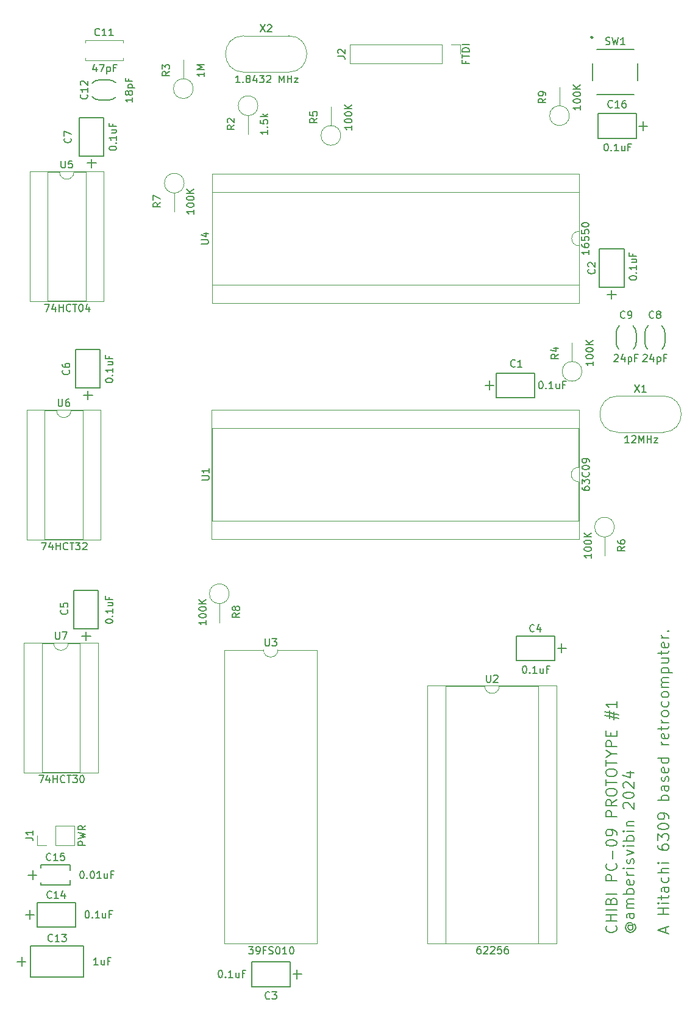
<source format=gbr>
%TF.GenerationSoftware,KiCad,Pcbnew,8.0.6*%
%TF.CreationDate,2024-11-15T08:42:14-05:00*%
%TF.ProjectId,6309-board-prototype-1.kicad_pro,36333039-2d62-46f6-9172-642d70726f74,rev?*%
%TF.SameCoordinates,Original*%
%TF.FileFunction,Legend,Top*%
%TF.FilePolarity,Positive*%
%FSLAX46Y46*%
G04 Gerber Fmt 4.6, Leading zero omitted, Abs format (unit mm)*
G04 Created by KiCad (PCBNEW 8.0.6) date 2024-11-15 08:42:14*
%MOMM*%
%LPD*%
G01*
G04 APERTURE LIST*
%ADD10C,0.150000*%
%ADD11C,0.200000*%
%ADD12C,0.120000*%
%ADD13C,0.152400*%
%ADD14C,0.254000*%
G04 APERTURE END LIST*
D10*
X34936233Y-120149819D02*
X35602899Y-120149819D01*
X35602899Y-120149819D02*
X35174328Y-121149819D01*
X36412423Y-120483152D02*
X36412423Y-121149819D01*
X36174328Y-120102200D02*
X35936233Y-120816485D01*
X35936233Y-120816485D02*
X36555280Y-120816485D01*
X36936233Y-121149819D02*
X36936233Y-120149819D01*
X36936233Y-120626009D02*
X37507661Y-120626009D01*
X37507661Y-121149819D02*
X37507661Y-120149819D01*
X38555280Y-121054580D02*
X38507661Y-121102200D01*
X38507661Y-121102200D02*
X38364804Y-121149819D01*
X38364804Y-121149819D02*
X38269566Y-121149819D01*
X38269566Y-121149819D02*
X38126709Y-121102200D01*
X38126709Y-121102200D02*
X38031471Y-121006961D01*
X38031471Y-121006961D02*
X37983852Y-120911723D01*
X37983852Y-120911723D02*
X37936233Y-120721247D01*
X37936233Y-120721247D02*
X37936233Y-120578390D01*
X37936233Y-120578390D02*
X37983852Y-120387914D01*
X37983852Y-120387914D02*
X38031471Y-120292676D01*
X38031471Y-120292676D02*
X38126709Y-120197438D01*
X38126709Y-120197438D02*
X38269566Y-120149819D01*
X38269566Y-120149819D02*
X38364804Y-120149819D01*
X38364804Y-120149819D02*
X38507661Y-120197438D01*
X38507661Y-120197438D02*
X38555280Y-120245057D01*
X38840995Y-120149819D02*
X39412423Y-120149819D01*
X39126709Y-121149819D02*
X39126709Y-120149819D01*
X39650519Y-120149819D02*
X40269566Y-120149819D01*
X40269566Y-120149819D02*
X39936233Y-120530771D01*
X39936233Y-120530771D02*
X40079090Y-120530771D01*
X40079090Y-120530771D02*
X40174328Y-120578390D01*
X40174328Y-120578390D02*
X40221947Y-120626009D01*
X40221947Y-120626009D02*
X40269566Y-120721247D01*
X40269566Y-120721247D02*
X40269566Y-120959342D01*
X40269566Y-120959342D02*
X40221947Y-121054580D01*
X40221947Y-121054580D02*
X40174328Y-121102200D01*
X40174328Y-121102200D02*
X40079090Y-121149819D01*
X40079090Y-121149819D02*
X39793376Y-121149819D01*
X39793376Y-121149819D02*
X39698138Y-121102200D01*
X39698138Y-121102200D02*
X39650519Y-121054580D01*
X40888614Y-120149819D02*
X40983852Y-120149819D01*
X40983852Y-120149819D02*
X41079090Y-120197438D01*
X41079090Y-120197438D02*
X41126709Y-120245057D01*
X41126709Y-120245057D02*
X41174328Y-120340295D01*
X41174328Y-120340295D02*
X41221947Y-120530771D01*
X41221947Y-120530771D02*
X41221947Y-120768866D01*
X41221947Y-120768866D02*
X41174328Y-120959342D01*
X41174328Y-120959342D02*
X41126709Y-121054580D01*
X41126709Y-121054580D02*
X41079090Y-121102200D01*
X41079090Y-121102200D02*
X40983852Y-121149819D01*
X40983852Y-121149819D02*
X40888614Y-121149819D01*
X40888614Y-121149819D02*
X40793376Y-121102200D01*
X40793376Y-121102200D02*
X40745757Y-121054580D01*
X40745757Y-121054580D02*
X40698138Y-120959342D01*
X40698138Y-120959342D02*
X40650519Y-120768866D01*
X40650519Y-120768866D02*
X40650519Y-120530771D01*
X40650519Y-120530771D02*
X40698138Y-120340295D01*
X40698138Y-120340295D02*
X40745757Y-120245057D01*
X40745757Y-120245057D02*
X40793376Y-120197438D01*
X40793376Y-120197438D02*
X40888614Y-120149819D01*
X35736233Y-54734819D02*
X36402899Y-54734819D01*
X36402899Y-54734819D02*
X35974328Y-55734819D01*
X37212423Y-55068152D02*
X37212423Y-55734819D01*
X36974328Y-54687200D02*
X36736233Y-55401485D01*
X36736233Y-55401485D02*
X37355280Y-55401485D01*
X37736233Y-55734819D02*
X37736233Y-54734819D01*
X37736233Y-55211009D02*
X38307661Y-55211009D01*
X38307661Y-55734819D02*
X38307661Y-54734819D01*
X39355280Y-55639580D02*
X39307661Y-55687200D01*
X39307661Y-55687200D02*
X39164804Y-55734819D01*
X39164804Y-55734819D02*
X39069566Y-55734819D01*
X39069566Y-55734819D02*
X38926709Y-55687200D01*
X38926709Y-55687200D02*
X38831471Y-55591961D01*
X38831471Y-55591961D02*
X38783852Y-55496723D01*
X38783852Y-55496723D02*
X38736233Y-55306247D01*
X38736233Y-55306247D02*
X38736233Y-55163390D01*
X38736233Y-55163390D02*
X38783852Y-54972914D01*
X38783852Y-54972914D02*
X38831471Y-54877676D01*
X38831471Y-54877676D02*
X38926709Y-54782438D01*
X38926709Y-54782438D02*
X39069566Y-54734819D01*
X39069566Y-54734819D02*
X39164804Y-54734819D01*
X39164804Y-54734819D02*
X39307661Y-54782438D01*
X39307661Y-54782438D02*
X39355280Y-54830057D01*
X39640995Y-54734819D02*
X40212423Y-54734819D01*
X39926709Y-55734819D02*
X39926709Y-54734819D01*
X40736233Y-54734819D02*
X40831471Y-54734819D01*
X40831471Y-54734819D02*
X40926709Y-54782438D01*
X40926709Y-54782438D02*
X40974328Y-54830057D01*
X40974328Y-54830057D02*
X41021947Y-54925295D01*
X41021947Y-54925295D02*
X41069566Y-55115771D01*
X41069566Y-55115771D02*
X41069566Y-55353866D01*
X41069566Y-55353866D02*
X41021947Y-55544342D01*
X41021947Y-55544342D02*
X40974328Y-55639580D01*
X40974328Y-55639580D02*
X40926709Y-55687200D01*
X40926709Y-55687200D02*
X40831471Y-55734819D01*
X40831471Y-55734819D02*
X40736233Y-55734819D01*
X40736233Y-55734819D02*
X40640995Y-55687200D01*
X40640995Y-55687200D02*
X40593376Y-55639580D01*
X40593376Y-55639580D02*
X40545757Y-55544342D01*
X40545757Y-55544342D02*
X40498138Y-55353866D01*
X40498138Y-55353866D02*
X40498138Y-55115771D01*
X40498138Y-55115771D02*
X40545757Y-54925295D01*
X40545757Y-54925295D02*
X40593376Y-54830057D01*
X40593376Y-54830057D02*
X40640995Y-54782438D01*
X40640995Y-54782438D02*
X40736233Y-54734819D01*
X41926709Y-55068152D02*
X41926709Y-55734819D01*
X41688614Y-54687200D02*
X41450519Y-55401485D01*
X41450519Y-55401485D02*
X42069566Y-55401485D01*
X110167719Y-27191666D02*
X110167719Y-27763094D01*
X110167719Y-27477380D02*
X109167719Y-27477380D01*
X109167719Y-27477380D02*
X109310576Y-27572618D01*
X109310576Y-27572618D02*
X109405814Y-27667856D01*
X109405814Y-27667856D02*
X109453433Y-27763094D01*
X109167719Y-26572618D02*
X109167719Y-26477380D01*
X109167719Y-26477380D02*
X109215338Y-26382142D01*
X109215338Y-26382142D02*
X109262957Y-26334523D01*
X109262957Y-26334523D02*
X109358195Y-26286904D01*
X109358195Y-26286904D02*
X109548671Y-26239285D01*
X109548671Y-26239285D02*
X109786766Y-26239285D01*
X109786766Y-26239285D02*
X109977242Y-26286904D01*
X109977242Y-26286904D02*
X110072480Y-26334523D01*
X110072480Y-26334523D02*
X110120100Y-26382142D01*
X110120100Y-26382142D02*
X110167719Y-26477380D01*
X110167719Y-26477380D02*
X110167719Y-26572618D01*
X110167719Y-26572618D02*
X110120100Y-26667856D01*
X110120100Y-26667856D02*
X110072480Y-26715475D01*
X110072480Y-26715475D02*
X109977242Y-26763094D01*
X109977242Y-26763094D02*
X109786766Y-26810713D01*
X109786766Y-26810713D02*
X109548671Y-26810713D01*
X109548671Y-26810713D02*
X109358195Y-26763094D01*
X109358195Y-26763094D02*
X109262957Y-26715475D01*
X109262957Y-26715475D02*
X109215338Y-26667856D01*
X109215338Y-26667856D02*
X109167719Y-26572618D01*
X109167719Y-25620237D02*
X109167719Y-25524999D01*
X109167719Y-25524999D02*
X109215338Y-25429761D01*
X109215338Y-25429761D02*
X109262957Y-25382142D01*
X109262957Y-25382142D02*
X109358195Y-25334523D01*
X109358195Y-25334523D02*
X109548671Y-25286904D01*
X109548671Y-25286904D02*
X109786766Y-25286904D01*
X109786766Y-25286904D02*
X109977242Y-25334523D01*
X109977242Y-25334523D02*
X110072480Y-25382142D01*
X110072480Y-25382142D02*
X110120100Y-25429761D01*
X110120100Y-25429761D02*
X110167719Y-25524999D01*
X110167719Y-25524999D02*
X110167719Y-25620237D01*
X110167719Y-25620237D02*
X110120100Y-25715475D01*
X110120100Y-25715475D02*
X110072480Y-25763094D01*
X110072480Y-25763094D02*
X109977242Y-25810713D01*
X109977242Y-25810713D02*
X109786766Y-25858332D01*
X109786766Y-25858332D02*
X109548671Y-25858332D01*
X109548671Y-25858332D02*
X109358195Y-25810713D01*
X109358195Y-25810713D02*
X109262957Y-25763094D01*
X109262957Y-25763094D02*
X109215338Y-25715475D01*
X109215338Y-25715475D02*
X109167719Y-25620237D01*
X110167719Y-24858332D02*
X109167719Y-24858332D01*
X110167719Y-24286904D02*
X109596290Y-24715475D01*
X109167719Y-24286904D02*
X109739147Y-24858332D01*
X60107143Y-147204819D02*
X60202381Y-147204819D01*
X60202381Y-147204819D02*
X60297619Y-147252438D01*
X60297619Y-147252438D02*
X60345238Y-147300057D01*
X60345238Y-147300057D02*
X60392857Y-147395295D01*
X60392857Y-147395295D02*
X60440476Y-147585771D01*
X60440476Y-147585771D02*
X60440476Y-147823866D01*
X60440476Y-147823866D02*
X60392857Y-148014342D01*
X60392857Y-148014342D02*
X60345238Y-148109580D01*
X60345238Y-148109580D02*
X60297619Y-148157200D01*
X60297619Y-148157200D02*
X60202381Y-148204819D01*
X60202381Y-148204819D02*
X60107143Y-148204819D01*
X60107143Y-148204819D02*
X60011905Y-148157200D01*
X60011905Y-148157200D02*
X59964286Y-148109580D01*
X59964286Y-148109580D02*
X59916667Y-148014342D01*
X59916667Y-148014342D02*
X59869048Y-147823866D01*
X59869048Y-147823866D02*
X59869048Y-147585771D01*
X59869048Y-147585771D02*
X59916667Y-147395295D01*
X59916667Y-147395295D02*
X59964286Y-147300057D01*
X59964286Y-147300057D02*
X60011905Y-147252438D01*
X60011905Y-147252438D02*
X60107143Y-147204819D01*
X60869048Y-148109580D02*
X60916667Y-148157200D01*
X60916667Y-148157200D02*
X60869048Y-148204819D01*
X60869048Y-148204819D02*
X60821429Y-148157200D01*
X60821429Y-148157200D02*
X60869048Y-148109580D01*
X60869048Y-148109580D02*
X60869048Y-148204819D01*
X61869047Y-148204819D02*
X61297619Y-148204819D01*
X61583333Y-148204819D02*
X61583333Y-147204819D01*
X61583333Y-147204819D02*
X61488095Y-147347676D01*
X61488095Y-147347676D02*
X61392857Y-147442914D01*
X61392857Y-147442914D02*
X61297619Y-147490533D01*
X62726190Y-147538152D02*
X62726190Y-148204819D01*
X62297619Y-147538152D02*
X62297619Y-148061961D01*
X62297619Y-148061961D02*
X62345238Y-148157200D01*
X62345238Y-148157200D02*
X62440476Y-148204819D01*
X62440476Y-148204819D02*
X62583333Y-148204819D01*
X62583333Y-148204819D02*
X62678571Y-148157200D01*
X62678571Y-148157200D02*
X62726190Y-148109580D01*
X63535714Y-147681009D02*
X63202381Y-147681009D01*
X63202381Y-148204819D02*
X63202381Y-147204819D01*
X63202381Y-147204819D02*
X63678571Y-147204819D01*
X56481919Y-41641666D02*
X56481919Y-42213094D01*
X56481919Y-41927380D02*
X55481919Y-41927380D01*
X55481919Y-41927380D02*
X55624776Y-42022618D01*
X55624776Y-42022618D02*
X55720014Y-42117856D01*
X55720014Y-42117856D02*
X55767633Y-42213094D01*
X55481919Y-41022618D02*
X55481919Y-40927380D01*
X55481919Y-40927380D02*
X55529538Y-40832142D01*
X55529538Y-40832142D02*
X55577157Y-40784523D01*
X55577157Y-40784523D02*
X55672395Y-40736904D01*
X55672395Y-40736904D02*
X55862871Y-40689285D01*
X55862871Y-40689285D02*
X56100966Y-40689285D01*
X56100966Y-40689285D02*
X56291442Y-40736904D01*
X56291442Y-40736904D02*
X56386680Y-40784523D01*
X56386680Y-40784523D02*
X56434300Y-40832142D01*
X56434300Y-40832142D02*
X56481919Y-40927380D01*
X56481919Y-40927380D02*
X56481919Y-41022618D01*
X56481919Y-41022618D02*
X56434300Y-41117856D01*
X56434300Y-41117856D02*
X56386680Y-41165475D01*
X56386680Y-41165475D02*
X56291442Y-41213094D01*
X56291442Y-41213094D02*
X56100966Y-41260713D01*
X56100966Y-41260713D02*
X55862871Y-41260713D01*
X55862871Y-41260713D02*
X55672395Y-41213094D01*
X55672395Y-41213094D02*
X55577157Y-41165475D01*
X55577157Y-41165475D02*
X55529538Y-41117856D01*
X55529538Y-41117856D02*
X55481919Y-41022618D01*
X55481919Y-40070237D02*
X55481919Y-39974999D01*
X55481919Y-39974999D02*
X55529538Y-39879761D01*
X55529538Y-39879761D02*
X55577157Y-39832142D01*
X55577157Y-39832142D02*
X55672395Y-39784523D01*
X55672395Y-39784523D02*
X55862871Y-39736904D01*
X55862871Y-39736904D02*
X56100966Y-39736904D01*
X56100966Y-39736904D02*
X56291442Y-39784523D01*
X56291442Y-39784523D02*
X56386680Y-39832142D01*
X56386680Y-39832142D02*
X56434300Y-39879761D01*
X56434300Y-39879761D02*
X56481919Y-39974999D01*
X56481919Y-39974999D02*
X56481919Y-40070237D01*
X56481919Y-40070237D02*
X56434300Y-40165475D01*
X56434300Y-40165475D02*
X56386680Y-40213094D01*
X56386680Y-40213094D02*
X56291442Y-40260713D01*
X56291442Y-40260713D02*
X56100966Y-40308332D01*
X56100966Y-40308332D02*
X55862871Y-40308332D01*
X55862871Y-40308332D02*
X55672395Y-40260713D01*
X55672395Y-40260713D02*
X55577157Y-40213094D01*
X55577157Y-40213094D02*
X55529538Y-40165475D01*
X55529538Y-40165475D02*
X55481919Y-40070237D01*
X56481919Y-39308332D02*
X55481919Y-39308332D01*
X56481919Y-38736904D02*
X55910490Y-39165475D01*
X55481919Y-38736904D02*
X56053347Y-39308332D01*
X42926233Y-21788152D02*
X42926233Y-22454819D01*
X42688138Y-21407200D02*
X42450043Y-22121485D01*
X42450043Y-22121485D02*
X43069090Y-22121485D01*
X43354805Y-21454819D02*
X44021471Y-21454819D01*
X44021471Y-21454819D02*
X43592900Y-22454819D01*
X44402424Y-21788152D02*
X44402424Y-22788152D01*
X44402424Y-21835771D02*
X44497662Y-21788152D01*
X44497662Y-21788152D02*
X44688138Y-21788152D01*
X44688138Y-21788152D02*
X44783376Y-21835771D01*
X44783376Y-21835771D02*
X44830995Y-21883390D01*
X44830995Y-21883390D02*
X44878614Y-21978628D01*
X44878614Y-21978628D02*
X44878614Y-22264342D01*
X44878614Y-22264342D02*
X44830995Y-22359580D01*
X44830995Y-22359580D02*
X44783376Y-22407200D01*
X44783376Y-22407200D02*
X44688138Y-22454819D01*
X44688138Y-22454819D02*
X44497662Y-22454819D01*
X44497662Y-22454819D02*
X44402424Y-22407200D01*
X45640519Y-21931009D02*
X45307186Y-21931009D01*
X45307186Y-22454819D02*
X45307186Y-21454819D01*
X45307186Y-21454819D02*
X45783376Y-21454819D01*
X58177719Y-98641666D02*
X58177719Y-99213094D01*
X58177719Y-98927380D02*
X57177719Y-98927380D01*
X57177719Y-98927380D02*
X57320576Y-99022618D01*
X57320576Y-99022618D02*
X57415814Y-99117856D01*
X57415814Y-99117856D02*
X57463433Y-99213094D01*
X57177719Y-98022618D02*
X57177719Y-97927380D01*
X57177719Y-97927380D02*
X57225338Y-97832142D01*
X57225338Y-97832142D02*
X57272957Y-97784523D01*
X57272957Y-97784523D02*
X57368195Y-97736904D01*
X57368195Y-97736904D02*
X57558671Y-97689285D01*
X57558671Y-97689285D02*
X57796766Y-97689285D01*
X57796766Y-97689285D02*
X57987242Y-97736904D01*
X57987242Y-97736904D02*
X58082480Y-97784523D01*
X58082480Y-97784523D02*
X58130100Y-97832142D01*
X58130100Y-97832142D02*
X58177719Y-97927380D01*
X58177719Y-97927380D02*
X58177719Y-98022618D01*
X58177719Y-98022618D02*
X58130100Y-98117856D01*
X58130100Y-98117856D02*
X58082480Y-98165475D01*
X58082480Y-98165475D02*
X57987242Y-98213094D01*
X57987242Y-98213094D02*
X57796766Y-98260713D01*
X57796766Y-98260713D02*
X57558671Y-98260713D01*
X57558671Y-98260713D02*
X57368195Y-98213094D01*
X57368195Y-98213094D02*
X57272957Y-98165475D01*
X57272957Y-98165475D02*
X57225338Y-98117856D01*
X57225338Y-98117856D02*
X57177719Y-98022618D01*
X57177719Y-97070237D02*
X57177719Y-96974999D01*
X57177719Y-96974999D02*
X57225338Y-96879761D01*
X57225338Y-96879761D02*
X57272957Y-96832142D01*
X57272957Y-96832142D02*
X57368195Y-96784523D01*
X57368195Y-96784523D02*
X57558671Y-96736904D01*
X57558671Y-96736904D02*
X57796766Y-96736904D01*
X57796766Y-96736904D02*
X57987242Y-96784523D01*
X57987242Y-96784523D02*
X58082480Y-96832142D01*
X58082480Y-96832142D02*
X58130100Y-96879761D01*
X58130100Y-96879761D02*
X58177719Y-96974999D01*
X58177719Y-96974999D02*
X58177719Y-97070237D01*
X58177719Y-97070237D02*
X58130100Y-97165475D01*
X58130100Y-97165475D02*
X58082480Y-97213094D01*
X58082480Y-97213094D02*
X57987242Y-97260713D01*
X57987242Y-97260713D02*
X57796766Y-97308332D01*
X57796766Y-97308332D02*
X57558671Y-97308332D01*
X57558671Y-97308332D02*
X57368195Y-97260713D01*
X57368195Y-97260713D02*
X57272957Y-97213094D01*
X57272957Y-97213094D02*
X57225338Y-97165475D01*
X57225338Y-97165475D02*
X57177719Y-97070237D01*
X58177719Y-96308332D02*
X57177719Y-96308332D01*
X58177719Y-95736904D02*
X57606290Y-96165475D01*
X57177719Y-95736904D02*
X57749147Y-96308332D01*
X44204819Y-98799956D02*
X44204819Y-98704718D01*
X44204819Y-98704718D02*
X44252438Y-98609480D01*
X44252438Y-98609480D02*
X44300057Y-98561861D01*
X44300057Y-98561861D02*
X44395295Y-98514242D01*
X44395295Y-98514242D02*
X44585771Y-98466623D01*
X44585771Y-98466623D02*
X44823866Y-98466623D01*
X44823866Y-98466623D02*
X45014342Y-98514242D01*
X45014342Y-98514242D02*
X45109580Y-98561861D01*
X45109580Y-98561861D02*
X45157200Y-98609480D01*
X45157200Y-98609480D02*
X45204819Y-98704718D01*
X45204819Y-98704718D02*
X45204819Y-98799956D01*
X45204819Y-98799956D02*
X45157200Y-98895194D01*
X45157200Y-98895194D02*
X45109580Y-98942813D01*
X45109580Y-98942813D02*
X45014342Y-98990432D01*
X45014342Y-98990432D02*
X44823866Y-99038051D01*
X44823866Y-99038051D02*
X44585771Y-99038051D01*
X44585771Y-99038051D02*
X44395295Y-98990432D01*
X44395295Y-98990432D02*
X44300057Y-98942813D01*
X44300057Y-98942813D02*
X44252438Y-98895194D01*
X44252438Y-98895194D02*
X44204819Y-98799956D01*
X45109580Y-98038051D02*
X45157200Y-97990432D01*
X45157200Y-97990432D02*
X45204819Y-98038051D01*
X45204819Y-98038051D02*
X45157200Y-98085670D01*
X45157200Y-98085670D02*
X45109580Y-98038051D01*
X45109580Y-98038051D02*
X45204819Y-98038051D01*
X45204819Y-97038052D02*
X45204819Y-97609480D01*
X45204819Y-97323766D02*
X44204819Y-97323766D01*
X44204819Y-97323766D02*
X44347676Y-97419004D01*
X44347676Y-97419004D02*
X44442914Y-97514242D01*
X44442914Y-97514242D02*
X44490533Y-97609480D01*
X44538152Y-96180909D02*
X45204819Y-96180909D01*
X44538152Y-96609480D02*
X45061961Y-96609480D01*
X45061961Y-96609480D02*
X45157200Y-96561861D01*
X45157200Y-96561861D02*
X45204819Y-96466623D01*
X45204819Y-96466623D02*
X45204819Y-96323766D01*
X45204819Y-96323766D02*
X45157200Y-96228528D01*
X45157200Y-96228528D02*
X45109580Y-96180909D01*
X44681009Y-95371385D02*
X44681009Y-95704718D01*
X45204819Y-95704718D02*
X44204819Y-95704718D01*
X44204819Y-95704718D02*
X44204819Y-95228528D01*
X41417719Y-129833332D02*
X40417719Y-129833332D01*
X40417719Y-129833332D02*
X40417719Y-129452380D01*
X40417719Y-129452380D02*
X40465338Y-129357142D01*
X40465338Y-129357142D02*
X40512957Y-129309523D01*
X40512957Y-129309523D02*
X40608195Y-129261904D01*
X40608195Y-129261904D02*
X40751052Y-129261904D01*
X40751052Y-129261904D02*
X40846290Y-129309523D01*
X40846290Y-129309523D02*
X40893909Y-129357142D01*
X40893909Y-129357142D02*
X40941528Y-129452380D01*
X40941528Y-129452380D02*
X40941528Y-129833332D01*
X40417719Y-128928570D02*
X41417719Y-128690475D01*
X41417719Y-128690475D02*
X40703433Y-128499999D01*
X40703433Y-128499999D02*
X41417719Y-128309523D01*
X41417719Y-128309523D02*
X40417719Y-128071428D01*
X41417719Y-127119047D02*
X40941528Y-127452380D01*
X41417719Y-127690475D02*
X40417719Y-127690475D01*
X40417719Y-127690475D02*
X40417719Y-127309523D01*
X40417719Y-127309523D02*
X40465338Y-127214285D01*
X40465338Y-127214285D02*
X40512957Y-127166666D01*
X40512957Y-127166666D02*
X40608195Y-127119047D01*
X40608195Y-127119047D02*
X40751052Y-127119047D01*
X40751052Y-127119047D02*
X40846290Y-127166666D01*
X40846290Y-127166666D02*
X40893909Y-127214285D01*
X40893909Y-127214285D02*
X40941528Y-127309523D01*
X40941528Y-127309523D02*
X40941528Y-127690475D01*
X102357143Y-104954819D02*
X102452381Y-104954819D01*
X102452381Y-104954819D02*
X102547619Y-105002438D01*
X102547619Y-105002438D02*
X102595238Y-105050057D01*
X102595238Y-105050057D02*
X102642857Y-105145295D01*
X102642857Y-105145295D02*
X102690476Y-105335771D01*
X102690476Y-105335771D02*
X102690476Y-105573866D01*
X102690476Y-105573866D02*
X102642857Y-105764342D01*
X102642857Y-105764342D02*
X102595238Y-105859580D01*
X102595238Y-105859580D02*
X102547619Y-105907200D01*
X102547619Y-105907200D02*
X102452381Y-105954819D01*
X102452381Y-105954819D02*
X102357143Y-105954819D01*
X102357143Y-105954819D02*
X102261905Y-105907200D01*
X102261905Y-105907200D02*
X102214286Y-105859580D01*
X102214286Y-105859580D02*
X102166667Y-105764342D01*
X102166667Y-105764342D02*
X102119048Y-105573866D01*
X102119048Y-105573866D02*
X102119048Y-105335771D01*
X102119048Y-105335771D02*
X102166667Y-105145295D01*
X102166667Y-105145295D02*
X102214286Y-105050057D01*
X102214286Y-105050057D02*
X102261905Y-105002438D01*
X102261905Y-105002438D02*
X102357143Y-104954819D01*
X103119048Y-105859580D02*
X103166667Y-105907200D01*
X103166667Y-105907200D02*
X103119048Y-105954819D01*
X103119048Y-105954819D02*
X103071429Y-105907200D01*
X103071429Y-105907200D02*
X103119048Y-105859580D01*
X103119048Y-105859580D02*
X103119048Y-105954819D01*
X104119047Y-105954819D02*
X103547619Y-105954819D01*
X103833333Y-105954819D02*
X103833333Y-104954819D01*
X103833333Y-104954819D02*
X103738095Y-105097676D01*
X103738095Y-105097676D02*
X103642857Y-105192914D01*
X103642857Y-105192914D02*
X103547619Y-105240533D01*
X104976190Y-105288152D02*
X104976190Y-105954819D01*
X104547619Y-105288152D02*
X104547619Y-105811961D01*
X104547619Y-105811961D02*
X104595238Y-105907200D01*
X104595238Y-105907200D02*
X104690476Y-105954819D01*
X104690476Y-105954819D02*
X104833333Y-105954819D01*
X104833333Y-105954819D02*
X104928571Y-105907200D01*
X104928571Y-105907200D02*
X104976190Y-105859580D01*
X105785714Y-105431009D02*
X105452381Y-105431009D01*
X105452381Y-105954819D02*
X105452381Y-104954819D01*
X105452381Y-104954819D02*
X105928571Y-104954819D01*
X118857143Y-61800057D02*
X118904762Y-61752438D01*
X118904762Y-61752438D02*
X119000000Y-61704819D01*
X119000000Y-61704819D02*
X119238095Y-61704819D01*
X119238095Y-61704819D02*
X119333333Y-61752438D01*
X119333333Y-61752438D02*
X119380952Y-61800057D01*
X119380952Y-61800057D02*
X119428571Y-61895295D01*
X119428571Y-61895295D02*
X119428571Y-61990533D01*
X119428571Y-61990533D02*
X119380952Y-62133390D01*
X119380952Y-62133390D02*
X118809524Y-62704819D01*
X118809524Y-62704819D02*
X119428571Y-62704819D01*
X120285714Y-62038152D02*
X120285714Y-62704819D01*
X120047619Y-61657200D02*
X119809524Y-62371485D01*
X119809524Y-62371485D02*
X120428571Y-62371485D01*
X120809524Y-62038152D02*
X120809524Y-63038152D01*
X120809524Y-62085771D02*
X120904762Y-62038152D01*
X120904762Y-62038152D02*
X121095238Y-62038152D01*
X121095238Y-62038152D02*
X121190476Y-62085771D01*
X121190476Y-62085771D02*
X121238095Y-62133390D01*
X121238095Y-62133390D02*
X121285714Y-62228628D01*
X121285714Y-62228628D02*
X121285714Y-62514342D01*
X121285714Y-62514342D02*
X121238095Y-62609580D01*
X121238095Y-62609580D02*
X121190476Y-62657200D01*
X121190476Y-62657200D02*
X121095238Y-62704819D01*
X121095238Y-62704819D02*
X120904762Y-62704819D01*
X120904762Y-62704819D02*
X120809524Y-62657200D01*
X122047619Y-62181009D02*
X121714286Y-62181009D01*
X121714286Y-62704819D02*
X121714286Y-61704819D01*
X121714286Y-61704819D02*
X122190476Y-61704819D01*
X41607143Y-138954819D02*
X41702381Y-138954819D01*
X41702381Y-138954819D02*
X41797619Y-139002438D01*
X41797619Y-139002438D02*
X41845238Y-139050057D01*
X41845238Y-139050057D02*
X41892857Y-139145295D01*
X41892857Y-139145295D02*
X41940476Y-139335771D01*
X41940476Y-139335771D02*
X41940476Y-139573866D01*
X41940476Y-139573866D02*
X41892857Y-139764342D01*
X41892857Y-139764342D02*
X41845238Y-139859580D01*
X41845238Y-139859580D02*
X41797619Y-139907200D01*
X41797619Y-139907200D02*
X41702381Y-139954819D01*
X41702381Y-139954819D02*
X41607143Y-139954819D01*
X41607143Y-139954819D02*
X41511905Y-139907200D01*
X41511905Y-139907200D02*
X41464286Y-139859580D01*
X41464286Y-139859580D02*
X41416667Y-139764342D01*
X41416667Y-139764342D02*
X41369048Y-139573866D01*
X41369048Y-139573866D02*
X41369048Y-139335771D01*
X41369048Y-139335771D02*
X41416667Y-139145295D01*
X41416667Y-139145295D02*
X41464286Y-139050057D01*
X41464286Y-139050057D02*
X41511905Y-139002438D01*
X41511905Y-139002438D02*
X41607143Y-138954819D01*
X42369048Y-139859580D02*
X42416667Y-139907200D01*
X42416667Y-139907200D02*
X42369048Y-139954819D01*
X42369048Y-139954819D02*
X42321429Y-139907200D01*
X42321429Y-139907200D02*
X42369048Y-139859580D01*
X42369048Y-139859580D02*
X42369048Y-139954819D01*
X43369047Y-139954819D02*
X42797619Y-139954819D01*
X43083333Y-139954819D02*
X43083333Y-138954819D01*
X43083333Y-138954819D02*
X42988095Y-139097676D01*
X42988095Y-139097676D02*
X42892857Y-139192914D01*
X42892857Y-139192914D02*
X42797619Y-139240533D01*
X44226190Y-139288152D02*
X44226190Y-139954819D01*
X43797619Y-139288152D02*
X43797619Y-139811961D01*
X43797619Y-139811961D02*
X43845238Y-139907200D01*
X43845238Y-139907200D02*
X43940476Y-139954819D01*
X43940476Y-139954819D02*
X44083333Y-139954819D01*
X44083333Y-139954819D02*
X44178571Y-139907200D01*
X44178571Y-139907200D02*
X44226190Y-139859580D01*
X45035714Y-139431009D02*
X44702381Y-139431009D01*
X44702381Y-139954819D02*
X44702381Y-138954819D01*
X44702381Y-138954819D02*
X45178571Y-138954819D01*
X116912423Y-73979819D02*
X116340995Y-73979819D01*
X116626709Y-73979819D02*
X116626709Y-72979819D01*
X116626709Y-72979819D02*
X116531471Y-73122676D01*
X116531471Y-73122676D02*
X116436233Y-73217914D01*
X116436233Y-73217914D02*
X116340995Y-73265533D01*
X117293376Y-73075057D02*
X117340995Y-73027438D01*
X117340995Y-73027438D02*
X117436233Y-72979819D01*
X117436233Y-72979819D02*
X117674328Y-72979819D01*
X117674328Y-72979819D02*
X117769566Y-73027438D01*
X117769566Y-73027438D02*
X117817185Y-73075057D01*
X117817185Y-73075057D02*
X117864804Y-73170295D01*
X117864804Y-73170295D02*
X117864804Y-73265533D01*
X117864804Y-73265533D02*
X117817185Y-73408390D01*
X117817185Y-73408390D02*
X117245757Y-73979819D01*
X117245757Y-73979819D02*
X117864804Y-73979819D01*
X118293376Y-73979819D02*
X118293376Y-72979819D01*
X118293376Y-72979819D02*
X118626709Y-73694104D01*
X118626709Y-73694104D02*
X118960042Y-72979819D01*
X118960042Y-72979819D02*
X118960042Y-73979819D01*
X119436233Y-73979819D02*
X119436233Y-72979819D01*
X119436233Y-73456009D02*
X120007661Y-73456009D01*
X120007661Y-73979819D02*
X120007661Y-72979819D01*
X120388614Y-73313152D02*
X120912423Y-73313152D01*
X120912423Y-73313152D02*
X120388614Y-73979819D01*
X120388614Y-73979819D02*
X120912423Y-73979819D01*
X114857143Y-61800057D02*
X114904762Y-61752438D01*
X114904762Y-61752438D02*
X115000000Y-61704819D01*
X115000000Y-61704819D02*
X115238095Y-61704819D01*
X115238095Y-61704819D02*
X115333333Y-61752438D01*
X115333333Y-61752438D02*
X115380952Y-61800057D01*
X115380952Y-61800057D02*
X115428571Y-61895295D01*
X115428571Y-61895295D02*
X115428571Y-61990533D01*
X115428571Y-61990533D02*
X115380952Y-62133390D01*
X115380952Y-62133390D02*
X114809524Y-62704819D01*
X114809524Y-62704819D02*
X115428571Y-62704819D01*
X116285714Y-62038152D02*
X116285714Y-62704819D01*
X116047619Y-61657200D02*
X115809524Y-62371485D01*
X115809524Y-62371485D02*
X116428571Y-62371485D01*
X116809524Y-62038152D02*
X116809524Y-63038152D01*
X116809524Y-62085771D02*
X116904762Y-62038152D01*
X116904762Y-62038152D02*
X117095238Y-62038152D01*
X117095238Y-62038152D02*
X117190476Y-62085771D01*
X117190476Y-62085771D02*
X117238095Y-62133390D01*
X117238095Y-62133390D02*
X117285714Y-62228628D01*
X117285714Y-62228628D02*
X117285714Y-62514342D01*
X117285714Y-62514342D02*
X117238095Y-62609580D01*
X117238095Y-62609580D02*
X117190476Y-62657200D01*
X117190476Y-62657200D02*
X117095238Y-62704819D01*
X117095238Y-62704819D02*
X116904762Y-62704819D01*
X116904762Y-62704819D02*
X116809524Y-62657200D01*
X118047619Y-62181009D02*
X117714286Y-62181009D01*
X117714286Y-62704819D02*
X117714286Y-61704819D01*
X117714286Y-61704819D02*
X118190476Y-61704819D01*
X111331919Y-47239047D02*
X111331919Y-47810475D01*
X111331919Y-47524761D02*
X110331919Y-47524761D01*
X110331919Y-47524761D02*
X110474776Y-47619999D01*
X110474776Y-47619999D02*
X110570014Y-47715237D01*
X110570014Y-47715237D02*
X110617633Y-47810475D01*
X110331919Y-46381904D02*
X110331919Y-46572380D01*
X110331919Y-46572380D02*
X110379538Y-46667618D01*
X110379538Y-46667618D02*
X110427157Y-46715237D01*
X110427157Y-46715237D02*
X110570014Y-46810475D01*
X110570014Y-46810475D02*
X110760490Y-46858094D01*
X110760490Y-46858094D02*
X111141442Y-46858094D01*
X111141442Y-46858094D02*
X111236680Y-46810475D01*
X111236680Y-46810475D02*
X111284300Y-46762856D01*
X111284300Y-46762856D02*
X111331919Y-46667618D01*
X111331919Y-46667618D02*
X111331919Y-46477142D01*
X111331919Y-46477142D02*
X111284300Y-46381904D01*
X111284300Y-46381904D02*
X111236680Y-46334285D01*
X111236680Y-46334285D02*
X111141442Y-46286666D01*
X111141442Y-46286666D02*
X110903347Y-46286666D01*
X110903347Y-46286666D02*
X110808109Y-46334285D01*
X110808109Y-46334285D02*
X110760490Y-46381904D01*
X110760490Y-46381904D02*
X110712871Y-46477142D01*
X110712871Y-46477142D02*
X110712871Y-46667618D01*
X110712871Y-46667618D02*
X110760490Y-46762856D01*
X110760490Y-46762856D02*
X110808109Y-46810475D01*
X110808109Y-46810475D02*
X110903347Y-46858094D01*
X110331919Y-45381904D02*
X110331919Y-45858094D01*
X110331919Y-45858094D02*
X110808109Y-45905713D01*
X110808109Y-45905713D02*
X110760490Y-45858094D01*
X110760490Y-45858094D02*
X110712871Y-45762856D01*
X110712871Y-45762856D02*
X110712871Y-45524761D01*
X110712871Y-45524761D02*
X110760490Y-45429523D01*
X110760490Y-45429523D02*
X110808109Y-45381904D01*
X110808109Y-45381904D02*
X110903347Y-45334285D01*
X110903347Y-45334285D02*
X111141442Y-45334285D01*
X111141442Y-45334285D02*
X111236680Y-45381904D01*
X111236680Y-45381904D02*
X111284300Y-45429523D01*
X111284300Y-45429523D02*
X111331919Y-45524761D01*
X111331919Y-45524761D02*
X111331919Y-45762856D01*
X111331919Y-45762856D02*
X111284300Y-45858094D01*
X111284300Y-45858094D02*
X111236680Y-45905713D01*
X110331919Y-44429523D02*
X110331919Y-44905713D01*
X110331919Y-44905713D02*
X110808109Y-44953332D01*
X110808109Y-44953332D02*
X110760490Y-44905713D01*
X110760490Y-44905713D02*
X110712871Y-44810475D01*
X110712871Y-44810475D02*
X110712871Y-44572380D01*
X110712871Y-44572380D02*
X110760490Y-44477142D01*
X110760490Y-44477142D02*
X110808109Y-44429523D01*
X110808109Y-44429523D02*
X110903347Y-44381904D01*
X110903347Y-44381904D02*
X111141442Y-44381904D01*
X111141442Y-44381904D02*
X111236680Y-44429523D01*
X111236680Y-44429523D02*
X111284300Y-44477142D01*
X111284300Y-44477142D02*
X111331919Y-44572380D01*
X111331919Y-44572380D02*
X111331919Y-44810475D01*
X111331919Y-44810475D02*
X111284300Y-44905713D01*
X111284300Y-44905713D02*
X111236680Y-44953332D01*
X110331919Y-43762856D02*
X110331919Y-43667618D01*
X110331919Y-43667618D02*
X110379538Y-43572380D01*
X110379538Y-43572380D02*
X110427157Y-43524761D01*
X110427157Y-43524761D02*
X110522395Y-43477142D01*
X110522395Y-43477142D02*
X110712871Y-43429523D01*
X110712871Y-43429523D02*
X110950966Y-43429523D01*
X110950966Y-43429523D02*
X111141442Y-43477142D01*
X111141442Y-43477142D02*
X111236680Y-43524761D01*
X111236680Y-43524761D02*
X111284300Y-43572380D01*
X111284300Y-43572380D02*
X111331919Y-43667618D01*
X111331919Y-43667618D02*
X111331919Y-43762856D01*
X111331919Y-43762856D02*
X111284300Y-43858094D01*
X111284300Y-43858094D02*
X111236680Y-43905713D01*
X111236680Y-43905713D02*
X111141442Y-43953332D01*
X111141442Y-43953332D02*
X110950966Y-44000951D01*
X110950966Y-44000951D02*
X110712871Y-44000951D01*
X110712871Y-44000951D02*
X110522395Y-43953332D01*
X110522395Y-43953332D02*
X110427157Y-43905713D01*
X110427157Y-43905713D02*
X110379538Y-43858094D01*
X110379538Y-43858094D02*
X110331919Y-43762856D01*
X111677719Y-89391666D02*
X111677719Y-89963094D01*
X111677719Y-89677380D02*
X110677719Y-89677380D01*
X110677719Y-89677380D02*
X110820576Y-89772618D01*
X110820576Y-89772618D02*
X110915814Y-89867856D01*
X110915814Y-89867856D02*
X110963433Y-89963094D01*
X110677719Y-88772618D02*
X110677719Y-88677380D01*
X110677719Y-88677380D02*
X110725338Y-88582142D01*
X110725338Y-88582142D02*
X110772957Y-88534523D01*
X110772957Y-88534523D02*
X110868195Y-88486904D01*
X110868195Y-88486904D02*
X111058671Y-88439285D01*
X111058671Y-88439285D02*
X111296766Y-88439285D01*
X111296766Y-88439285D02*
X111487242Y-88486904D01*
X111487242Y-88486904D02*
X111582480Y-88534523D01*
X111582480Y-88534523D02*
X111630100Y-88582142D01*
X111630100Y-88582142D02*
X111677719Y-88677380D01*
X111677719Y-88677380D02*
X111677719Y-88772618D01*
X111677719Y-88772618D02*
X111630100Y-88867856D01*
X111630100Y-88867856D02*
X111582480Y-88915475D01*
X111582480Y-88915475D02*
X111487242Y-88963094D01*
X111487242Y-88963094D02*
X111296766Y-89010713D01*
X111296766Y-89010713D02*
X111058671Y-89010713D01*
X111058671Y-89010713D02*
X110868195Y-88963094D01*
X110868195Y-88963094D02*
X110772957Y-88915475D01*
X110772957Y-88915475D02*
X110725338Y-88867856D01*
X110725338Y-88867856D02*
X110677719Y-88772618D01*
X110677719Y-87820237D02*
X110677719Y-87724999D01*
X110677719Y-87724999D02*
X110725338Y-87629761D01*
X110725338Y-87629761D02*
X110772957Y-87582142D01*
X110772957Y-87582142D02*
X110868195Y-87534523D01*
X110868195Y-87534523D02*
X111058671Y-87486904D01*
X111058671Y-87486904D02*
X111296766Y-87486904D01*
X111296766Y-87486904D02*
X111487242Y-87534523D01*
X111487242Y-87534523D02*
X111582480Y-87582142D01*
X111582480Y-87582142D02*
X111630100Y-87629761D01*
X111630100Y-87629761D02*
X111677719Y-87724999D01*
X111677719Y-87724999D02*
X111677719Y-87820237D01*
X111677719Y-87820237D02*
X111630100Y-87915475D01*
X111630100Y-87915475D02*
X111582480Y-87963094D01*
X111582480Y-87963094D02*
X111487242Y-88010713D01*
X111487242Y-88010713D02*
X111296766Y-88058332D01*
X111296766Y-88058332D02*
X111058671Y-88058332D01*
X111058671Y-88058332D02*
X110868195Y-88010713D01*
X110868195Y-88010713D02*
X110772957Y-87963094D01*
X110772957Y-87963094D02*
X110725338Y-87915475D01*
X110725338Y-87915475D02*
X110677719Y-87820237D01*
X111677719Y-87058332D02*
X110677719Y-87058332D01*
X111677719Y-86486904D02*
X111106290Y-86915475D01*
X110677719Y-86486904D02*
X111249147Y-87058332D01*
X44204819Y-65372856D02*
X44204819Y-65277618D01*
X44204819Y-65277618D02*
X44252438Y-65182380D01*
X44252438Y-65182380D02*
X44300057Y-65134761D01*
X44300057Y-65134761D02*
X44395295Y-65087142D01*
X44395295Y-65087142D02*
X44585771Y-65039523D01*
X44585771Y-65039523D02*
X44823866Y-65039523D01*
X44823866Y-65039523D02*
X45014342Y-65087142D01*
X45014342Y-65087142D02*
X45109580Y-65134761D01*
X45109580Y-65134761D02*
X45157200Y-65182380D01*
X45157200Y-65182380D02*
X45204819Y-65277618D01*
X45204819Y-65277618D02*
X45204819Y-65372856D01*
X45204819Y-65372856D02*
X45157200Y-65468094D01*
X45157200Y-65468094D02*
X45109580Y-65515713D01*
X45109580Y-65515713D02*
X45014342Y-65563332D01*
X45014342Y-65563332D02*
X44823866Y-65610951D01*
X44823866Y-65610951D02*
X44585771Y-65610951D01*
X44585771Y-65610951D02*
X44395295Y-65563332D01*
X44395295Y-65563332D02*
X44300057Y-65515713D01*
X44300057Y-65515713D02*
X44252438Y-65468094D01*
X44252438Y-65468094D02*
X44204819Y-65372856D01*
X45109580Y-64610951D02*
X45157200Y-64563332D01*
X45157200Y-64563332D02*
X45204819Y-64610951D01*
X45204819Y-64610951D02*
X45157200Y-64658570D01*
X45157200Y-64658570D02*
X45109580Y-64610951D01*
X45109580Y-64610951D02*
X45204819Y-64610951D01*
X45204819Y-63610952D02*
X45204819Y-64182380D01*
X45204819Y-63896666D02*
X44204819Y-63896666D01*
X44204819Y-63896666D02*
X44347676Y-63991904D01*
X44347676Y-63991904D02*
X44442914Y-64087142D01*
X44442914Y-64087142D02*
X44490533Y-64182380D01*
X44538152Y-62753809D02*
X45204819Y-62753809D01*
X44538152Y-63182380D02*
X45061961Y-63182380D01*
X45061961Y-63182380D02*
X45157200Y-63134761D01*
X45157200Y-63134761D02*
X45204819Y-63039523D01*
X45204819Y-63039523D02*
X45204819Y-62896666D01*
X45204819Y-62896666D02*
X45157200Y-62801428D01*
X45157200Y-62801428D02*
X45109580Y-62753809D01*
X44681009Y-61944285D02*
X44681009Y-62277618D01*
X45204819Y-62277618D02*
X44204819Y-62277618D01*
X44204819Y-62277618D02*
X44204819Y-61801428D01*
X104607143Y-65454819D02*
X104702381Y-65454819D01*
X104702381Y-65454819D02*
X104797619Y-65502438D01*
X104797619Y-65502438D02*
X104845238Y-65550057D01*
X104845238Y-65550057D02*
X104892857Y-65645295D01*
X104892857Y-65645295D02*
X104940476Y-65835771D01*
X104940476Y-65835771D02*
X104940476Y-66073866D01*
X104940476Y-66073866D02*
X104892857Y-66264342D01*
X104892857Y-66264342D02*
X104845238Y-66359580D01*
X104845238Y-66359580D02*
X104797619Y-66407200D01*
X104797619Y-66407200D02*
X104702381Y-66454819D01*
X104702381Y-66454819D02*
X104607143Y-66454819D01*
X104607143Y-66454819D02*
X104511905Y-66407200D01*
X104511905Y-66407200D02*
X104464286Y-66359580D01*
X104464286Y-66359580D02*
X104416667Y-66264342D01*
X104416667Y-66264342D02*
X104369048Y-66073866D01*
X104369048Y-66073866D02*
X104369048Y-65835771D01*
X104369048Y-65835771D02*
X104416667Y-65645295D01*
X104416667Y-65645295D02*
X104464286Y-65550057D01*
X104464286Y-65550057D02*
X104511905Y-65502438D01*
X104511905Y-65502438D02*
X104607143Y-65454819D01*
X105369048Y-66359580D02*
X105416667Y-66407200D01*
X105416667Y-66407200D02*
X105369048Y-66454819D01*
X105369048Y-66454819D02*
X105321429Y-66407200D01*
X105321429Y-66407200D02*
X105369048Y-66359580D01*
X105369048Y-66359580D02*
X105369048Y-66454819D01*
X106369047Y-66454819D02*
X105797619Y-66454819D01*
X106083333Y-66454819D02*
X106083333Y-65454819D01*
X106083333Y-65454819D02*
X105988095Y-65597676D01*
X105988095Y-65597676D02*
X105892857Y-65692914D01*
X105892857Y-65692914D02*
X105797619Y-65740533D01*
X107226190Y-65788152D02*
X107226190Y-66454819D01*
X106797619Y-65788152D02*
X106797619Y-66311961D01*
X106797619Y-66311961D02*
X106845238Y-66407200D01*
X106845238Y-66407200D02*
X106940476Y-66454819D01*
X106940476Y-66454819D02*
X107083333Y-66454819D01*
X107083333Y-66454819D02*
X107178571Y-66407200D01*
X107178571Y-66407200D02*
X107226190Y-66359580D01*
X108035714Y-65931009D02*
X107702381Y-65931009D01*
X107702381Y-66454819D02*
X107702381Y-65454819D01*
X107702381Y-65454819D02*
X108178571Y-65454819D01*
X96258614Y-143904819D02*
X96068138Y-143904819D01*
X96068138Y-143904819D02*
X95972900Y-143952438D01*
X95972900Y-143952438D02*
X95925281Y-144000057D01*
X95925281Y-144000057D02*
X95830043Y-144142914D01*
X95830043Y-144142914D02*
X95782424Y-144333390D01*
X95782424Y-144333390D02*
X95782424Y-144714342D01*
X95782424Y-144714342D02*
X95830043Y-144809580D01*
X95830043Y-144809580D02*
X95877662Y-144857200D01*
X95877662Y-144857200D02*
X95972900Y-144904819D01*
X95972900Y-144904819D02*
X96163376Y-144904819D01*
X96163376Y-144904819D02*
X96258614Y-144857200D01*
X96258614Y-144857200D02*
X96306233Y-144809580D01*
X96306233Y-144809580D02*
X96353852Y-144714342D01*
X96353852Y-144714342D02*
X96353852Y-144476247D01*
X96353852Y-144476247D02*
X96306233Y-144381009D01*
X96306233Y-144381009D02*
X96258614Y-144333390D01*
X96258614Y-144333390D02*
X96163376Y-144285771D01*
X96163376Y-144285771D02*
X95972900Y-144285771D01*
X95972900Y-144285771D02*
X95877662Y-144333390D01*
X95877662Y-144333390D02*
X95830043Y-144381009D01*
X95830043Y-144381009D02*
X95782424Y-144476247D01*
X96734805Y-144000057D02*
X96782424Y-143952438D01*
X96782424Y-143952438D02*
X96877662Y-143904819D01*
X96877662Y-143904819D02*
X97115757Y-143904819D01*
X97115757Y-143904819D02*
X97210995Y-143952438D01*
X97210995Y-143952438D02*
X97258614Y-144000057D01*
X97258614Y-144000057D02*
X97306233Y-144095295D01*
X97306233Y-144095295D02*
X97306233Y-144190533D01*
X97306233Y-144190533D02*
X97258614Y-144333390D01*
X97258614Y-144333390D02*
X96687186Y-144904819D01*
X96687186Y-144904819D02*
X97306233Y-144904819D01*
X97687186Y-144000057D02*
X97734805Y-143952438D01*
X97734805Y-143952438D02*
X97830043Y-143904819D01*
X97830043Y-143904819D02*
X98068138Y-143904819D01*
X98068138Y-143904819D02*
X98163376Y-143952438D01*
X98163376Y-143952438D02*
X98210995Y-144000057D01*
X98210995Y-144000057D02*
X98258614Y-144095295D01*
X98258614Y-144095295D02*
X98258614Y-144190533D01*
X98258614Y-144190533D02*
X98210995Y-144333390D01*
X98210995Y-144333390D02*
X97639567Y-144904819D01*
X97639567Y-144904819D02*
X98258614Y-144904819D01*
X99163376Y-143904819D02*
X98687186Y-143904819D01*
X98687186Y-143904819D02*
X98639567Y-144381009D01*
X98639567Y-144381009D02*
X98687186Y-144333390D01*
X98687186Y-144333390D02*
X98782424Y-144285771D01*
X98782424Y-144285771D02*
X99020519Y-144285771D01*
X99020519Y-144285771D02*
X99115757Y-144333390D01*
X99115757Y-144333390D02*
X99163376Y-144381009D01*
X99163376Y-144381009D02*
X99210995Y-144476247D01*
X99210995Y-144476247D02*
X99210995Y-144714342D01*
X99210995Y-144714342D02*
X99163376Y-144809580D01*
X99163376Y-144809580D02*
X99115757Y-144857200D01*
X99115757Y-144857200D02*
X99020519Y-144904819D01*
X99020519Y-144904819D02*
X98782424Y-144904819D01*
X98782424Y-144904819D02*
X98687186Y-144857200D01*
X98687186Y-144857200D02*
X98639567Y-144809580D01*
X100068138Y-143904819D02*
X99877662Y-143904819D01*
X99877662Y-143904819D02*
X99782424Y-143952438D01*
X99782424Y-143952438D02*
X99734805Y-144000057D01*
X99734805Y-144000057D02*
X99639567Y-144142914D01*
X99639567Y-144142914D02*
X99591948Y-144333390D01*
X99591948Y-144333390D02*
X99591948Y-144714342D01*
X99591948Y-144714342D02*
X99639567Y-144809580D01*
X99639567Y-144809580D02*
X99687186Y-144857200D01*
X99687186Y-144857200D02*
X99782424Y-144904819D01*
X99782424Y-144904819D02*
X99972900Y-144904819D01*
X99972900Y-144904819D02*
X100068138Y-144857200D01*
X100068138Y-144857200D02*
X100115757Y-144809580D01*
X100115757Y-144809580D02*
X100163376Y-144714342D01*
X100163376Y-144714342D02*
X100163376Y-144476247D01*
X100163376Y-144476247D02*
X100115757Y-144381009D01*
X100115757Y-144381009D02*
X100068138Y-144333390D01*
X100068138Y-144333390D02*
X99972900Y-144285771D01*
X99972900Y-144285771D02*
X99782424Y-144285771D01*
X99782424Y-144285771D02*
X99687186Y-144333390D01*
X99687186Y-144333390D02*
X99639567Y-144381009D01*
X99639567Y-144381009D02*
X99591948Y-144476247D01*
X78417719Y-29941666D02*
X78417719Y-30513094D01*
X78417719Y-30227380D02*
X77417719Y-30227380D01*
X77417719Y-30227380D02*
X77560576Y-30322618D01*
X77560576Y-30322618D02*
X77655814Y-30417856D01*
X77655814Y-30417856D02*
X77703433Y-30513094D01*
X77417719Y-29322618D02*
X77417719Y-29227380D01*
X77417719Y-29227380D02*
X77465338Y-29132142D01*
X77465338Y-29132142D02*
X77512957Y-29084523D01*
X77512957Y-29084523D02*
X77608195Y-29036904D01*
X77608195Y-29036904D02*
X77798671Y-28989285D01*
X77798671Y-28989285D02*
X78036766Y-28989285D01*
X78036766Y-28989285D02*
X78227242Y-29036904D01*
X78227242Y-29036904D02*
X78322480Y-29084523D01*
X78322480Y-29084523D02*
X78370100Y-29132142D01*
X78370100Y-29132142D02*
X78417719Y-29227380D01*
X78417719Y-29227380D02*
X78417719Y-29322618D01*
X78417719Y-29322618D02*
X78370100Y-29417856D01*
X78370100Y-29417856D02*
X78322480Y-29465475D01*
X78322480Y-29465475D02*
X78227242Y-29513094D01*
X78227242Y-29513094D02*
X78036766Y-29560713D01*
X78036766Y-29560713D02*
X77798671Y-29560713D01*
X77798671Y-29560713D02*
X77608195Y-29513094D01*
X77608195Y-29513094D02*
X77512957Y-29465475D01*
X77512957Y-29465475D02*
X77465338Y-29417856D01*
X77465338Y-29417856D02*
X77417719Y-29322618D01*
X77417719Y-28370237D02*
X77417719Y-28274999D01*
X77417719Y-28274999D02*
X77465338Y-28179761D01*
X77465338Y-28179761D02*
X77512957Y-28132142D01*
X77512957Y-28132142D02*
X77608195Y-28084523D01*
X77608195Y-28084523D02*
X77798671Y-28036904D01*
X77798671Y-28036904D02*
X78036766Y-28036904D01*
X78036766Y-28036904D02*
X78227242Y-28084523D01*
X78227242Y-28084523D02*
X78322480Y-28132142D01*
X78322480Y-28132142D02*
X78370100Y-28179761D01*
X78370100Y-28179761D02*
X78417719Y-28274999D01*
X78417719Y-28274999D02*
X78417719Y-28370237D01*
X78417719Y-28370237D02*
X78370100Y-28465475D01*
X78370100Y-28465475D02*
X78322480Y-28513094D01*
X78322480Y-28513094D02*
X78227242Y-28560713D01*
X78227242Y-28560713D02*
X78036766Y-28608332D01*
X78036766Y-28608332D02*
X77798671Y-28608332D01*
X77798671Y-28608332D02*
X77608195Y-28560713D01*
X77608195Y-28560713D02*
X77512957Y-28513094D01*
X77512957Y-28513094D02*
X77465338Y-28465475D01*
X77465338Y-28465475D02*
X77417719Y-28370237D01*
X78417719Y-27608332D02*
X77417719Y-27608332D01*
X78417719Y-27036904D02*
X77846290Y-27465475D01*
X77417719Y-27036904D02*
X77989147Y-27608332D01*
X116954819Y-51142856D02*
X116954819Y-51047618D01*
X116954819Y-51047618D02*
X117002438Y-50952380D01*
X117002438Y-50952380D02*
X117050057Y-50904761D01*
X117050057Y-50904761D02*
X117145295Y-50857142D01*
X117145295Y-50857142D02*
X117335771Y-50809523D01*
X117335771Y-50809523D02*
X117573866Y-50809523D01*
X117573866Y-50809523D02*
X117764342Y-50857142D01*
X117764342Y-50857142D02*
X117859580Y-50904761D01*
X117859580Y-50904761D02*
X117907200Y-50952380D01*
X117907200Y-50952380D02*
X117954819Y-51047618D01*
X117954819Y-51047618D02*
X117954819Y-51142856D01*
X117954819Y-51142856D02*
X117907200Y-51238094D01*
X117907200Y-51238094D02*
X117859580Y-51285713D01*
X117859580Y-51285713D02*
X117764342Y-51333332D01*
X117764342Y-51333332D02*
X117573866Y-51380951D01*
X117573866Y-51380951D02*
X117335771Y-51380951D01*
X117335771Y-51380951D02*
X117145295Y-51333332D01*
X117145295Y-51333332D02*
X117050057Y-51285713D01*
X117050057Y-51285713D02*
X117002438Y-51238094D01*
X117002438Y-51238094D02*
X116954819Y-51142856D01*
X117859580Y-50380951D02*
X117907200Y-50333332D01*
X117907200Y-50333332D02*
X117954819Y-50380951D01*
X117954819Y-50380951D02*
X117907200Y-50428570D01*
X117907200Y-50428570D02*
X117859580Y-50380951D01*
X117859580Y-50380951D02*
X117954819Y-50380951D01*
X117954819Y-49380952D02*
X117954819Y-49952380D01*
X117954819Y-49666666D02*
X116954819Y-49666666D01*
X116954819Y-49666666D02*
X117097676Y-49761904D01*
X117097676Y-49761904D02*
X117192914Y-49857142D01*
X117192914Y-49857142D02*
X117240533Y-49952380D01*
X117288152Y-48523809D02*
X117954819Y-48523809D01*
X117288152Y-48952380D02*
X117811961Y-48952380D01*
X117811961Y-48952380D02*
X117907200Y-48904761D01*
X117907200Y-48904761D02*
X117954819Y-48809523D01*
X117954819Y-48809523D02*
X117954819Y-48666666D01*
X117954819Y-48666666D02*
X117907200Y-48571428D01*
X117907200Y-48571428D02*
X117859580Y-48523809D01*
X117431009Y-47714285D02*
X117431009Y-48047618D01*
X117954819Y-48047618D02*
X116954819Y-48047618D01*
X116954819Y-48047618D02*
X116954819Y-47571428D01*
X47954819Y-26071428D02*
X47954819Y-26642856D01*
X47954819Y-26357142D02*
X46954819Y-26357142D01*
X46954819Y-26357142D02*
X47097676Y-26452380D01*
X47097676Y-26452380D02*
X47192914Y-26547618D01*
X47192914Y-26547618D02*
X47240533Y-26642856D01*
X47383390Y-25499999D02*
X47335771Y-25595237D01*
X47335771Y-25595237D02*
X47288152Y-25642856D01*
X47288152Y-25642856D02*
X47192914Y-25690475D01*
X47192914Y-25690475D02*
X47145295Y-25690475D01*
X47145295Y-25690475D02*
X47050057Y-25642856D01*
X47050057Y-25642856D02*
X47002438Y-25595237D01*
X47002438Y-25595237D02*
X46954819Y-25499999D01*
X46954819Y-25499999D02*
X46954819Y-25309523D01*
X46954819Y-25309523D02*
X47002438Y-25214285D01*
X47002438Y-25214285D02*
X47050057Y-25166666D01*
X47050057Y-25166666D02*
X47145295Y-25119047D01*
X47145295Y-25119047D02*
X47192914Y-25119047D01*
X47192914Y-25119047D02*
X47288152Y-25166666D01*
X47288152Y-25166666D02*
X47335771Y-25214285D01*
X47335771Y-25214285D02*
X47383390Y-25309523D01*
X47383390Y-25309523D02*
X47383390Y-25499999D01*
X47383390Y-25499999D02*
X47431009Y-25595237D01*
X47431009Y-25595237D02*
X47478628Y-25642856D01*
X47478628Y-25642856D02*
X47573866Y-25690475D01*
X47573866Y-25690475D02*
X47764342Y-25690475D01*
X47764342Y-25690475D02*
X47859580Y-25642856D01*
X47859580Y-25642856D02*
X47907200Y-25595237D01*
X47907200Y-25595237D02*
X47954819Y-25499999D01*
X47954819Y-25499999D02*
X47954819Y-25309523D01*
X47954819Y-25309523D02*
X47907200Y-25214285D01*
X47907200Y-25214285D02*
X47859580Y-25166666D01*
X47859580Y-25166666D02*
X47764342Y-25119047D01*
X47764342Y-25119047D02*
X47573866Y-25119047D01*
X47573866Y-25119047D02*
X47478628Y-25166666D01*
X47478628Y-25166666D02*
X47431009Y-25214285D01*
X47431009Y-25214285D02*
X47383390Y-25309523D01*
X47288152Y-24690475D02*
X48288152Y-24690475D01*
X47335771Y-24690475D02*
X47288152Y-24595237D01*
X47288152Y-24595237D02*
X47288152Y-24404761D01*
X47288152Y-24404761D02*
X47335771Y-24309523D01*
X47335771Y-24309523D02*
X47383390Y-24261904D01*
X47383390Y-24261904D02*
X47478628Y-24214285D01*
X47478628Y-24214285D02*
X47764342Y-24214285D01*
X47764342Y-24214285D02*
X47859580Y-24261904D01*
X47859580Y-24261904D02*
X47907200Y-24309523D01*
X47907200Y-24309523D02*
X47954819Y-24404761D01*
X47954819Y-24404761D02*
X47954819Y-24595237D01*
X47954819Y-24595237D02*
X47907200Y-24690475D01*
X47431009Y-23452380D02*
X47431009Y-23785713D01*
X47954819Y-23785713D02*
X46954819Y-23785713D01*
X46954819Y-23785713D02*
X46954819Y-23309523D01*
X44704819Y-33142856D02*
X44704819Y-33047618D01*
X44704819Y-33047618D02*
X44752438Y-32952380D01*
X44752438Y-32952380D02*
X44800057Y-32904761D01*
X44800057Y-32904761D02*
X44895295Y-32857142D01*
X44895295Y-32857142D02*
X45085771Y-32809523D01*
X45085771Y-32809523D02*
X45323866Y-32809523D01*
X45323866Y-32809523D02*
X45514342Y-32857142D01*
X45514342Y-32857142D02*
X45609580Y-32904761D01*
X45609580Y-32904761D02*
X45657200Y-32952380D01*
X45657200Y-32952380D02*
X45704819Y-33047618D01*
X45704819Y-33047618D02*
X45704819Y-33142856D01*
X45704819Y-33142856D02*
X45657200Y-33238094D01*
X45657200Y-33238094D02*
X45609580Y-33285713D01*
X45609580Y-33285713D02*
X45514342Y-33333332D01*
X45514342Y-33333332D02*
X45323866Y-33380951D01*
X45323866Y-33380951D02*
X45085771Y-33380951D01*
X45085771Y-33380951D02*
X44895295Y-33333332D01*
X44895295Y-33333332D02*
X44800057Y-33285713D01*
X44800057Y-33285713D02*
X44752438Y-33238094D01*
X44752438Y-33238094D02*
X44704819Y-33142856D01*
X45609580Y-32380951D02*
X45657200Y-32333332D01*
X45657200Y-32333332D02*
X45704819Y-32380951D01*
X45704819Y-32380951D02*
X45657200Y-32428570D01*
X45657200Y-32428570D02*
X45609580Y-32380951D01*
X45609580Y-32380951D02*
X45704819Y-32380951D01*
X45704819Y-31380952D02*
X45704819Y-31952380D01*
X45704819Y-31666666D02*
X44704819Y-31666666D01*
X44704819Y-31666666D02*
X44847676Y-31761904D01*
X44847676Y-31761904D02*
X44942914Y-31857142D01*
X44942914Y-31857142D02*
X44990533Y-31952380D01*
X45038152Y-30523809D02*
X45704819Y-30523809D01*
X45038152Y-30952380D02*
X45561961Y-30952380D01*
X45561961Y-30952380D02*
X45657200Y-30904761D01*
X45657200Y-30904761D02*
X45704819Y-30809523D01*
X45704819Y-30809523D02*
X45704819Y-30666666D01*
X45704819Y-30666666D02*
X45657200Y-30571428D01*
X45657200Y-30571428D02*
X45609580Y-30523809D01*
X45181009Y-29714285D02*
X45181009Y-30047618D01*
X45704819Y-30047618D02*
X44704819Y-30047618D01*
X44704819Y-30047618D02*
X44704819Y-29571428D01*
X43154761Y-146454819D02*
X42583333Y-146454819D01*
X42869047Y-146454819D02*
X42869047Y-145454819D01*
X42869047Y-145454819D02*
X42773809Y-145597676D01*
X42773809Y-145597676D02*
X42678571Y-145692914D01*
X42678571Y-145692914D02*
X42583333Y-145740533D01*
X44011904Y-145788152D02*
X44011904Y-146454819D01*
X43583333Y-145788152D02*
X43583333Y-146311961D01*
X43583333Y-146311961D02*
X43630952Y-146407200D01*
X43630952Y-146407200D02*
X43726190Y-146454819D01*
X43726190Y-146454819D02*
X43869047Y-146454819D01*
X43869047Y-146454819D02*
X43964285Y-146407200D01*
X43964285Y-146407200D02*
X44011904Y-146359580D01*
X44821428Y-145931009D02*
X44488095Y-145931009D01*
X44488095Y-146454819D02*
X44488095Y-145454819D01*
X44488095Y-145454819D02*
X44964285Y-145454819D01*
X35336233Y-87824819D02*
X36002899Y-87824819D01*
X36002899Y-87824819D02*
X35574328Y-88824819D01*
X36812423Y-88158152D02*
X36812423Y-88824819D01*
X36574328Y-87777200D02*
X36336233Y-88491485D01*
X36336233Y-88491485D02*
X36955280Y-88491485D01*
X37336233Y-88824819D02*
X37336233Y-87824819D01*
X37336233Y-88301009D02*
X37907661Y-88301009D01*
X37907661Y-88824819D02*
X37907661Y-87824819D01*
X38955280Y-88729580D02*
X38907661Y-88777200D01*
X38907661Y-88777200D02*
X38764804Y-88824819D01*
X38764804Y-88824819D02*
X38669566Y-88824819D01*
X38669566Y-88824819D02*
X38526709Y-88777200D01*
X38526709Y-88777200D02*
X38431471Y-88681961D01*
X38431471Y-88681961D02*
X38383852Y-88586723D01*
X38383852Y-88586723D02*
X38336233Y-88396247D01*
X38336233Y-88396247D02*
X38336233Y-88253390D01*
X38336233Y-88253390D02*
X38383852Y-88062914D01*
X38383852Y-88062914D02*
X38431471Y-87967676D01*
X38431471Y-87967676D02*
X38526709Y-87872438D01*
X38526709Y-87872438D02*
X38669566Y-87824819D01*
X38669566Y-87824819D02*
X38764804Y-87824819D01*
X38764804Y-87824819D02*
X38907661Y-87872438D01*
X38907661Y-87872438D02*
X38955280Y-87920057D01*
X39240995Y-87824819D02*
X39812423Y-87824819D01*
X39526709Y-88824819D02*
X39526709Y-87824819D01*
X40050519Y-87824819D02*
X40669566Y-87824819D01*
X40669566Y-87824819D02*
X40336233Y-88205771D01*
X40336233Y-88205771D02*
X40479090Y-88205771D01*
X40479090Y-88205771D02*
X40574328Y-88253390D01*
X40574328Y-88253390D02*
X40621947Y-88301009D01*
X40621947Y-88301009D02*
X40669566Y-88396247D01*
X40669566Y-88396247D02*
X40669566Y-88634342D01*
X40669566Y-88634342D02*
X40621947Y-88729580D01*
X40621947Y-88729580D02*
X40574328Y-88777200D01*
X40574328Y-88777200D02*
X40479090Y-88824819D01*
X40479090Y-88824819D02*
X40193376Y-88824819D01*
X40193376Y-88824819D02*
X40098138Y-88777200D01*
X40098138Y-88777200D02*
X40050519Y-88729580D01*
X41050519Y-87920057D02*
X41098138Y-87872438D01*
X41098138Y-87872438D02*
X41193376Y-87824819D01*
X41193376Y-87824819D02*
X41431471Y-87824819D01*
X41431471Y-87824819D02*
X41526709Y-87872438D01*
X41526709Y-87872438D02*
X41574328Y-87920057D01*
X41574328Y-87920057D02*
X41621947Y-88015295D01*
X41621947Y-88015295D02*
X41621947Y-88110533D01*
X41621947Y-88110533D02*
X41574328Y-88253390D01*
X41574328Y-88253390D02*
X41002900Y-88824819D01*
X41002900Y-88824819D02*
X41621947Y-88824819D01*
X62864804Y-23979819D02*
X62293376Y-23979819D01*
X62579090Y-23979819D02*
X62579090Y-22979819D01*
X62579090Y-22979819D02*
X62483852Y-23122676D01*
X62483852Y-23122676D02*
X62388614Y-23217914D01*
X62388614Y-23217914D02*
X62293376Y-23265533D01*
X63293376Y-23884580D02*
X63340995Y-23932200D01*
X63340995Y-23932200D02*
X63293376Y-23979819D01*
X63293376Y-23979819D02*
X63245757Y-23932200D01*
X63245757Y-23932200D02*
X63293376Y-23884580D01*
X63293376Y-23884580D02*
X63293376Y-23979819D01*
X63912423Y-23408390D02*
X63817185Y-23360771D01*
X63817185Y-23360771D02*
X63769566Y-23313152D01*
X63769566Y-23313152D02*
X63721947Y-23217914D01*
X63721947Y-23217914D02*
X63721947Y-23170295D01*
X63721947Y-23170295D02*
X63769566Y-23075057D01*
X63769566Y-23075057D02*
X63817185Y-23027438D01*
X63817185Y-23027438D02*
X63912423Y-22979819D01*
X63912423Y-22979819D02*
X64102899Y-22979819D01*
X64102899Y-22979819D02*
X64198137Y-23027438D01*
X64198137Y-23027438D02*
X64245756Y-23075057D01*
X64245756Y-23075057D02*
X64293375Y-23170295D01*
X64293375Y-23170295D02*
X64293375Y-23217914D01*
X64293375Y-23217914D02*
X64245756Y-23313152D01*
X64245756Y-23313152D02*
X64198137Y-23360771D01*
X64198137Y-23360771D02*
X64102899Y-23408390D01*
X64102899Y-23408390D02*
X63912423Y-23408390D01*
X63912423Y-23408390D02*
X63817185Y-23456009D01*
X63817185Y-23456009D02*
X63769566Y-23503628D01*
X63769566Y-23503628D02*
X63721947Y-23598866D01*
X63721947Y-23598866D02*
X63721947Y-23789342D01*
X63721947Y-23789342D02*
X63769566Y-23884580D01*
X63769566Y-23884580D02*
X63817185Y-23932200D01*
X63817185Y-23932200D02*
X63912423Y-23979819D01*
X63912423Y-23979819D02*
X64102899Y-23979819D01*
X64102899Y-23979819D02*
X64198137Y-23932200D01*
X64198137Y-23932200D02*
X64245756Y-23884580D01*
X64245756Y-23884580D02*
X64293375Y-23789342D01*
X64293375Y-23789342D02*
X64293375Y-23598866D01*
X64293375Y-23598866D02*
X64245756Y-23503628D01*
X64245756Y-23503628D02*
X64198137Y-23456009D01*
X64198137Y-23456009D02*
X64102899Y-23408390D01*
X65150518Y-23313152D02*
X65150518Y-23979819D01*
X64912423Y-22932200D02*
X64674328Y-23646485D01*
X64674328Y-23646485D02*
X65293375Y-23646485D01*
X65579090Y-22979819D02*
X66198137Y-22979819D01*
X66198137Y-22979819D02*
X65864804Y-23360771D01*
X65864804Y-23360771D02*
X66007661Y-23360771D01*
X66007661Y-23360771D02*
X66102899Y-23408390D01*
X66102899Y-23408390D02*
X66150518Y-23456009D01*
X66150518Y-23456009D02*
X66198137Y-23551247D01*
X66198137Y-23551247D02*
X66198137Y-23789342D01*
X66198137Y-23789342D02*
X66150518Y-23884580D01*
X66150518Y-23884580D02*
X66102899Y-23932200D01*
X66102899Y-23932200D02*
X66007661Y-23979819D01*
X66007661Y-23979819D02*
X65721947Y-23979819D01*
X65721947Y-23979819D02*
X65626709Y-23932200D01*
X65626709Y-23932200D02*
X65579090Y-23884580D01*
X66579090Y-23075057D02*
X66626709Y-23027438D01*
X66626709Y-23027438D02*
X66721947Y-22979819D01*
X66721947Y-22979819D02*
X66960042Y-22979819D01*
X66960042Y-22979819D02*
X67055280Y-23027438D01*
X67055280Y-23027438D02*
X67102899Y-23075057D01*
X67102899Y-23075057D02*
X67150518Y-23170295D01*
X67150518Y-23170295D02*
X67150518Y-23265533D01*
X67150518Y-23265533D02*
X67102899Y-23408390D01*
X67102899Y-23408390D02*
X66531471Y-23979819D01*
X66531471Y-23979819D02*
X67150518Y-23979819D01*
X68340995Y-23979819D02*
X68340995Y-22979819D01*
X68340995Y-22979819D02*
X68674328Y-23694104D01*
X68674328Y-23694104D02*
X69007661Y-22979819D01*
X69007661Y-22979819D02*
X69007661Y-23979819D01*
X69483852Y-23979819D02*
X69483852Y-22979819D01*
X69483852Y-23456009D02*
X70055280Y-23456009D01*
X70055280Y-23979819D02*
X70055280Y-22979819D01*
X70436233Y-23313152D02*
X70960042Y-23313152D01*
X70960042Y-23313152D02*
X70436233Y-23979819D01*
X70436233Y-23979819D02*
X70960042Y-23979819D01*
X57917719Y-22560714D02*
X57917719Y-23132142D01*
X57917719Y-22846428D02*
X56917719Y-22846428D01*
X56917719Y-22846428D02*
X57060576Y-22941666D01*
X57060576Y-22941666D02*
X57155814Y-23036904D01*
X57155814Y-23036904D02*
X57203433Y-23132142D01*
X57917719Y-22132142D02*
X56917719Y-22132142D01*
X56917719Y-22132142D02*
X57632004Y-21798809D01*
X57632004Y-21798809D02*
X56917719Y-21465476D01*
X56917719Y-21465476D02*
X57917719Y-21465476D01*
X113680043Y-32454819D02*
X113775281Y-32454819D01*
X113775281Y-32454819D02*
X113870519Y-32502438D01*
X113870519Y-32502438D02*
X113918138Y-32550057D01*
X113918138Y-32550057D02*
X113965757Y-32645295D01*
X113965757Y-32645295D02*
X114013376Y-32835771D01*
X114013376Y-32835771D02*
X114013376Y-33073866D01*
X114013376Y-33073866D02*
X113965757Y-33264342D01*
X113965757Y-33264342D02*
X113918138Y-33359580D01*
X113918138Y-33359580D02*
X113870519Y-33407200D01*
X113870519Y-33407200D02*
X113775281Y-33454819D01*
X113775281Y-33454819D02*
X113680043Y-33454819D01*
X113680043Y-33454819D02*
X113584805Y-33407200D01*
X113584805Y-33407200D02*
X113537186Y-33359580D01*
X113537186Y-33359580D02*
X113489567Y-33264342D01*
X113489567Y-33264342D02*
X113441948Y-33073866D01*
X113441948Y-33073866D02*
X113441948Y-32835771D01*
X113441948Y-32835771D02*
X113489567Y-32645295D01*
X113489567Y-32645295D02*
X113537186Y-32550057D01*
X113537186Y-32550057D02*
X113584805Y-32502438D01*
X113584805Y-32502438D02*
X113680043Y-32454819D01*
X114441948Y-33359580D02*
X114489567Y-33407200D01*
X114489567Y-33407200D02*
X114441948Y-33454819D01*
X114441948Y-33454819D02*
X114394329Y-33407200D01*
X114394329Y-33407200D02*
X114441948Y-33359580D01*
X114441948Y-33359580D02*
X114441948Y-33454819D01*
X115441947Y-33454819D02*
X114870519Y-33454819D01*
X115156233Y-33454819D02*
X115156233Y-32454819D01*
X115156233Y-32454819D02*
X115060995Y-32597676D01*
X115060995Y-32597676D02*
X114965757Y-32692914D01*
X114965757Y-32692914D02*
X114870519Y-32740533D01*
X116299090Y-32788152D02*
X116299090Y-33454819D01*
X115870519Y-32788152D02*
X115870519Y-33311961D01*
X115870519Y-33311961D02*
X115918138Y-33407200D01*
X115918138Y-33407200D02*
X116013376Y-33454819D01*
X116013376Y-33454819D02*
X116156233Y-33454819D01*
X116156233Y-33454819D02*
X116251471Y-33407200D01*
X116251471Y-33407200D02*
X116299090Y-33359580D01*
X117108614Y-32931009D02*
X116775281Y-32931009D01*
X116775281Y-33454819D02*
X116775281Y-32454819D01*
X116775281Y-32454819D02*
X117251471Y-32454819D01*
X111917719Y-62691666D02*
X111917719Y-63263094D01*
X111917719Y-62977380D02*
X110917719Y-62977380D01*
X110917719Y-62977380D02*
X111060576Y-63072618D01*
X111060576Y-63072618D02*
X111155814Y-63167856D01*
X111155814Y-63167856D02*
X111203433Y-63263094D01*
X110917719Y-62072618D02*
X110917719Y-61977380D01*
X110917719Y-61977380D02*
X110965338Y-61882142D01*
X110965338Y-61882142D02*
X111012957Y-61834523D01*
X111012957Y-61834523D02*
X111108195Y-61786904D01*
X111108195Y-61786904D02*
X111298671Y-61739285D01*
X111298671Y-61739285D02*
X111536766Y-61739285D01*
X111536766Y-61739285D02*
X111727242Y-61786904D01*
X111727242Y-61786904D02*
X111822480Y-61834523D01*
X111822480Y-61834523D02*
X111870100Y-61882142D01*
X111870100Y-61882142D02*
X111917719Y-61977380D01*
X111917719Y-61977380D02*
X111917719Y-62072618D01*
X111917719Y-62072618D02*
X111870100Y-62167856D01*
X111870100Y-62167856D02*
X111822480Y-62215475D01*
X111822480Y-62215475D02*
X111727242Y-62263094D01*
X111727242Y-62263094D02*
X111536766Y-62310713D01*
X111536766Y-62310713D02*
X111298671Y-62310713D01*
X111298671Y-62310713D02*
X111108195Y-62263094D01*
X111108195Y-62263094D02*
X111012957Y-62215475D01*
X111012957Y-62215475D02*
X110965338Y-62167856D01*
X110965338Y-62167856D02*
X110917719Y-62072618D01*
X110917719Y-61120237D02*
X110917719Y-61024999D01*
X110917719Y-61024999D02*
X110965338Y-60929761D01*
X110965338Y-60929761D02*
X111012957Y-60882142D01*
X111012957Y-60882142D02*
X111108195Y-60834523D01*
X111108195Y-60834523D02*
X111298671Y-60786904D01*
X111298671Y-60786904D02*
X111536766Y-60786904D01*
X111536766Y-60786904D02*
X111727242Y-60834523D01*
X111727242Y-60834523D02*
X111822480Y-60882142D01*
X111822480Y-60882142D02*
X111870100Y-60929761D01*
X111870100Y-60929761D02*
X111917719Y-61024999D01*
X111917719Y-61024999D02*
X111917719Y-61120237D01*
X111917719Y-61120237D02*
X111870100Y-61215475D01*
X111870100Y-61215475D02*
X111822480Y-61263094D01*
X111822480Y-61263094D02*
X111727242Y-61310713D01*
X111727242Y-61310713D02*
X111536766Y-61358332D01*
X111536766Y-61358332D02*
X111298671Y-61358332D01*
X111298671Y-61358332D02*
X111108195Y-61310713D01*
X111108195Y-61310713D02*
X111012957Y-61263094D01*
X111012957Y-61263094D02*
X110965338Y-61215475D01*
X110965338Y-61215475D02*
X110917719Y-61120237D01*
X111917719Y-60358332D02*
X110917719Y-60358332D01*
X111917719Y-59786904D02*
X111346290Y-60215475D01*
X110917719Y-59786904D02*
X111489147Y-60358332D01*
X64090043Y-143944819D02*
X64709090Y-143944819D01*
X64709090Y-143944819D02*
X64375757Y-144325771D01*
X64375757Y-144325771D02*
X64518614Y-144325771D01*
X64518614Y-144325771D02*
X64613852Y-144373390D01*
X64613852Y-144373390D02*
X64661471Y-144421009D01*
X64661471Y-144421009D02*
X64709090Y-144516247D01*
X64709090Y-144516247D02*
X64709090Y-144754342D01*
X64709090Y-144754342D02*
X64661471Y-144849580D01*
X64661471Y-144849580D02*
X64613852Y-144897200D01*
X64613852Y-144897200D02*
X64518614Y-144944819D01*
X64518614Y-144944819D02*
X64232900Y-144944819D01*
X64232900Y-144944819D02*
X64137662Y-144897200D01*
X64137662Y-144897200D02*
X64090043Y-144849580D01*
X65185281Y-144944819D02*
X65375757Y-144944819D01*
X65375757Y-144944819D02*
X65470995Y-144897200D01*
X65470995Y-144897200D02*
X65518614Y-144849580D01*
X65518614Y-144849580D02*
X65613852Y-144706723D01*
X65613852Y-144706723D02*
X65661471Y-144516247D01*
X65661471Y-144516247D02*
X65661471Y-144135295D01*
X65661471Y-144135295D02*
X65613852Y-144040057D01*
X65613852Y-144040057D02*
X65566233Y-143992438D01*
X65566233Y-143992438D02*
X65470995Y-143944819D01*
X65470995Y-143944819D02*
X65280519Y-143944819D01*
X65280519Y-143944819D02*
X65185281Y-143992438D01*
X65185281Y-143992438D02*
X65137662Y-144040057D01*
X65137662Y-144040057D02*
X65090043Y-144135295D01*
X65090043Y-144135295D02*
X65090043Y-144373390D01*
X65090043Y-144373390D02*
X65137662Y-144468628D01*
X65137662Y-144468628D02*
X65185281Y-144516247D01*
X65185281Y-144516247D02*
X65280519Y-144563866D01*
X65280519Y-144563866D02*
X65470995Y-144563866D01*
X65470995Y-144563866D02*
X65566233Y-144516247D01*
X65566233Y-144516247D02*
X65613852Y-144468628D01*
X65613852Y-144468628D02*
X65661471Y-144373390D01*
X66423376Y-144421009D02*
X66090043Y-144421009D01*
X66090043Y-144944819D02*
X66090043Y-143944819D01*
X66090043Y-143944819D02*
X66566233Y-143944819D01*
X66899567Y-144897200D02*
X67042424Y-144944819D01*
X67042424Y-144944819D02*
X67280519Y-144944819D01*
X67280519Y-144944819D02*
X67375757Y-144897200D01*
X67375757Y-144897200D02*
X67423376Y-144849580D01*
X67423376Y-144849580D02*
X67470995Y-144754342D01*
X67470995Y-144754342D02*
X67470995Y-144659104D01*
X67470995Y-144659104D02*
X67423376Y-144563866D01*
X67423376Y-144563866D02*
X67375757Y-144516247D01*
X67375757Y-144516247D02*
X67280519Y-144468628D01*
X67280519Y-144468628D02*
X67090043Y-144421009D01*
X67090043Y-144421009D02*
X66994805Y-144373390D01*
X66994805Y-144373390D02*
X66947186Y-144325771D01*
X66947186Y-144325771D02*
X66899567Y-144230533D01*
X66899567Y-144230533D02*
X66899567Y-144135295D01*
X66899567Y-144135295D02*
X66947186Y-144040057D01*
X66947186Y-144040057D02*
X66994805Y-143992438D01*
X66994805Y-143992438D02*
X67090043Y-143944819D01*
X67090043Y-143944819D02*
X67328138Y-143944819D01*
X67328138Y-143944819D02*
X67470995Y-143992438D01*
X68090043Y-143944819D02*
X68185281Y-143944819D01*
X68185281Y-143944819D02*
X68280519Y-143992438D01*
X68280519Y-143992438D02*
X68328138Y-144040057D01*
X68328138Y-144040057D02*
X68375757Y-144135295D01*
X68375757Y-144135295D02*
X68423376Y-144325771D01*
X68423376Y-144325771D02*
X68423376Y-144563866D01*
X68423376Y-144563866D02*
X68375757Y-144754342D01*
X68375757Y-144754342D02*
X68328138Y-144849580D01*
X68328138Y-144849580D02*
X68280519Y-144897200D01*
X68280519Y-144897200D02*
X68185281Y-144944819D01*
X68185281Y-144944819D02*
X68090043Y-144944819D01*
X68090043Y-144944819D02*
X67994805Y-144897200D01*
X67994805Y-144897200D02*
X67947186Y-144849580D01*
X67947186Y-144849580D02*
X67899567Y-144754342D01*
X67899567Y-144754342D02*
X67851948Y-144563866D01*
X67851948Y-144563866D02*
X67851948Y-144325771D01*
X67851948Y-144325771D02*
X67899567Y-144135295D01*
X67899567Y-144135295D02*
X67947186Y-144040057D01*
X67947186Y-144040057D02*
X67994805Y-143992438D01*
X67994805Y-143992438D02*
X68090043Y-143944819D01*
X69375757Y-144944819D02*
X68804329Y-144944819D01*
X69090043Y-144944819D02*
X69090043Y-143944819D01*
X69090043Y-143944819D02*
X68994805Y-144087676D01*
X68994805Y-144087676D02*
X68899567Y-144182914D01*
X68899567Y-144182914D02*
X68804329Y-144230533D01*
X69994805Y-143944819D02*
X70090043Y-143944819D01*
X70090043Y-143944819D02*
X70185281Y-143992438D01*
X70185281Y-143992438D02*
X70232900Y-144040057D01*
X70232900Y-144040057D02*
X70280519Y-144135295D01*
X70280519Y-144135295D02*
X70328138Y-144325771D01*
X70328138Y-144325771D02*
X70328138Y-144563866D01*
X70328138Y-144563866D02*
X70280519Y-144754342D01*
X70280519Y-144754342D02*
X70232900Y-144849580D01*
X70232900Y-144849580D02*
X70185281Y-144897200D01*
X70185281Y-144897200D02*
X70090043Y-144944819D01*
X70090043Y-144944819D02*
X69994805Y-144944819D01*
X69994805Y-144944819D02*
X69899567Y-144897200D01*
X69899567Y-144897200D02*
X69851948Y-144849580D01*
X69851948Y-144849580D02*
X69804329Y-144754342D01*
X69804329Y-144754342D02*
X69756710Y-144563866D01*
X69756710Y-144563866D02*
X69756710Y-144325771D01*
X69756710Y-144325771D02*
X69804329Y-144135295D01*
X69804329Y-144135295D02*
X69851948Y-144040057D01*
X69851948Y-144040057D02*
X69899567Y-143992438D01*
X69899567Y-143992438D02*
X69994805Y-143944819D01*
X40880952Y-133454819D02*
X40976190Y-133454819D01*
X40976190Y-133454819D02*
X41071428Y-133502438D01*
X41071428Y-133502438D02*
X41119047Y-133550057D01*
X41119047Y-133550057D02*
X41166666Y-133645295D01*
X41166666Y-133645295D02*
X41214285Y-133835771D01*
X41214285Y-133835771D02*
X41214285Y-134073866D01*
X41214285Y-134073866D02*
X41166666Y-134264342D01*
X41166666Y-134264342D02*
X41119047Y-134359580D01*
X41119047Y-134359580D02*
X41071428Y-134407200D01*
X41071428Y-134407200D02*
X40976190Y-134454819D01*
X40976190Y-134454819D02*
X40880952Y-134454819D01*
X40880952Y-134454819D02*
X40785714Y-134407200D01*
X40785714Y-134407200D02*
X40738095Y-134359580D01*
X40738095Y-134359580D02*
X40690476Y-134264342D01*
X40690476Y-134264342D02*
X40642857Y-134073866D01*
X40642857Y-134073866D02*
X40642857Y-133835771D01*
X40642857Y-133835771D02*
X40690476Y-133645295D01*
X40690476Y-133645295D02*
X40738095Y-133550057D01*
X40738095Y-133550057D02*
X40785714Y-133502438D01*
X40785714Y-133502438D02*
X40880952Y-133454819D01*
X41642857Y-134359580D02*
X41690476Y-134407200D01*
X41690476Y-134407200D02*
X41642857Y-134454819D01*
X41642857Y-134454819D02*
X41595238Y-134407200D01*
X41595238Y-134407200D02*
X41642857Y-134359580D01*
X41642857Y-134359580D02*
X41642857Y-134454819D01*
X42309523Y-133454819D02*
X42404761Y-133454819D01*
X42404761Y-133454819D02*
X42499999Y-133502438D01*
X42499999Y-133502438D02*
X42547618Y-133550057D01*
X42547618Y-133550057D02*
X42595237Y-133645295D01*
X42595237Y-133645295D02*
X42642856Y-133835771D01*
X42642856Y-133835771D02*
X42642856Y-134073866D01*
X42642856Y-134073866D02*
X42595237Y-134264342D01*
X42595237Y-134264342D02*
X42547618Y-134359580D01*
X42547618Y-134359580D02*
X42499999Y-134407200D01*
X42499999Y-134407200D02*
X42404761Y-134454819D01*
X42404761Y-134454819D02*
X42309523Y-134454819D01*
X42309523Y-134454819D02*
X42214285Y-134407200D01*
X42214285Y-134407200D02*
X42166666Y-134359580D01*
X42166666Y-134359580D02*
X42119047Y-134264342D01*
X42119047Y-134264342D02*
X42071428Y-134073866D01*
X42071428Y-134073866D02*
X42071428Y-133835771D01*
X42071428Y-133835771D02*
X42119047Y-133645295D01*
X42119047Y-133645295D02*
X42166666Y-133550057D01*
X42166666Y-133550057D02*
X42214285Y-133502438D01*
X42214285Y-133502438D02*
X42309523Y-133454819D01*
X43595237Y-134454819D02*
X43023809Y-134454819D01*
X43309523Y-134454819D02*
X43309523Y-133454819D01*
X43309523Y-133454819D02*
X43214285Y-133597676D01*
X43214285Y-133597676D02*
X43119047Y-133692914D01*
X43119047Y-133692914D02*
X43023809Y-133740533D01*
X44452380Y-133788152D02*
X44452380Y-134454819D01*
X44023809Y-133788152D02*
X44023809Y-134311961D01*
X44023809Y-134311961D02*
X44071428Y-134407200D01*
X44071428Y-134407200D02*
X44166666Y-134454819D01*
X44166666Y-134454819D02*
X44309523Y-134454819D01*
X44309523Y-134454819D02*
X44404761Y-134407200D01*
X44404761Y-134407200D02*
X44452380Y-134359580D01*
X45261904Y-133931009D02*
X44928571Y-133931009D01*
X44928571Y-134454819D02*
X44928571Y-133454819D01*
X44928571Y-133454819D02*
X45404761Y-133454819D01*
X94208109Y-20976190D02*
X94208109Y-21309523D01*
X94731919Y-21309523D02*
X93731919Y-21309523D01*
X93731919Y-21309523D02*
X93731919Y-20833333D01*
X93731919Y-20595237D02*
X93731919Y-20023809D01*
X94731919Y-20309523D02*
X93731919Y-20309523D01*
X94731919Y-19690475D02*
X93731919Y-19690475D01*
X93731919Y-19690475D02*
X93731919Y-19452380D01*
X93731919Y-19452380D02*
X93779538Y-19309523D01*
X93779538Y-19309523D02*
X93874776Y-19214285D01*
X93874776Y-19214285D02*
X93970014Y-19166666D01*
X93970014Y-19166666D02*
X94160490Y-19119047D01*
X94160490Y-19119047D02*
X94303347Y-19119047D01*
X94303347Y-19119047D02*
X94493823Y-19166666D01*
X94493823Y-19166666D02*
X94589061Y-19214285D01*
X94589061Y-19214285D02*
X94684300Y-19309523D01*
X94684300Y-19309523D02*
X94731919Y-19452380D01*
X94731919Y-19452380D02*
X94731919Y-19690475D01*
X94731919Y-18690475D02*
X93731919Y-18690475D01*
X66731919Y-30558333D02*
X66731919Y-31129761D01*
X66731919Y-30844047D02*
X65731919Y-30844047D01*
X65731919Y-30844047D02*
X65874776Y-30939285D01*
X65874776Y-30939285D02*
X65970014Y-31034523D01*
X65970014Y-31034523D02*
X66017633Y-31129761D01*
X66636680Y-30129761D02*
X66684300Y-30082142D01*
X66684300Y-30082142D02*
X66731919Y-30129761D01*
X66731919Y-30129761D02*
X66684300Y-30177380D01*
X66684300Y-30177380D02*
X66636680Y-30129761D01*
X66636680Y-30129761D02*
X66731919Y-30129761D01*
X65731919Y-29177381D02*
X65731919Y-29653571D01*
X65731919Y-29653571D02*
X66208109Y-29701190D01*
X66208109Y-29701190D02*
X66160490Y-29653571D01*
X66160490Y-29653571D02*
X66112871Y-29558333D01*
X66112871Y-29558333D02*
X66112871Y-29320238D01*
X66112871Y-29320238D02*
X66160490Y-29225000D01*
X66160490Y-29225000D02*
X66208109Y-29177381D01*
X66208109Y-29177381D02*
X66303347Y-29129762D01*
X66303347Y-29129762D02*
X66541442Y-29129762D01*
X66541442Y-29129762D02*
X66636680Y-29177381D01*
X66636680Y-29177381D02*
X66684300Y-29225000D01*
X66684300Y-29225000D02*
X66731919Y-29320238D01*
X66731919Y-29320238D02*
X66731919Y-29558333D01*
X66731919Y-29558333D02*
X66684300Y-29653571D01*
X66684300Y-29653571D02*
X66636680Y-29701190D01*
X66731919Y-28701190D02*
X65731919Y-28701190D01*
X66350966Y-28605952D02*
X66731919Y-28320238D01*
X66065252Y-28320238D02*
X66446204Y-28701190D01*
X110391919Y-80118095D02*
X110391919Y-80308571D01*
X110391919Y-80308571D02*
X110439538Y-80403809D01*
X110439538Y-80403809D02*
X110487157Y-80451428D01*
X110487157Y-80451428D02*
X110630014Y-80546666D01*
X110630014Y-80546666D02*
X110820490Y-80594285D01*
X110820490Y-80594285D02*
X111201442Y-80594285D01*
X111201442Y-80594285D02*
X111296680Y-80546666D01*
X111296680Y-80546666D02*
X111344300Y-80499047D01*
X111344300Y-80499047D02*
X111391919Y-80403809D01*
X111391919Y-80403809D02*
X111391919Y-80213333D01*
X111391919Y-80213333D02*
X111344300Y-80118095D01*
X111344300Y-80118095D02*
X111296680Y-80070476D01*
X111296680Y-80070476D02*
X111201442Y-80022857D01*
X111201442Y-80022857D02*
X110963347Y-80022857D01*
X110963347Y-80022857D02*
X110868109Y-80070476D01*
X110868109Y-80070476D02*
X110820490Y-80118095D01*
X110820490Y-80118095D02*
X110772871Y-80213333D01*
X110772871Y-80213333D02*
X110772871Y-80403809D01*
X110772871Y-80403809D02*
X110820490Y-80499047D01*
X110820490Y-80499047D02*
X110868109Y-80546666D01*
X110868109Y-80546666D02*
X110963347Y-80594285D01*
X110391919Y-79689523D02*
X110391919Y-79070476D01*
X110391919Y-79070476D02*
X110772871Y-79403809D01*
X110772871Y-79403809D02*
X110772871Y-79260952D01*
X110772871Y-79260952D02*
X110820490Y-79165714D01*
X110820490Y-79165714D02*
X110868109Y-79118095D01*
X110868109Y-79118095D02*
X110963347Y-79070476D01*
X110963347Y-79070476D02*
X111201442Y-79070476D01*
X111201442Y-79070476D02*
X111296680Y-79118095D01*
X111296680Y-79118095D02*
X111344300Y-79165714D01*
X111344300Y-79165714D02*
X111391919Y-79260952D01*
X111391919Y-79260952D02*
X111391919Y-79546666D01*
X111391919Y-79546666D02*
X111344300Y-79641904D01*
X111344300Y-79641904D02*
X111296680Y-79689523D01*
X111296680Y-78070476D02*
X111344300Y-78118095D01*
X111344300Y-78118095D02*
X111391919Y-78260952D01*
X111391919Y-78260952D02*
X111391919Y-78356190D01*
X111391919Y-78356190D02*
X111344300Y-78499047D01*
X111344300Y-78499047D02*
X111249061Y-78594285D01*
X111249061Y-78594285D02*
X111153823Y-78641904D01*
X111153823Y-78641904D02*
X110963347Y-78689523D01*
X110963347Y-78689523D02*
X110820490Y-78689523D01*
X110820490Y-78689523D02*
X110630014Y-78641904D01*
X110630014Y-78641904D02*
X110534776Y-78594285D01*
X110534776Y-78594285D02*
X110439538Y-78499047D01*
X110439538Y-78499047D02*
X110391919Y-78356190D01*
X110391919Y-78356190D02*
X110391919Y-78260952D01*
X110391919Y-78260952D02*
X110439538Y-78118095D01*
X110439538Y-78118095D02*
X110487157Y-78070476D01*
X110391919Y-77451428D02*
X110391919Y-77356190D01*
X110391919Y-77356190D02*
X110439538Y-77260952D01*
X110439538Y-77260952D02*
X110487157Y-77213333D01*
X110487157Y-77213333D02*
X110582395Y-77165714D01*
X110582395Y-77165714D02*
X110772871Y-77118095D01*
X110772871Y-77118095D02*
X111010966Y-77118095D01*
X111010966Y-77118095D02*
X111201442Y-77165714D01*
X111201442Y-77165714D02*
X111296680Y-77213333D01*
X111296680Y-77213333D02*
X111344300Y-77260952D01*
X111344300Y-77260952D02*
X111391919Y-77356190D01*
X111391919Y-77356190D02*
X111391919Y-77451428D01*
X111391919Y-77451428D02*
X111344300Y-77546666D01*
X111344300Y-77546666D02*
X111296680Y-77594285D01*
X111296680Y-77594285D02*
X111201442Y-77641904D01*
X111201442Y-77641904D02*
X111010966Y-77689523D01*
X111010966Y-77689523D02*
X110772871Y-77689523D01*
X110772871Y-77689523D02*
X110582395Y-77641904D01*
X110582395Y-77641904D02*
X110487157Y-77594285D01*
X110487157Y-77594285D02*
X110439538Y-77546666D01*
X110439538Y-77546666D02*
X110391919Y-77451428D01*
X111391919Y-76641904D02*
X111391919Y-76451428D01*
X111391919Y-76451428D02*
X111344300Y-76356190D01*
X111344300Y-76356190D02*
X111296680Y-76308571D01*
X111296680Y-76308571D02*
X111153823Y-76213333D01*
X111153823Y-76213333D02*
X110963347Y-76165714D01*
X110963347Y-76165714D02*
X110582395Y-76165714D01*
X110582395Y-76165714D02*
X110487157Y-76213333D01*
X110487157Y-76213333D02*
X110439538Y-76260952D01*
X110439538Y-76260952D02*
X110391919Y-76356190D01*
X110391919Y-76356190D02*
X110391919Y-76546666D01*
X110391919Y-76546666D02*
X110439538Y-76641904D01*
X110439538Y-76641904D02*
X110487157Y-76689523D01*
X110487157Y-76689523D02*
X110582395Y-76737142D01*
X110582395Y-76737142D02*
X110820490Y-76737142D01*
X110820490Y-76737142D02*
X110915728Y-76689523D01*
X110915728Y-76689523D02*
X110963347Y-76641904D01*
X110963347Y-76641904D02*
X111010966Y-76546666D01*
X111010966Y-76546666D02*
X111010966Y-76356190D01*
X111010966Y-76356190D02*
X110963347Y-76260952D01*
X110963347Y-76260952D02*
X110915728Y-76213333D01*
X110915728Y-76213333D02*
X110820490Y-76165714D01*
D11*
X115043171Y-141039136D02*
X115114600Y-141110564D01*
X115114600Y-141110564D02*
X115186028Y-141324850D01*
X115186028Y-141324850D02*
X115186028Y-141467707D01*
X115186028Y-141467707D02*
X115114600Y-141681993D01*
X115114600Y-141681993D02*
X114971742Y-141824850D01*
X114971742Y-141824850D02*
X114828885Y-141896279D01*
X114828885Y-141896279D02*
X114543171Y-141967707D01*
X114543171Y-141967707D02*
X114328885Y-141967707D01*
X114328885Y-141967707D02*
X114043171Y-141896279D01*
X114043171Y-141896279D02*
X113900314Y-141824850D01*
X113900314Y-141824850D02*
X113757457Y-141681993D01*
X113757457Y-141681993D02*
X113686028Y-141467707D01*
X113686028Y-141467707D02*
X113686028Y-141324850D01*
X113686028Y-141324850D02*
X113757457Y-141110564D01*
X113757457Y-141110564D02*
X113828885Y-141039136D01*
X115186028Y-140396279D02*
X113686028Y-140396279D01*
X114400314Y-140396279D02*
X114400314Y-139539136D01*
X115186028Y-139539136D02*
X113686028Y-139539136D01*
X115186028Y-138824850D02*
X113686028Y-138824850D01*
X114400314Y-137610564D02*
X114471742Y-137396278D01*
X114471742Y-137396278D02*
X114543171Y-137324849D01*
X114543171Y-137324849D02*
X114686028Y-137253421D01*
X114686028Y-137253421D02*
X114900314Y-137253421D01*
X114900314Y-137253421D02*
X115043171Y-137324849D01*
X115043171Y-137324849D02*
X115114600Y-137396278D01*
X115114600Y-137396278D02*
X115186028Y-137539135D01*
X115186028Y-137539135D02*
X115186028Y-138110564D01*
X115186028Y-138110564D02*
X113686028Y-138110564D01*
X113686028Y-138110564D02*
X113686028Y-137610564D01*
X113686028Y-137610564D02*
X113757457Y-137467707D01*
X113757457Y-137467707D02*
X113828885Y-137396278D01*
X113828885Y-137396278D02*
X113971742Y-137324849D01*
X113971742Y-137324849D02*
X114114600Y-137324849D01*
X114114600Y-137324849D02*
X114257457Y-137396278D01*
X114257457Y-137396278D02*
X114328885Y-137467707D01*
X114328885Y-137467707D02*
X114400314Y-137610564D01*
X114400314Y-137610564D02*
X114400314Y-138110564D01*
X115186028Y-136610564D02*
X113686028Y-136610564D01*
X115186028Y-134753421D02*
X113686028Y-134753421D01*
X113686028Y-134753421D02*
X113686028Y-134181992D01*
X113686028Y-134181992D02*
X113757457Y-134039135D01*
X113757457Y-134039135D02*
X113828885Y-133967706D01*
X113828885Y-133967706D02*
X113971742Y-133896278D01*
X113971742Y-133896278D02*
X114186028Y-133896278D01*
X114186028Y-133896278D02*
X114328885Y-133967706D01*
X114328885Y-133967706D02*
X114400314Y-134039135D01*
X114400314Y-134039135D02*
X114471742Y-134181992D01*
X114471742Y-134181992D02*
X114471742Y-134753421D01*
X115043171Y-132396278D02*
X115114600Y-132467706D01*
X115114600Y-132467706D02*
X115186028Y-132681992D01*
X115186028Y-132681992D02*
X115186028Y-132824849D01*
X115186028Y-132824849D02*
X115114600Y-133039135D01*
X115114600Y-133039135D02*
X114971742Y-133181992D01*
X114971742Y-133181992D02*
X114828885Y-133253421D01*
X114828885Y-133253421D02*
X114543171Y-133324849D01*
X114543171Y-133324849D02*
X114328885Y-133324849D01*
X114328885Y-133324849D02*
X114043171Y-133253421D01*
X114043171Y-133253421D02*
X113900314Y-133181992D01*
X113900314Y-133181992D02*
X113757457Y-133039135D01*
X113757457Y-133039135D02*
X113686028Y-132824849D01*
X113686028Y-132824849D02*
X113686028Y-132681992D01*
X113686028Y-132681992D02*
X113757457Y-132467706D01*
X113757457Y-132467706D02*
X113828885Y-132396278D01*
X114614600Y-131753421D02*
X114614600Y-130610564D01*
X113686028Y-129610563D02*
X113686028Y-129467706D01*
X113686028Y-129467706D02*
X113757457Y-129324849D01*
X113757457Y-129324849D02*
X113828885Y-129253421D01*
X113828885Y-129253421D02*
X113971742Y-129181992D01*
X113971742Y-129181992D02*
X114257457Y-129110563D01*
X114257457Y-129110563D02*
X114614600Y-129110563D01*
X114614600Y-129110563D02*
X114900314Y-129181992D01*
X114900314Y-129181992D02*
X115043171Y-129253421D01*
X115043171Y-129253421D02*
X115114600Y-129324849D01*
X115114600Y-129324849D02*
X115186028Y-129467706D01*
X115186028Y-129467706D02*
X115186028Y-129610563D01*
X115186028Y-129610563D02*
X115114600Y-129753421D01*
X115114600Y-129753421D02*
X115043171Y-129824849D01*
X115043171Y-129824849D02*
X114900314Y-129896278D01*
X114900314Y-129896278D02*
X114614600Y-129967706D01*
X114614600Y-129967706D02*
X114257457Y-129967706D01*
X114257457Y-129967706D02*
X113971742Y-129896278D01*
X113971742Y-129896278D02*
X113828885Y-129824849D01*
X113828885Y-129824849D02*
X113757457Y-129753421D01*
X113757457Y-129753421D02*
X113686028Y-129610563D01*
X115186028Y-128396278D02*
X115186028Y-128110564D01*
X115186028Y-128110564D02*
X115114600Y-127967707D01*
X115114600Y-127967707D02*
X115043171Y-127896278D01*
X115043171Y-127896278D02*
X114828885Y-127753421D01*
X114828885Y-127753421D02*
X114543171Y-127681992D01*
X114543171Y-127681992D02*
X113971742Y-127681992D01*
X113971742Y-127681992D02*
X113828885Y-127753421D01*
X113828885Y-127753421D02*
X113757457Y-127824850D01*
X113757457Y-127824850D02*
X113686028Y-127967707D01*
X113686028Y-127967707D02*
X113686028Y-128253421D01*
X113686028Y-128253421D02*
X113757457Y-128396278D01*
X113757457Y-128396278D02*
X113828885Y-128467707D01*
X113828885Y-128467707D02*
X113971742Y-128539135D01*
X113971742Y-128539135D02*
X114328885Y-128539135D01*
X114328885Y-128539135D02*
X114471742Y-128467707D01*
X114471742Y-128467707D02*
X114543171Y-128396278D01*
X114543171Y-128396278D02*
X114614600Y-128253421D01*
X114614600Y-128253421D02*
X114614600Y-127967707D01*
X114614600Y-127967707D02*
X114543171Y-127824850D01*
X114543171Y-127824850D02*
X114471742Y-127753421D01*
X114471742Y-127753421D02*
X114328885Y-127681992D01*
X115186028Y-125896279D02*
X113686028Y-125896279D01*
X113686028Y-125896279D02*
X113686028Y-125324850D01*
X113686028Y-125324850D02*
X113757457Y-125181993D01*
X113757457Y-125181993D02*
X113828885Y-125110564D01*
X113828885Y-125110564D02*
X113971742Y-125039136D01*
X113971742Y-125039136D02*
X114186028Y-125039136D01*
X114186028Y-125039136D02*
X114328885Y-125110564D01*
X114328885Y-125110564D02*
X114400314Y-125181993D01*
X114400314Y-125181993D02*
X114471742Y-125324850D01*
X114471742Y-125324850D02*
X114471742Y-125896279D01*
X115186028Y-123539136D02*
X114471742Y-124039136D01*
X115186028Y-124396279D02*
X113686028Y-124396279D01*
X113686028Y-124396279D02*
X113686028Y-123824850D01*
X113686028Y-123824850D02*
X113757457Y-123681993D01*
X113757457Y-123681993D02*
X113828885Y-123610564D01*
X113828885Y-123610564D02*
X113971742Y-123539136D01*
X113971742Y-123539136D02*
X114186028Y-123539136D01*
X114186028Y-123539136D02*
X114328885Y-123610564D01*
X114328885Y-123610564D02*
X114400314Y-123681993D01*
X114400314Y-123681993D02*
X114471742Y-123824850D01*
X114471742Y-123824850D02*
X114471742Y-124396279D01*
X113686028Y-122610564D02*
X113686028Y-122324850D01*
X113686028Y-122324850D02*
X113757457Y-122181993D01*
X113757457Y-122181993D02*
X113900314Y-122039136D01*
X113900314Y-122039136D02*
X114186028Y-121967707D01*
X114186028Y-121967707D02*
X114686028Y-121967707D01*
X114686028Y-121967707D02*
X114971742Y-122039136D01*
X114971742Y-122039136D02*
X115114600Y-122181993D01*
X115114600Y-122181993D02*
X115186028Y-122324850D01*
X115186028Y-122324850D02*
X115186028Y-122610564D01*
X115186028Y-122610564D02*
X115114600Y-122753422D01*
X115114600Y-122753422D02*
X114971742Y-122896279D01*
X114971742Y-122896279D02*
X114686028Y-122967707D01*
X114686028Y-122967707D02*
X114186028Y-122967707D01*
X114186028Y-122967707D02*
X113900314Y-122896279D01*
X113900314Y-122896279D02*
X113757457Y-122753422D01*
X113757457Y-122753422D02*
X113686028Y-122610564D01*
X113686028Y-121539135D02*
X113686028Y-120681993D01*
X115186028Y-121110564D02*
X113686028Y-121110564D01*
X113686028Y-119896278D02*
X113686028Y-119610564D01*
X113686028Y-119610564D02*
X113757457Y-119467707D01*
X113757457Y-119467707D02*
X113900314Y-119324850D01*
X113900314Y-119324850D02*
X114186028Y-119253421D01*
X114186028Y-119253421D02*
X114686028Y-119253421D01*
X114686028Y-119253421D02*
X114971742Y-119324850D01*
X114971742Y-119324850D02*
X115114600Y-119467707D01*
X115114600Y-119467707D02*
X115186028Y-119610564D01*
X115186028Y-119610564D02*
X115186028Y-119896278D01*
X115186028Y-119896278D02*
X115114600Y-120039136D01*
X115114600Y-120039136D02*
X114971742Y-120181993D01*
X114971742Y-120181993D02*
X114686028Y-120253421D01*
X114686028Y-120253421D02*
X114186028Y-120253421D01*
X114186028Y-120253421D02*
X113900314Y-120181993D01*
X113900314Y-120181993D02*
X113757457Y-120039136D01*
X113757457Y-120039136D02*
X113686028Y-119896278D01*
X113686028Y-118824849D02*
X113686028Y-117967707D01*
X115186028Y-118396278D02*
X113686028Y-118396278D01*
X114471742Y-117181992D02*
X115186028Y-117181992D01*
X113686028Y-117681992D02*
X114471742Y-117181992D01*
X114471742Y-117181992D02*
X113686028Y-116681992D01*
X115186028Y-116181993D02*
X113686028Y-116181993D01*
X113686028Y-116181993D02*
X113686028Y-115610564D01*
X113686028Y-115610564D02*
X113757457Y-115467707D01*
X113757457Y-115467707D02*
X113828885Y-115396278D01*
X113828885Y-115396278D02*
X113971742Y-115324850D01*
X113971742Y-115324850D02*
X114186028Y-115324850D01*
X114186028Y-115324850D02*
X114328885Y-115396278D01*
X114328885Y-115396278D02*
X114400314Y-115467707D01*
X114400314Y-115467707D02*
X114471742Y-115610564D01*
X114471742Y-115610564D02*
X114471742Y-116181993D01*
X114400314Y-114681993D02*
X114400314Y-114181993D01*
X115186028Y-113967707D02*
X115186028Y-114681993D01*
X115186028Y-114681993D02*
X113686028Y-114681993D01*
X113686028Y-114681993D02*
X113686028Y-113967707D01*
X114186028Y-112253421D02*
X114186028Y-111181993D01*
X113543171Y-111824850D02*
X115471742Y-112253421D01*
X114828885Y-111324850D02*
X114828885Y-112396278D01*
X115471742Y-111753421D02*
X113543171Y-111324850D01*
X115186028Y-109896278D02*
X115186028Y-110753421D01*
X115186028Y-110324850D02*
X113686028Y-110324850D01*
X113686028Y-110324850D02*
X113900314Y-110467707D01*
X113900314Y-110467707D02*
X114043171Y-110610564D01*
X114043171Y-110610564D02*
X114114600Y-110753421D01*
X116886658Y-140967707D02*
X116815230Y-141039136D01*
X116815230Y-141039136D02*
X116743801Y-141181993D01*
X116743801Y-141181993D02*
X116743801Y-141324850D01*
X116743801Y-141324850D02*
X116815230Y-141467707D01*
X116815230Y-141467707D02*
X116886658Y-141539136D01*
X116886658Y-141539136D02*
X117029516Y-141610564D01*
X117029516Y-141610564D02*
X117172373Y-141610564D01*
X117172373Y-141610564D02*
X117315230Y-141539136D01*
X117315230Y-141539136D02*
X117386658Y-141467707D01*
X117386658Y-141467707D02*
X117458087Y-141324850D01*
X117458087Y-141324850D02*
X117458087Y-141181993D01*
X117458087Y-141181993D02*
X117386658Y-141039136D01*
X117386658Y-141039136D02*
X117315230Y-140967707D01*
X116743801Y-140967707D02*
X117315230Y-140967707D01*
X117315230Y-140967707D02*
X117386658Y-140896279D01*
X117386658Y-140896279D02*
X117386658Y-140824850D01*
X117386658Y-140824850D02*
X117315230Y-140681993D01*
X117315230Y-140681993D02*
X117172373Y-140610564D01*
X117172373Y-140610564D02*
X116815230Y-140610564D01*
X116815230Y-140610564D02*
X116600944Y-140753422D01*
X116600944Y-140753422D02*
X116458087Y-140967707D01*
X116458087Y-140967707D02*
X116386658Y-141253422D01*
X116386658Y-141253422D02*
X116458087Y-141539136D01*
X116458087Y-141539136D02*
X116600944Y-141753422D01*
X116600944Y-141753422D02*
X116815230Y-141896279D01*
X116815230Y-141896279D02*
X117100944Y-141967707D01*
X117100944Y-141967707D02*
X117386658Y-141896279D01*
X117386658Y-141896279D02*
X117600944Y-141753422D01*
X117600944Y-141753422D02*
X117743801Y-141539136D01*
X117743801Y-141539136D02*
X117815230Y-141253422D01*
X117815230Y-141253422D02*
X117743801Y-140967707D01*
X117743801Y-140967707D02*
X117600944Y-140753422D01*
X117600944Y-139324851D02*
X116815230Y-139324851D01*
X116815230Y-139324851D02*
X116672373Y-139396279D01*
X116672373Y-139396279D02*
X116600944Y-139539136D01*
X116600944Y-139539136D02*
X116600944Y-139824851D01*
X116600944Y-139824851D02*
X116672373Y-139967708D01*
X117529516Y-139324851D02*
X117600944Y-139467708D01*
X117600944Y-139467708D02*
X117600944Y-139824851D01*
X117600944Y-139824851D02*
X117529516Y-139967708D01*
X117529516Y-139967708D02*
X117386658Y-140039136D01*
X117386658Y-140039136D02*
X117243801Y-140039136D01*
X117243801Y-140039136D02*
X117100944Y-139967708D01*
X117100944Y-139967708D02*
X117029516Y-139824851D01*
X117029516Y-139824851D02*
X117029516Y-139467708D01*
X117029516Y-139467708D02*
X116958087Y-139324851D01*
X117600944Y-138610565D02*
X116600944Y-138610565D01*
X116743801Y-138610565D02*
X116672373Y-138539136D01*
X116672373Y-138539136D02*
X116600944Y-138396279D01*
X116600944Y-138396279D02*
X116600944Y-138181993D01*
X116600944Y-138181993D02*
X116672373Y-138039136D01*
X116672373Y-138039136D02*
X116815230Y-137967708D01*
X116815230Y-137967708D02*
X117600944Y-137967708D01*
X116815230Y-137967708D02*
X116672373Y-137896279D01*
X116672373Y-137896279D02*
X116600944Y-137753422D01*
X116600944Y-137753422D02*
X116600944Y-137539136D01*
X116600944Y-137539136D02*
X116672373Y-137396279D01*
X116672373Y-137396279D02*
X116815230Y-137324850D01*
X116815230Y-137324850D02*
X117600944Y-137324850D01*
X117600944Y-136610565D02*
X116100944Y-136610565D01*
X116672373Y-136610565D02*
X116600944Y-136467708D01*
X116600944Y-136467708D02*
X116600944Y-136181993D01*
X116600944Y-136181993D02*
X116672373Y-136039136D01*
X116672373Y-136039136D02*
X116743801Y-135967708D01*
X116743801Y-135967708D02*
X116886658Y-135896279D01*
X116886658Y-135896279D02*
X117315230Y-135896279D01*
X117315230Y-135896279D02*
X117458087Y-135967708D01*
X117458087Y-135967708D02*
X117529516Y-136039136D01*
X117529516Y-136039136D02*
X117600944Y-136181993D01*
X117600944Y-136181993D02*
X117600944Y-136467708D01*
X117600944Y-136467708D02*
X117529516Y-136610565D01*
X117529516Y-134681993D02*
X117600944Y-134824850D01*
X117600944Y-134824850D02*
X117600944Y-135110565D01*
X117600944Y-135110565D02*
X117529516Y-135253422D01*
X117529516Y-135253422D02*
X117386658Y-135324850D01*
X117386658Y-135324850D02*
X116815230Y-135324850D01*
X116815230Y-135324850D02*
X116672373Y-135253422D01*
X116672373Y-135253422D02*
X116600944Y-135110565D01*
X116600944Y-135110565D02*
X116600944Y-134824850D01*
X116600944Y-134824850D02*
X116672373Y-134681993D01*
X116672373Y-134681993D02*
X116815230Y-134610565D01*
X116815230Y-134610565D02*
X116958087Y-134610565D01*
X116958087Y-134610565D02*
X117100944Y-135324850D01*
X117600944Y-133967708D02*
X116600944Y-133967708D01*
X116886658Y-133967708D02*
X116743801Y-133896279D01*
X116743801Y-133896279D02*
X116672373Y-133824851D01*
X116672373Y-133824851D02*
X116600944Y-133681993D01*
X116600944Y-133681993D02*
X116600944Y-133539136D01*
X117600944Y-133039137D02*
X116600944Y-133039137D01*
X116100944Y-133039137D02*
X116172373Y-133110565D01*
X116172373Y-133110565D02*
X116243801Y-133039137D01*
X116243801Y-133039137D02*
X116172373Y-132967708D01*
X116172373Y-132967708D02*
X116100944Y-133039137D01*
X116100944Y-133039137D02*
X116243801Y-133039137D01*
X117529516Y-132396279D02*
X117600944Y-132253422D01*
X117600944Y-132253422D02*
X117600944Y-131967708D01*
X117600944Y-131967708D02*
X117529516Y-131824851D01*
X117529516Y-131824851D02*
X117386658Y-131753422D01*
X117386658Y-131753422D02*
X117315230Y-131753422D01*
X117315230Y-131753422D02*
X117172373Y-131824851D01*
X117172373Y-131824851D02*
X117100944Y-131967708D01*
X117100944Y-131967708D02*
X117100944Y-132181994D01*
X117100944Y-132181994D02*
X117029516Y-132324851D01*
X117029516Y-132324851D02*
X116886658Y-132396279D01*
X116886658Y-132396279D02*
X116815230Y-132396279D01*
X116815230Y-132396279D02*
X116672373Y-132324851D01*
X116672373Y-132324851D02*
X116600944Y-132181994D01*
X116600944Y-132181994D02*
X116600944Y-131967708D01*
X116600944Y-131967708D02*
X116672373Y-131824851D01*
X116600944Y-131253422D02*
X117600944Y-130896279D01*
X117600944Y-130896279D02*
X116600944Y-130539136D01*
X117600944Y-129967708D02*
X116600944Y-129967708D01*
X116100944Y-129967708D02*
X116172373Y-130039136D01*
X116172373Y-130039136D02*
X116243801Y-129967708D01*
X116243801Y-129967708D02*
X116172373Y-129896279D01*
X116172373Y-129896279D02*
X116100944Y-129967708D01*
X116100944Y-129967708D02*
X116243801Y-129967708D01*
X117600944Y-129253422D02*
X116100944Y-129253422D01*
X116672373Y-129253422D02*
X116600944Y-129110565D01*
X116600944Y-129110565D02*
X116600944Y-128824850D01*
X116600944Y-128824850D02*
X116672373Y-128681993D01*
X116672373Y-128681993D02*
X116743801Y-128610565D01*
X116743801Y-128610565D02*
X116886658Y-128539136D01*
X116886658Y-128539136D02*
X117315230Y-128539136D01*
X117315230Y-128539136D02*
X117458087Y-128610565D01*
X117458087Y-128610565D02*
X117529516Y-128681993D01*
X117529516Y-128681993D02*
X117600944Y-128824850D01*
X117600944Y-128824850D02*
X117600944Y-129110565D01*
X117600944Y-129110565D02*
X117529516Y-129253422D01*
X117600944Y-127896279D02*
X116600944Y-127896279D01*
X116100944Y-127896279D02*
X116172373Y-127967707D01*
X116172373Y-127967707D02*
X116243801Y-127896279D01*
X116243801Y-127896279D02*
X116172373Y-127824850D01*
X116172373Y-127824850D02*
X116100944Y-127896279D01*
X116100944Y-127896279D02*
X116243801Y-127896279D01*
X116600944Y-127181993D02*
X117600944Y-127181993D01*
X116743801Y-127181993D02*
X116672373Y-127110564D01*
X116672373Y-127110564D02*
X116600944Y-126967707D01*
X116600944Y-126967707D02*
X116600944Y-126753421D01*
X116600944Y-126753421D02*
X116672373Y-126610564D01*
X116672373Y-126610564D02*
X116815230Y-126539136D01*
X116815230Y-126539136D02*
X117600944Y-126539136D01*
X116243801Y-124753421D02*
X116172373Y-124681993D01*
X116172373Y-124681993D02*
X116100944Y-124539136D01*
X116100944Y-124539136D02*
X116100944Y-124181993D01*
X116100944Y-124181993D02*
X116172373Y-124039136D01*
X116172373Y-124039136D02*
X116243801Y-123967707D01*
X116243801Y-123967707D02*
X116386658Y-123896278D01*
X116386658Y-123896278D02*
X116529516Y-123896278D01*
X116529516Y-123896278D02*
X116743801Y-123967707D01*
X116743801Y-123967707D02*
X117600944Y-124824850D01*
X117600944Y-124824850D02*
X117600944Y-123896278D01*
X116100944Y-122967707D02*
X116100944Y-122824850D01*
X116100944Y-122824850D02*
X116172373Y-122681993D01*
X116172373Y-122681993D02*
X116243801Y-122610565D01*
X116243801Y-122610565D02*
X116386658Y-122539136D01*
X116386658Y-122539136D02*
X116672373Y-122467707D01*
X116672373Y-122467707D02*
X117029516Y-122467707D01*
X117029516Y-122467707D02*
X117315230Y-122539136D01*
X117315230Y-122539136D02*
X117458087Y-122610565D01*
X117458087Y-122610565D02*
X117529516Y-122681993D01*
X117529516Y-122681993D02*
X117600944Y-122824850D01*
X117600944Y-122824850D02*
X117600944Y-122967707D01*
X117600944Y-122967707D02*
X117529516Y-123110565D01*
X117529516Y-123110565D02*
X117458087Y-123181993D01*
X117458087Y-123181993D02*
X117315230Y-123253422D01*
X117315230Y-123253422D02*
X117029516Y-123324850D01*
X117029516Y-123324850D02*
X116672373Y-123324850D01*
X116672373Y-123324850D02*
X116386658Y-123253422D01*
X116386658Y-123253422D02*
X116243801Y-123181993D01*
X116243801Y-123181993D02*
X116172373Y-123110565D01*
X116172373Y-123110565D02*
X116100944Y-122967707D01*
X116243801Y-121896279D02*
X116172373Y-121824851D01*
X116172373Y-121824851D02*
X116100944Y-121681994D01*
X116100944Y-121681994D02*
X116100944Y-121324851D01*
X116100944Y-121324851D02*
X116172373Y-121181994D01*
X116172373Y-121181994D02*
X116243801Y-121110565D01*
X116243801Y-121110565D02*
X116386658Y-121039136D01*
X116386658Y-121039136D02*
X116529516Y-121039136D01*
X116529516Y-121039136D02*
X116743801Y-121110565D01*
X116743801Y-121110565D02*
X117600944Y-121967708D01*
X117600944Y-121967708D02*
X117600944Y-121039136D01*
X116600944Y-119753423D02*
X117600944Y-119753423D01*
X116029516Y-120110565D02*
X117100944Y-120467708D01*
X117100944Y-120467708D02*
X117100944Y-119539137D01*
X122002205Y-141967707D02*
X122002205Y-141253422D01*
X122430776Y-142110564D02*
X120930776Y-141610564D01*
X120930776Y-141610564D02*
X122430776Y-141110564D01*
X122430776Y-139467708D02*
X120930776Y-139467708D01*
X121645062Y-139467708D02*
X121645062Y-138610565D01*
X122430776Y-138610565D02*
X120930776Y-138610565D01*
X122430776Y-137896279D02*
X121430776Y-137896279D01*
X120930776Y-137896279D02*
X121002205Y-137967707D01*
X121002205Y-137967707D02*
X121073633Y-137896279D01*
X121073633Y-137896279D02*
X121002205Y-137824850D01*
X121002205Y-137824850D02*
X120930776Y-137896279D01*
X120930776Y-137896279D02*
X121073633Y-137896279D01*
X121430776Y-137396278D02*
X121430776Y-136824850D01*
X120930776Y-137181993D02*
X122216490Y-137181993D01*
X122216490Y-137181993D02*
X122359348Y-137110564D01*
X122359348Y-137110564D02*
X122430776Y-136967707D01*
X122430776Y-136967707D02*
X122430776Y-136824850D01*
X122430776Y-135681993D02*
X121645062Y-135681993D01*
X121645062Y-135681993D02*
X121502205Y-135753421D01*
X121502205Y-135753421D02*
X121430776Y-135896278D01*
X121430776Y-135896278D02*
X121430776Y-136181993D01*
X121430776Y-136181993D02*
X121502205Y-136324850D01*
X122359348Y-135681993D02*
X122430776Y-135824850D01*
X122430776Y-135824850D02*
X122430776Y-136181993D01*
X122430776Y-136181993D02*
X122359348Y-136324850D01*
X122359348Y-136324850D02*
X122216490Y-136396278D01*
X122216490Y-136396278D02*
X122073633Y-136396278D01*
X122073633Y-136396278D02*
X121930776Y-136324850D01*
X121930776Y-136324850D02*
X121859348Y-136181993D01*
X121859348Y-136181993D02*
X121859348Y-135824850D01*
X121859348Y-135824850D02*
X121787919Y-135681993D01*
X122359348Y-134324850D02*
X122430776Y-134467707D01*
X122430776Y-134467707D02*
X122430776Y-134753421D01*
X122430776Y-134753421D02*
X122359348Y-134896278D01*
X122359348Y-134896278D02*
X122287919Y-134967707D01*
X122287919Y-134967707D02*
X122145062Y-135039135D01*
X122145062Y-135039135D02*
X121716490Y-135039135D01*
X121716490Y-135039135D02*
X121573633Y-134967707D01*
X121573633Y-134967707D02*
X121502205Y-134896278D01*
X121502205Y-134896278D02*
X121430776Y-134753421D01*
X121430776Y-134753421D02*
X121430776Y-134467707D01*
X121430776Y-134467707D02*
X121502205Y-134324850D01*
X122430776Y-133681993D02*
X120930776Y-133681993D01*
X122430776Y-133039136D02*
X121645062Y-133039136D01*
X121645062Y-133039136D02*
X121502205Y-133110564D01*
X121502205Y-133110564D02*
X121430776Y-133253421D01*
X121430776Y-133253421D02*
X121430776Y-133467707D01*
X121430776Y-133467707D02*
X121502205Y-133610564D01*
X121502205Y-133610564D02*
X121573633Y-133681993D01*
X122430776Y-132324850D02*
X121430776Y-132324850D01*
X120930776Y-132324850D02*
X121002205Y-132396278D01*
X121002205Y-132396278D02*
X121073633Y-132324850D01*
X121073633Y-132324850D02*
X121002205Y-132253421D01*
X121002205Y-132253421D02*
X120930776Y-132324850D01*
X120930776Y-132324850D02*
X121073633Y-132324850D01*
X120930776Y-129824850D02*
X120930776Y-130110564D01*
X120930776Y-130110564D02*
X121002205Y-130253421D01*
X121002205Y-130253421D02*
X121073633Y-130324850D01*
X121073633Y-130324850D02*
X121287919Y-130467707D01*
X121287919Y-130467707D02*
X121573633Y-130539135D01*
X121573633Y-130539135D02*
X122145062Y-130539135D01*
X122145062Y-130539135D02*
X122287919Y-130467707D01*
X122287919Y-130467707D02*
X122359348Y-130396278D01*
X122359348Y-130396278D02*
X122430776Y-130253421D01*
X122430776Y-130253421D02*
X122430776Y-129967707D01*
X122430776Y-129967707D02*
X122359348Y-129824850D01*
X122359348Y-129824850D02*
X122287919Y-129753421D01*
X122287919Y-129753421D02*
X122145062Y-129681992D01*
X122145062Y-129681992D02*
X121787919Y-129681992D01*
X121787919Y-129681992D02*
X121645062Y-129753421D01*
X121645062Y-129753421D02*
X121573633Y-129824850D01*
X121573633Y-129824850D02*
X121502205Y-129967707D01*
X121502205Y-129967707D02*
X121502205Y-130253421D01*
X121502205Y-130253421D02*
X121573633Y-130396278D01*
X121573633Y-130396278D02*
X121645062Y-130467707D01*
X121645062Y-130467707D02*
X121787919Y-130539135D01*
X120930776Y-129181993D02*
X120930776Y-128253421D01*
X120930776Y-128253421D02*
X121502205Y-128753421D01*
X121502205Y-128753421D02*
X121502205Y-128539136D01*
X121502205Y-128539136D02*
X121573633Y-128396279D01*
X121573633Y-128396279D02*
X121645062Y-128324850D01*
X121645062Y-128324850D02*
X121787919Y-128253421D01*
X121787919Y-128253421D02*
X122145062Y-128253421D01*
X122145062Y-128253421D02*
X122287919Y-128324850D01*
X122287919Y-128324850D02*
X122359348Y-128396279D01*
X122359348Y-128396279D02*
X122430776Y-128539136D01*
X122430776Y-128539136D02*
X122430776Y-128967707D01*
X122430776Y-128967707D02*
X122359348Y-129110564D01*
X122359348Y-129110564D02*
X122287919Y-129181993D01*
X120930776Y-127324850D02*
X120930776Y-127181993D01*
X120930776Y-127181993D02*
X121002205Y-127039136D01*
X121002205Y-127039136D02*
X121073633Y-126967708D01*
X121073633Y-126967708D02*
X121216490Y-126896279D01*
X121216490Y-126896279D02*
X121502205Y-126824850D01*
X121502205Y-126824850D02*
X121859348Y-126824850D01*
X121859348Y-126824850D02*
X122145062Y-126896279D01*
X122145062Y-126896279D02*
X122287919Y-126967708D01*
X122287919Y-126967708D02*
X122359348Y-127039136D01*
X122359348Y-127039136D02*
X122430776Y-127181993D01*
X122430776Y-127181993D02*
X122430776Y-127324850D01*
X122430776Y-127324850D02*
X122359348Y-127467708D01*
X122359348Y-127467708D02*
X122287919Y-127539136D01*
X122287919Y-127539136D02*
X122145062Y-127610565D01*
X122145062Y-127610565D02*
X121859348Y-127681993D01*
X121859348Y-127681993D02*
X121502205Y-127681993D01*
X121502205Y-127681993D02*
X121216490Y-127610565D01*
X121216490Y-127610565D02*
X121073633Y-127539136D01*
X121073633Y-127539136D02*
X121002205Y-127467708D01*
X121002205Y-127467708D02*
X120930776Y-127324850D01*
X122430776Y-126110565D02*
X122430776Y-125824851D01*
X122430776Y-125824851D02*
X122359348Y-125681994D01*
X122359348Y-125681994D02*
X122287919Y-125610565D01*
X122287919Y-125610565D02*
X122073633Y-125467708D01*
X122073633Y-125467708D02*
X121787919Y-125396279D01*
X121787919Y-125396279D02*
X121216490Y-125396279D01*
X121216490Y-125396279D02*
X121073633Y-125467708D01*
X121073633Y-125467708D02*
X121002205Y-125539137D01*
X121002205Y-125539137D02*
X120930776Y-125681994D01*
X120930776Y-125681994D02*
X120930776Y-125967708D01*
X120930776Y-125967708D02*
X121002205Y-126110565D01*
X121002205Y-126110565D02*
X121073633Y-126181994D01*
X121073633Y-126181994D02*
X121216490Y-126253422D01*
X121216490Y-126253422D02*
X121573633Y-126253422D01*
X121573633Y-126253422D02*
X121716490Y-126181994D01*
X121716490Y-126181994D02*
X121787919Y-126110565D01*
X121787919Y-126110565D02*
X121859348Y-125967708D01*
X121859348Y-125967708D02*
X121859348Y-125681994D01*
X121859348Y-125681994D02*
X121787919Y-125539137D01*
X121787919Y-125539137D02*
X121716490Y-125467708D01*
X121716490Y-125467708D02*
X121573633Y-125396279D01*
X122430776Y-123610566D02*
X120930776Y-123610566D01*
X121502205Y-123610566D02*
X121430776Y-123467709D01*
X121430776Y-123467709D02*
X121430776Y-123181994D01*
X121430776Y-123181994D02*
X121502205Y-123039137D01*
X121502205Y-123039137D02*
X121573633Y-122967709D01*
X121573633Y-122967709D02*
X121716490Y-122896280D01*
X121716490Y-122896280D02*
X122145062Y-122896280D01*
X122145062Y-122896280D02*
X122287919Y-122967709D01*
X122287919Y-122967709D02*
X122359348Y-123039137D01*
X122359348Y-123039137D02*
X122430776Y-123181994D01*
X122430776Y-123181994D02*
X122430776Y-123467709D01*
X122430776Y-123467709D02*
X122359348Y-123610566D01*
X122430776Y-121610566D02*
X121645062Y-121610566D01*
X121645062Y-121610566D02*
X121502205Y-121681994D01*
X121502205Y-121681994D02*
X121430776Y-121824851D01*
X121430776Y-121824851D02*
X121430776Y-122110566D01*
X121430776Y-122110566D02*
X121502205Y-122253423D01*
X122359348Y-121610566D02*
X122430776Y-121753423D01*
X122430776Y-121753423D02*
X122430776Y-122110566D01*
X122430776Y-122110566D02*
X122359348Y-122253423D01*
X122359348Y-122253423D02*
X122216490Y-122324851D01*
X122216490Y-122324851D02*
X122073633Y-122324851D01*
X122073633Y-122324851D02*
X121930776Y-122253423D01*
X121930776Y-122253423D02*
X121859348Y-122110566D01*
X121859348Y-122110566D02*
X121859348Y-121753423D01*
X121859348Y-121753423D02*
X121787919Y-121610566D01*
X122359348Y-120967708D02*
X122430776Y-120824851D01*
X122430776Y-120824851D02*
X122430776Y-120539137D01*
X122430776Y-120539137D02*
X122359348Y-120396280D01*
X122359348Y-120396280D02*
X122216490Y-120324851D01*
X122216490Y-120324851D02*
X122145062Y-120324851D01*
X122145062Y-120324851D02*
X122002205Y-120396280D01*
X122002205Y-120396280D02*
X121930776Y-120539137D01*
X121930776Y-120539137D02*
X121930776Y-120753423D01*
X121930776Y-120753423D02*
X121859348Y-120896280D01*
X121859348Y-120896280D02*
X121716490Y-120967708D01*
X121716490Y-120967708D02*
X121645062Y-120967708D01*
X121645062Y-120967708D02*
X121502205Y-120896280D01*
X121502205Y-120896280D02*
X121430776Y-120753423D01*
X121430776Y-120753423D02*
X121430776Y-120539137D01*
X121430776Y-120539137D02*
X121502205Y-120396280D01*
X122359348Y-119110565D02*
X122430776Y-119253422D01*
X122430776Y-119253422D02*
X122430776Y-119539137D01*
X122430776Y-119539137D02*
X122359348Y-119681994D01*
X122359348Y-119681994D02*
X122216490Y-119753422D01*
X122216490Y-119753422D02*
X121645062Y-119753422D01*
X121645062Y-119753422D02*
X121502205Y-119681994D01*
X121502205Y-119681994D02*
X121430776Y-119539137D01*
X121430776Y-119539137D02*
X121430776Y-119253422D01*
X121430776Y-119253422D02*
X121502205Y-119110565D01*
X121502205Y-119110565D02*
X121645062Y-119039137D01*
X121645062Y-119039137D02*
X121787919Y-119039137D01*
X121787919Y-119039137D02*
X121930776Y-119753422D01*
X122430776Y-117753423D02*
X120930776Y-117753423D01*
X122359348Y-117753423D02*
X122430776Y-117896280D01*
X122430776Y-117896280D02*
X122430776Y-118181994D01*
X122430776Y-118181994D02*
X122359348Y-118324851D01*
X122359348Y-118324851D02*
X122287919Y-118396280D01*
X122287919Y-118396280D02*
X122145062Y-118467708D01*
X122145062Y-118467708D02*
X121716490Y-118467708D01*
X121716490Y-118467708D02*
X121573633Y-118396280D01*
X121573633Y-118396280D02*
X121502205Y-118324851D01*
X121502205Y-118324851D02*
X121430776Y-118181994D01*
X121430776Y-118181994D02*
X121430776Y-117896280D01*
X121430776Y-117896280D02*
X121502205Y-117753423D01*
X122430776Y-115896280D02*
X121430776Y-115896280D01*
X121716490Y-115896280D02*
X121573633Y-115824851D01*
X121573633Y-115824851D02*
X121502205Y-115753423D01*
X121502205Y-115753423D02*
X121430776Y-115610565D01*
X121430776Y-115610565D02*
X121430776Y-115467708D01*
X122359348Y-114396280D02*
X122430776Y-114539137D01*
X122430776Y-114539137D02*
X122430776Y-114824852D01*
X122430776Y-114824852D02*
X122359348Y-114967709D01*
X122359348Y-114967709D02*
X122216490Y-115039137D01*
X122216490Y-115039137D02*
X121645062Y-115039137D01*
X121645062Y-115039137D02*
X121502205Y-114967709D01*
X121502205Y-114967709D02*
X121430776Y-114824852D01*
X121430776Y-114824852D02*
X121430776Y-114539137D01*
X121430776Y-114539137D02*
X121502205Y-114396280D01*
X121502205Y-114396280D02*
X121645062Y-114324852D01*
X121645062Y-114324852D02*
X121787919Y-114324852D01*
X121787919Y-114324852D02*
X121930776Y-115039137D01*
X121430776Y-113896280D02*
X121430776Y-113324852D01*
X120930776Y-113681995D02*
X122216490Y-113681995D01*
X122216490Y-113681995D02*
X122359348Y-113610566D01*
X122359348Y-113610566D02*
X122430776Y-113467709D01*
X122430776Y-113467709D02*
X122430776Y-113324852D01*
X122430776Y-112824852D02*
X121430776Y-112824852D01*
X121716490Y-112824852D02*
X121573633Y-112753423D01*
X121573633Y-112753423D02*
X121502205Y-112681995D01*
X121502205Y-112681995D02*
X121430776Y-112539137D01*
X121430776Y-112539137D02*
X121430776Y-112396280D01*
X122430776Y-111681995D02*
X122359348Y-111824852D01*
X122359348Y-111824852D02*
X122287919Y-111896281D01*
X122287919Y-111896281D02*
X122145062Y-111967709D01*
X122145062Y-111967709D02*
X121716490Y-111967709D01*
X121716490Y-111967709D02*
X121573633Y-111896281D01*
X121573633Y-111896281D02*
X121502205Y-111824852D01*
X121502205Y-111824852D02*
X121430776Y-111681995D01*
X121430776Y-111681995D02*
X121430776Y-111467709D01*
X121430776Y-111467709D02*
X121502205Y-111324852D01*
X121502205Y-111324852D02*
X121573633Y-111253424D01*
X121573633Y-111253424D02*
X121716490Y-111181995D01*
X121716490Y-111181995D02*
X122145062Y-111181995D01*
X122145062Y-111181995D02*
X122287919Y-111253424D01*
X122287919Y-111253424D02*
X122359348Y-111324852D01*
X122359348Y-111324852D02*
X122430776Y-111467709D01*
X122430776Y-111467709D02*
X122430776Y-111681995D01*
X122359348Y-109896281D02*
X122430776Y-110039138D01*
X122430776Y-110039138D02*
X122430776Y-110324852D01*
X122430776Y-110324852D02*
X122359348Y-110467709D01*
X122359348Y-110467709D02*
X122287919Y-110539138D01*
X122287919Y-110539138D02*
X122145062Y-110610566D01*
X122145062Y-110610566D02*
X121716490Y-110610566D01*
X121716490Y-110610566D02*
X121573633Y-110539138D01*
X121573633Y-110539138D02*
X121502205Y-110467709D01*
X121502205Y-110467709D02*
X121430776Y-110324852D01*
X121430776Y-110324852D02*
X121430776Y-110039138D01*
X121430776Y-110039138D02*
X121502205Y-109896281D01*
X122430776Y-109039138D02*
X122359348Y-109181995D01*
X122359348Y-109181995D02*
X122287919Y-109253424D01*
X122287919Y-109253424D02*
X122145062Y-109324852D01*
X122145062Y-109324852D02*
X121716490Y-109324852D01*
X121716490Y-109324852D02*
X121573633Y-109253424D01*
X121573633Y-109253424D02*
X121502205Y-109181995D01*
X121502205Y-109181995D02*
X121430776Y-109039138D01*
X121430776Y-109039138D02*
X121430776Y-108824852D01*
X121430776Y-108824852D02*
X121502205Y-108681995D01*
X121502205Y-108681995D02*
X121573633Y-108610567D01*
X121573633Y-108610567D02*
X121716490Y-108539138D01*
X121716490Y-108539138D02*
X122145062Y-108539138D01*
X122145062Y-108539138D02*
X122287919Y-108610567D01*
X122287919Y-108610567D02*
X122359348Y-108681995D01*
X122359348Y-108681995D02*
X122430776Y-108824852D01*
X122430776Y-108824852D02*
X122430776Y-109039138D01*
X122430776Y-107896281D02*
X121430776Y-107896281D01*
X121573633Y-107896281D02*
X121502205Y-107824852D01*
X121502205Y-107824852D02*
X121430776Y-107681995D01*
X121430776Y-107681995D02*
X121430776Y-107467709D01*
X121430776Y-107467709D02*
X121502205Y-107324852D01*
X121502205Y-107324852D02*
X121645062Y-107253424D01*
X121645062Y-107253424D02*
X122430776Y-107253424D01*
X121645062Y-107253424D02*
X121502205Y-107181995D01*
X121502205Y-107181995D02*
X121430776Y-107039138D01*
X121430776Y-107039138D02*
X121430776Y-106824852D01*
X121430776Y-106824852D02*
X121502205Y-106681995D01*
X121502205Y-106681995D02*
X121645062Y-106610566D01*
X121645062Y-106610566D02*
X122430776Y-106610566D01*
X121430776Y-105896281D02*
X122930776Y-105896281D01*
X121502205Y-105896281D02*
X121430776Y-105753424D01*
X121430776Y-105753424D02*
X121430776Y-105467709D01*
X121430776Y-105467709D02*
X121502205Y-105324852D01*
X121502205Y-105324852D02*
X121573633Y-105253424D01*
X121573633Y-105253424D02*
X121716490Y-105181995D01*
X121716490Y-105181995D02*
X122145062Y-105181995D01*
X122145062Y-105181995D02*
X122287919Y-105253424D01*
X122287919Y-105253424D02*
X122359348Y-105324852D01*
X122359348Y-105324852D02*
X122430776Y-105467709D01*
X122430776Y-105467709D02*
X122430776Y-105753424D01*
X122430776Y-105753424D02*
X122359348Y-105896281D01*
X121430776Y-103896281D02*
X122430776Y-103896281D01*
X121430776Y-104539138D02*
X122216490Y-104539138D01*
X122216490Y-104539138D02*
X122359348Y-104467709D01*
X122359348Y-104467709D02*
X122430776Y-104324852D01*
X122430776Y-104324852D02*
X122430776Y-104110566D01*
X122430776Y-104110566D02*
X122359348Y-103967709D01*
X122359348Y-103967709D02*
X122287919Y-103896281D01*
X121430776Y-103396280D02*
X121430776Y-102824852D01*
X120930776Y-103181995D02*
X122216490Y-103181995D01*
X122216490Y-103181995D02*
X122359348Y-103110566D01*
X122359348Y-103110566D02*
X122430776Y-102967709D01*
X122430776Y-102967709D02*
X122430776Y-102824852D01*
X122359348Y-101753423D02*
X122430776Y-101896280D01*
X122430776Y-101896280D02*
X122430776Y-102181995D01*
X122430776Y-102181995D02*
X122359348Y-102324852D01*
X122359348Y-102324852D02*
X122216490Y-102396280D01*
X122216490Y-102396280D02*
X121645062Y-102396280D01*
X121645062Y-102396280D02*
X121502205Y-102324852D01*
X121502205Y-102324852D02*
X121430776Y-102181995D01*
X121430776Y-102181995D02*
X121430776Y-101896280D01*
X121430776Y-101896280D02*
X121502205Y-101753423D01*
X121502205Y-101753423D02*
X121645062Y-101681995D01*
X121645062Y-101681995D02*
X121787919Y-101681995D01*
X121787919Y-101681995D02*
X121930776Y-102396280D01*
X122430776Y-101039138D02*
X121430776Y-101039138D01*
X121716490Y-101039138D02*
X121573633Y-100967709D01*
X121573633Y-100967709D02*
X121502205Y-100896281D01*
X121502205Y-100896281D02*
X121430776Y-100753423D01*
X121430776Y-100753423D02*
X121430776Y-100610566D01*
X122287919Y-100110567D02*
X122359348Y-100039138D01*
X122359348Y-100039138D02*
X122430776Y-100110567D01*
X122430776Y-100110567D02*
X122359348Y-100181995D01*
X122359348Y-100181995D02*
X122287919Y-100110567D01*
X122287919Y-100110567D02*
X122430776Y-100110567D01*
D10*
X43357142Y-17359580D02*
X43309523Y-17407200D01*
X43309523Y-17407200D02*
X43166666Y-17454819D01*
X43166666Y-17454819D02*
X43071428Y-17454819D01*
X43071428Y-17454819D02*
X42928571Y-17407200D01*
X42928571Y-17407200D02*
X42833333Y-17311961D01*
X42833333Y-17311961D02*
X42785714Y-17216723D01*
X42785714Y-17216723D02*
X42738095Y-17026247D01*
X42738095Y-17026247D02*
X42738095Y-16883390D01*
X42738095Y-16883390D02*
X42785714Y-16692914D01*
X42785714Y-16692914D02*
X42833333Y-16597676D01*
X42833333Y-16597676D02*
X42928571Y-16502438D01*
X42928571Y-16502438D02*
X43071428Y-16454819D01*
X43071428Y-16454819D02*
X43166666Y-16454819D01*
X43166666Y-16454819D02*
X43309523Y-16502438D01*
X43309523Y-16502438D02*
X43357142Y-16550057D01*
X44309523Y-17454819D02*
X43738095Y-17454819D01*
X44023809Y-17454819D02*
X44023809Y-16454819D01*
X44023809Y-16454819D02*
X43928571Y-16597676D01*
X43928571Y-16597676D02*
X43833333Y-16692914D01*
X43833333Y-16692914D02*
X43738095Y-16740533D01*
X45261904Y-17454819D02*
X44690476Y-17454819D01*
X44976190Y-17454819D02*
X44976190Y-16454819D01*
X44976190Y-16454819D02*
X44880952Y-16597676D01*
X44880952Y-16597676D02*
X44785714Y-16692914D01*
X44785714Y-16692914D02*
X44690476Y-16740533D01*
X37648095Y-67924819D02*
X37648095Y-68734342D01*
X37648095Y-68734342D02*
X37695714Y-68829580D01*
X37695714Y-68829580D02*
X37743333Y-68877200D01*
X37743333Y-68877200D02*
X37838571Y-68924819D01*
X37838571Y-68924819D02*
X38029047Y-68924819D01*
X38029047Y-68924819D02*
X38124285Y-68877200D01*
X38124285Y-68877200D02*
X38171904Y-68829580D01*
X38171904Y-68829580D02*
X38219523Y-68734342D01*
X38219523Y-68734342D02*
X38219523Y-67924819D01*
X39124285Y-67924819D02*
X38933809Y-67924819D01*
X38933809Y-67924819D02*
X38838571Y-67972438D01*
X38838571Y-67972438D02*
X38790952Y-68020057D01*
X38790952Y-68020057D02*
X38695714Y-68162914D01*
X38695714Y-68162914D02*
X38648095Y-68353390D01*
X38648095Y-68353390D02*
X38648095Y-68734342D01*
X38648095Y-68734342D02*
X38695714Y-68829580D01*
X38695714Y-68829580D02*
X38743333Y-68877200D01*
X38743333Y-68877200D02*
X38838571Y-68924819D01*
X38838571Y-68924819D02*
X39029047Y-68924819D01*
X39029047Y-68924819D02*
X39124285Y-68877200D01*
X39124285Y-68877200D02*
X39171904Y-68829580D01*
X39171904Y-68829580D02*
X39219523Y-68734342D01*
X39219523Y-68734342D02*
X39219523Y-68496247D01*
X39219523Y-68496247D02*
X39171904Y-68401009D01*
X39171904Y-68401009D02*
X39124285Y-68353390D01*
X39124285Y-68353390D02*
X39029047Y-68305771D01*
X39029047Y-68305771D02*
X38838571Y-68305771D01*
X38838571Y-68305771D02*
X38743333Y-68353390D01*
X38743333Y-68353390D02*
X38695714Y-68401009D01*
X38695714Y-68401009D02*
X38648095Y-68496247D01*
X36700042Y-137109580D02*
X36652423Y-137157200D01*
X36652423Y-137157200D02*
X36509566Y-137204819D01*
X36509566Y-137204819D02*
X36414328Y-137204819D01*
X36414328Y-137204819D02*
X36271471Y-137157200D01*
X36271471Y-137157200D02*
X36176233Y-137061961D01*
X36176233Y-137061961D02*
X36128614Y-136966723D01*
X36128614Y-136966723D02*
X36080995Y-136776247D01*
X36080995Y-136776247D02*
X36080995Y-136633390D01*
X36080995Y-136633390D02*
X36128614Y-136442914D01*
X36128614Y-136442914D02*
X36176233Y-136347676D01*
X36176233Y-136347676D02*
X36271471Y-136252438D01*
X36271471Y-136252438D02*
X36414328Y-136204819D01*
X36414328Y-136204819D02*
X36509566Y-136204819D01*
X36509566Y-136204819D02*
X36652423Y-136252438D01*
X36652423Y-136252438D02*
X36700042Y-136300057D01*
X37652423Y-137204819D02*
X37080995Y-137204819D01*
X37366709Y-137204819D02*
X37366709Y-136204819D01*
X37366709Y-136204819D02*
X37271471Y-136347676D01*
X37271471Y-136347676D02*
X37176233Y-136442914D01*
X37176233Y-136442914D02*
X37080995Y-136490533D01*
X38509566Y-136538152D02*
X38509566Y-137204819D01*
X38271471Y-136157200D02*
X38033376Y-136871485D01*
X38033376Y-136871485D02*
X38652423Y-136871485D01*
X113666667Y-18657200D02*
X113809524Y-18704819D01*
X113809524Y-18704819D02*
X114047619Y-18704819D01*
X114047619Y-18704819D02*
X114142857Y-18657200D01*
X114142857Y-18657200D02*
X114190476Y-18609580D01*
X114190476Y-18609580D02*
X114238095Y-18514342D01*
X114238095Y-18514342D02*
X114238095Y-18419104D01*
X114238095Y-18419104D02*
X114190476Y-18323866D01*
X114190476Y-18323866D02*
X114142857Y-18276247D01*
X114142857Y-18276247D02*
X114047619Y-18228628D01*
X114047619Y-18228628D02*
X113857143Y-18181009D01*
X113857143Y-18181009D02*
X113761905Y-18133390D01*
X113761905Y-18133390D02*
X113714286Y-18085771D01*
X113714286Y-18085771D02*
X113666667Y-17990533D01*
X113666667Y-17990533D02*
X113666667Y-17895295D01*
X113666667Y-17895295D02*
X113714286Y-17800057D01*
X113714286Y-17800057D02*
X113761905Y-17752438D01*
X113761905Y-17752438D02*
X113857143Y-17704819D01*
X113857143Y-17704819D02*
X114095238Y-17704819D01*
X114095238Y-17704819D02*
X114238095Y-17752438D01*
X114571429Y-17704819D02*
X114809524Y-18704819D01*
X114809524Y-18704819D02*
X115000000Y-17990533D01*
X115000000Y-17990533D02*
X115190476Y-18704819D01*
X115190476Y-18704819D02*
X115428572Y-17704819D01*
X116333333Y-18704819D02*
X115761905Y-18704819D01*
X116047619Y-18704819D02*
X116047619Y-17704819D01*
X116047619Y-17704819D02*
X115952381Y-17847676D01*
X115952381Y-17847676D02*
X115857143Y-17942914D01*
X115857143Y-17942914D02*
X115761905Y-17990533D01*
X53084819Y-22441666D02*
X52608628Y-22774999D01*
X53084819Y-23013094D02*
X52084819Y-23013094D01*
X52084819Y-23013094D02*
X52084819Y-22632142D01*
X52084819Y-22632142D02*
X52132438Y-22536904D01*
X52132438Y-22536904D02*
X52180057Y-22489285D01*
X52180057Y-22489285D02*
X52275295Y-22441666D01*
X52275295Y-22441666D02*
X52418152Y-22441666D01*
X52418152Y-22441666D02*
X52513390Y-22489285D01*
X52513390Y-22489285D02*
X52561009Y-22536904D01*
X52561009Y-22536904D02*
X52608628Y-22632142D01*
X52608628Y-22632142D02*
X52608628Y-23013094D01*
X52084819Y-22108332D02*
X52084819Y-21489285D01*
X52084819Y-21489285D02*
X52465771Y-21822618D01*
X52465771Y-21822618D02*
X52465771Y-21679761D01*
X52465771Y-21679761D02*
X52513390Y-21584523D01*
X52513390Y-21584523D02*
X52561009Y-21536904D01*
X52561009Y-21536904D02*
X52656247Y-21489285D01*
X52656247Y-21489285D02*
X52894342Y-21489285D01*
X52894342Y-21489285D02*
X52989580Y-21536904D01*
X52989580Y-21536904D02*
X53037200Y-21584523D01*
X53037200Y-21584523D02*
X53084819Y-21679761D01*
X53084819Y-21679761D02*
X53084819Y-21965475D01*
X53084819Y-21965475D02*
X53037200Y-22060713D01*
X53037200Y-22060713D02*
X52989580Y-22108332D01*
X117700476Y-65929819D02*
X118367142Y-66929819D01*
X118367142Y-65929819D02*
X117700476Y-66929819D01*
X119271904Y-66929819D02*
X118700476Y-66929819D01*
X118986190Y-66929819D02*
X118986190Y-65929819D01*
X118986190Y-65929819D02*
X118890952Y-66072676D01*
X118890952Y-66072676D02*
X118795714Y-66167914D01*
X118795714Y-66167914D02*
X118700476Y-66215533D01*
X39109580Y-63896666D02*
X39157200Y-63944285D01*
X39157200Y-63944285D02*
X39204819Y-64087142D01*
X39204819Y-64087142D02*
X39204819Y-64182380D01*
X39204819Y-64182380D02*
X39157200Y-64325237D01*
X39157200Y-64325237D02*
X39061961Y-64420475D01*
X39061961Y-64420475D02*
X38966723Y-64468094D01*
X38966723Y-64468094D02*
X38776247Y-64515713D01*
X38776247Y-64515713D02*
X38633390Y-64515713D01*
X38633390Y-64515713D02*
X38442914Y-64468094D01*
X38442914Y-64468094D02*
X38347676Y-64420475D01*
X38347676Y-64420475D02*
X38252438Y-64325237D01*
X38252438Y-64325237D02*
X38204819Y-64182380D01*
X38204819Y-64182380D02*
X38204819Y-64087142D01*
X38204819Y-64087142D02*
X38252438Y-63944285D01*
X38252438Y-63944285D02*
X38300057Y-63896666D01*
X38204819Y-63039523D02*
X38204819Y-63229999D01*
X38204819Y-63229999D02*
X38252438Y-63325237D01*
X38252438Y-63325237D02*
X38300057Y-63372856D01*
X38300057Y-63372856D02*
X38442914Y-63468094D01*
X38442914Y-63468094D02*
X38633390Y-63515713D01*
X38633390Y-63515713D02*
X39014342Y-63515713D01*
X39014342Y-63515713D02*
X39109580Y-63468094D01*
X39109580Y-63468094D02*
X39157200Y-63420475D01*
X39157200Y-63420475D02*
X39204819Y-63325237D01*
X39204819Y-63325237D02*
X39204819Y-63134761D01*
X39204819Y-63134761D02*
X39157200Y-63039523D01*
X39157200Y-63039523D02*
X39109580Y-62991904D01*
X39109580Y-62991904D02*
X39014342Y-62944285D01*
X39014342Y-62944285D02*
X38776247Y-62944285D01*
X38776247Y-62944285D02*
X38681009Y-62991904D01*
X38681009Y-62991904D02*
X38633390Y-63039523D01*
X38633390Y-63039523D02*
X38585771Y-63134761D01*
X38585771Y-63134761D02*
X38585771Y-63325237D01*
X38585771Y-63325237D02*
X38633390Y-63420475D01*
X38633390Y-63420475D02*
X38681009Y-63468094D01*
X38681009Y-63468094D02*
X38776247Y-63515713D01*
X105334819Y-26191666D02*
X104858628Y-26524999D01*
X105334819Y-26763094D02*
X104334819Y-26763094D01*
X104334819Y-26763094D02*
X104334819Y-26382142D01*
X104334819Y-26382142D02*
X104382438Y-26286904D01*
X104382438Y-26286904D02*
X104430057Y-26239285D01*
X104430057Y-26239285D02*
X104525295Y-26191666D01*
X104525295Y-26191666D02*
X104668152Y-26191666D01*
X104668152Y-26191666D02*
X104763390Y-26239285D01*
X104763390Y-26239285D02*
X104811009Y-26286904D01*
X104811009Y-26286904D02*
X104858628Y-26382142D01*
X104858628Y-26382142D02*
X104858628Y-26763094D01*
X105334819Y-25715475D02*
X105334819Y-25524999D01*
X105334819Y-25524999D02*
X105287200Y-25429761D01*
X105287200Y-25429761D02*
X105239580Y-25382142D01*
X105239580Y-25382142D02*
X105096723Y-25286904D01*
X105096723Y-25286904D02*
X104906247Y-25239285D01*
X104906247Y-25239285D02*
X104525295Y-25239285D01*
X104525295Y-25239285D02*
X104430057Y-25286904D01*
X104430057Y-25286904D02*
X104382438Y-25334523D01*
X104382438Y-25334523D02*
X104334819Y-25429761D01*
X104334819Y-25429761D02*
X104334819Y-25620237D01*
X104334819Y-25620237D02*
X104382438Y-25715475D01*
X104382438Y-25715475D02*
X104430057Y-25763094D01*
X104430057Y-25763094D02*
X104525295Y-25810713D01*
X104525295Y-25810713D02*
X104763390Y-25810713D01*
X104763390Y-25810713D02*
X104858628Y-25763094D01*
X104858628Y-25763094D02*
X104906247Y-25715475D01*
X104906247Y-25715475D02*
X104953866Y-25620237D01*
X104953866Y-25620237D02*
X104953866Y-25429761D01*
X104953866Y-25429761D02*
X104906247Y-25334523D01*
X104906247Y-25334523D02*
X104858628Y-25286904D01*
X104858628Y-25286904D02*
X104763390Y-25239285D01*
X120333333Y-56609580D02*
X120285714Y-56657200D01*
X120285714Y-56657200D02*
X120142857Y-56704819D01*
X120142857Y-56704819D02*
X120047619Y-56704819D01*
X120047619Y-56704819D02*
X119904762Y-56657200D01*
X119904762Y-56657200D02*
X119809524Y-56561961D01*
X119809524Y-56561961D02*
X119761905Y-56466723D01*
X119761905Y-56466723D02*
X119714286Y-56276247D01*
X119714286Y-56276247D02*
X119714286Y-56133390D01*
X119714286Y-56133390D02*
X119761905Y-55942914D01*
X119761905Y-55942914D02*
X119809524Y-55847676D01*
X119809524Y-55847676D02*
X119904762Y-55752438D01*
X119904762Y-55752438D02*
X120047619Y-55704819D01*
X120047619Y-55704819D02*
X120142857Y-55704819D01*
X120142857Y-55704819D02*
X120285714Y-55752438D01*
X120285714Y-55752438D02*
X120333333Y-55800057D01*
X120904762Y-56133390D02*
X120809524Y-56085771D01*
X120809524Y-56085771D02*
X120761905Y-56038152D01*
X120761905Y-56038152D02*
X120714286Y-55942914D01*
X120714286Y-55942914D02*
X120714286Y-55895295D01*
X120714286Y-55895295D02*
X120761905Y-55800057D01*
X120761905Y-55800057D02*
X120809524Y-55752438D01*
X120809524Y-55752438D02*
X120904762Y-55704819D01*
X120904762Y-55704819D02*
X121095238Y-55704819D01*
X121095238Y-55704819D02*
X121190476Y-55752438D01*
X121190476Y-55752438D02*
X121238095Y-55800057D01*
X121238095Y-55800057D02*
X121285714Y-55895295D01*
X121285714Y-55895295D02*
X121285714Y-55942914D01*
X121285714Y-55942914D02*
X121238095Y-56038152D01*
X121238095Y-56038152D02*
X121190476Y-56085771D01*
X121190476Y-56085771D02*
X121095238Y-56133390D01*
X121095238Y-56133390D02*
X120904762Y-56133390D01*
X120904762Y-56133390D02*
X120809524Y-56181009D01*
X120809524Y-56181009D02*
X120761905Y-56228628D01*
X120761905Y-56228628D02*
X120714286Y-56323866D01*
X120714286Y-56323866D02*
X120714286Y-56514342D01*
X120714286Y-56514342D02*
X120761905Y-56609580D01*
X120761905Y-56609580D02*
X120809524Y-56657200D01*
X120809524Y-56657200D02*
X120904762Y-56704819D01*
X120904762Y-56704819D02*
X121095238Y-56704819D01*
X121095238Y-56704819D02*
X121190476Y-56657200D01*
X121190476Y-56657200D02*
X121238095Y-56609580D01*
X121238095Y-56609580D02*
X121285714Y-56514342D01*
X121285714Y-56514342D02*
X121285714Y-56323866D01*
X121285714Y-56323866D02*
X121238095Y-56228628D01*
X121238095Y-56228628D02*
X121190476Y-56181009D01*
X121190476Y-56181009D02*
X121095238Y-56133390D01*
X65700476Y-15929819D02*
X66367142Y-16929819D01*
X66367142Y-15929819D02*
X65700476Y-16929819D01*
X66700476Y-16025057D02*
X66748095Y-15977438D01*
X66748095Y-15977438D02*
X66843333Y-15929819D01*
X66843333Y-15929819D02*
X67081428Y-15929819D01*
X67081428Y-15929819D02*
X67176666Y-15977438D01*
X67176666Y-15977438D02*
X67224285Y-16025057D01*
X67224285Y-16025057D02*
X67271904Y-16120295D01*
X67271904Y-16120295D02*
X67271904Y-16215533D01*
X67271904Y-16215533D02*
X67224285Y-16358390D01*
X67224285Y-16358390D02*
X66652857Y-16929819D01*
X66652857Y-16929819D02*
X67271904Y-16929819D01*
X66378095Y-101184819D02*
X66378095Y-101994342D01*
X66378095Y-101994342D02*
X66425714Y-102089580D01*
X66425714Y-102089580D02*
X66473333Y-102137200D01*
X66473333Y-102137200D02*
X66568571Y-102184819D01*
X66568571Y-102184819D02*
X66759047Y-102184819D01*
X66759047Y-102184819D02*
X66854285Y-102137200D01*
X66854285Y-102137200D02*
X66901904Y-102089580D01*
X66901904Y-102089580D02*
X66949523Y-101994342D01*
X66949523Y-101994342D02*
X66949523Y-101184819D01*
X67330476Y-101184819D02*
X67949523Y-101184819D01*
X67949523Y-101184819D02*
X67616190Y-101565771D01*
X67616190Y-101565771D02*
X67759047Y-101565771D01*
X67759047Y-101565771D02*
X67854285Y-101613390D01*
X67854285Y-101613390D02*
X67901904Y-101661009D01*
X67901904Y-101661009D02*
X67949523Y-101756247D01*
X67949523Y-101756247D02*
X67949523Y-101994342D01*
X67949523Y-101994342D02*
X67901904Y-102089580D01*
X67901904Y-102089580D02*
X67854285Y-102137200D01*
X67854285Y-102137200D02*
X67759047Y-102184819D01*
X67759047Y-102184819D02*
X67473333Y-102184819D01*
X67473333Y-102184819D02*
X67378095Y-102137200D01*
X67378095Y-102137200D02*
X67330476Y-102089580D01*
X76464819Y-20333333D02*
X77179104Y-20333333D01*
X77179104Y-20333333D02*
X77321961Y-20380952D01*
X77321961Y-20380952D02*
X77417200Y-20476190D01*
X77417200Y-20476190D02*
X77464819Y-20619047D01*
X77464819Y-20619047D02*
X77464819Y-20714285D01*
X76560057Y-19904761D02*
X76512438Y-19857142D01*
X76512438Y-19857142D02*
X76464819Y-19761904D01*
X76464819Y-19761904D02*
X76464819Y-19523809D01*
X76464819Y-19523809D02*
X76512438Y-19428571D01*
X76512438Y-19428571D02*
X76560057Y-19380952D01*
X76560057Y-19380952D02*
X76655295Y-19333333D01*
X76655295Y-19333333D02*
X76750533Y-19333333D01*
X76750533Y-19333333D02*
X76893390Y-19380952D01*
X76893390Y-19380952D02*
X77464819Y-19952380D01*
X77464819Y-19952380D02*
X77464819Y-19333333D01*
X97118095Y-106224819D02*
X97118095Y-107034342D01*
X97118095Y-107034342D02*
X97165714Y-107129580D01*
X97165714Y-107129580D02*
X97213333Y-107177200D01*
X97213333Y-107177200D02*
X97308571Y-107224819D01*
X97308571Y-107224819D02*
X97499047Y-107224819D01*
X97499047Y-107224819D02*
X97594285Y-107177200D01*
X97594285Y-107177200D02*
X97641904Y-107129580D01*
X97641904Y-107129580D02*
X97689523Y-107034342D01*
X97689523Y-107034342D02*
X97689523Y-106224819D01*
X98118095Y-106320057D02*
X98165714Y-106272438D01*
X98165714Y-106272438D02*
X98260952Y-106224819D01*
X98260952Y-106224819D02*
X98499047Y-106224819D01*
X98499047Y-106224819D02*
X98594285Y-106272438D01*
X98594285Y-106272438D02*
X98641904Y-106320057D01*
X98641904Y-106320057D02*
X98689523Y-106415295D01*
X98689523Y-106415295D02*
X98689523Y-106510533D01*
X98689523Y-106510533D02*
X98641904Y-106653390D01*
X98641904Y-106653390D02*
X98070476Y-107224819D01*
X98070476Y-107224819D02*
X98689523Y-107224819D01*
X66990433Y-151109580D02*
X66942814Y-151157200D01*
X66942814Y-151157200D02*
X66799957Y-151204819D01*
X66799957Y-151204819D02*
X66704719Y-151204819D01*
X66704719Y-151204819D02*
X66561862Y-151157200D01*
X66561862Y-151157200D02*
X66466624Y-151061961D01*
X66466624Y-151061961D02*
X66419005Y-150966723D01*
X66419005Y-150966723D02*
X66371386Y-150776247D01*
X66371386Y-150776247D02*
X66371386Y-150633390D01*
X66371386Y-150633390D02*
X66419005Y-150442914D01*
X66419005Y-150442914D02*
X66466624Y-150347676D01*
X66466624Y-150347676D02*
X66561862Y-150252438D01*
X66561862Y-150252438D02*
X66704719Y-150204819D01*
X66704719Y-150204819D02*
X66799957Y-150204819D01*
X66799957Y-150204819D02*
X66942814Y-150252438D01*
X66942814Y-150252438D02*
X66990433Y-150300057D01*
X67323767Y-150204819D02*
X67942814Y-150204819D01*
X67942814Y-150204819D02*
X67609481Y-150585771D01*
X67609481Y-150585771D02*
X67752338Y-150585771D01*
X67752338Y-150585771D02*
X67847576Y-150633390D01*
X67847576Y-150633390D02*
X67895195Y-150681009D01*
X67895195Y-150681009D02*
X67942814Y-150776247D01*
X67942814Y-150776247D02*
X67942814Y-151014342D01*
X67942814Y-151014342D02*
X67895195Y-151109580D01*
X67895195Y-151109580D02*
X67847576Y-151157200D01*
X67847576Y-151157200D02*
X67752338Y-151204819D01*
X67752338Y-151204819D02*
X67466624Y-151204819D01*
X67466624Y-151204819D02*
X67371386Y-151157200D01*
X67371386Y-151157200D02*
X67323767Y-151109580D01*
X38048095Y-34834819D02*
X38048095Y-35644342D01*
X38048095Y-35644342D02*
X38095714Y-35739580D01*
X38095714Y-35739580D02*
X38143333Y-35787200D01*
X38143333Y-35787200D02*
X38238571Y-35834819D01*
X38238571Y-35834819D02*
X38429047Y-35834819D01*
X38429047Y-35834819D02*
X38524285Y-35787200D01*
X38524285Y-35787200D02*
X38571904Y-35739580D01*
X38571904Y-35739580D02*
X38619523Y-35644342D01*
X38619523Y-35644342D02*
X38619523Y-34834819D01*
X39571904Y-34834819D02*
X39095714Y-34834819D01*
X39095714Y-34834819D02*
X39048095Y-35311009D01*
X39048095Y-35311009D02*
X39095714Y-35263390D01*
X39095714Y-35263390D02*
X39190952Y-35215771D01*
X39190952Y-35215771D02*
X39429047Y-35215771D01*
X39429047Y-35215771D02*
X39524285Y-35263390D01*
X39524285Y-35263390D02*
X39571904Y-35311009D01*
X39571904Y-35311009D02*
X39619523Y-35406247D01*
X39619523Y-35406247D02*
X39619523Y-35644342D01*
X39619523Y-35644342D02*
X39571904Y-35739580D01*
X39571904Y-35739580D02*
X39524285Y-35787200D01*
X39524285Y-35787200D02*
X39429047Y-35834819D01*
X39429047Y-35834819D02*
X39190952Y-35834819D01*
X39190952Y-35834819D02*
X39095714Y-35787200D01*
X39095714Y-35787200D02*
X39048095Y-35739580D01*
X36607142Y-131859580D02*
X36559523Y-131907200D01*
X36559523Y-131907200D02*
X36416666Y-131954819D01*
X36416666Y-131954819D02*
X36321428Y-131954819D01*
X36321428Y-131954819D02*
X36178571Y-131907200D01*
X36178571Y-131907200D02*
X36083333Y-131811961D01*
X36083333Y-131811961D02*
X36035714Y-131716723D01*
X36035714Y-131716723D02*
X35988095Y-131526247D01*
X35988095Y-131526247D02*
X35988095Y-131383390D01*
X35988095Y-131383390D02*
X36035714Y-131192914D01*
X36035714Y-131192914D02*
X36083333Y-131097676D01*
X36083333Y-131097676D02*
X36178571Y-131002438D01*
X36178571Y-131002438D02*
X36321428Y-130954819D01*
X36321428Y-130954819D02*
X36416666Y-130954819D01*
X36416666Y-130954819D02*
X36559523Y-131002438D01*
X36559523Y-131002438D02*
X36607142Y-131050057D01*
X37559523Y-131954819D02*
X36988095Y-131954819D01*
X37273809Y-131954819D02*
X37273809Y-130954819D01*
X37273809Y-130954819D02*
X37178571Y-131097676D01*
X37178571Y-131097676D02*
X37083333Y-131192914D01*
X37083333Y-131192914D02*
X36988095Y-131240533D01*
X38464285Y-130954819D02*
X37988095Y-130954819D01*
X37988095Y-130954819D02*
X37940476Y-131431009D01*
X37940476Y-131431009D02*
X37988095Y-131383390D01*
X37988095Y-131383390D02*
X38083333Y-131335771D01*
X38083333Y-131335771D02*
X38321428Y-131335771D01*
X38321428Y-131335771D02*
X38416666Y-131383390D01*
X38416666Y-131383390D02*
X38464285Y-131431009D01*
X38464285Y-131431009D02*
X38511904Y-131526247D01*
X38511904Y-131526247D02*
X38511904Y-131764342D01*
X38511904Y-131764342D02*
X38464285Y-131859580D01*
X38464285Y-131859580D02*
X38416666Y-131907200D01*
X38416666Y-131907200D02*
X38321428Y-131954819D01*
X38321428Y-131954819D02*
X38083333Y-131954819D01*
X38083333Y-131954819D02*
X37988095Y-131907200D01*
X37988095Y-131907200D02*
X37940476Y-131859580D01*
X57564819Y-79141904D02*
X58374342Y-79141904D01*
X58374342Y-79141904D02*
X58469580Y-79094285D01*
X58469580Y-79094285D02*
X58517200Y-79046666D01*
X58517200Y-79046666D02*
X58564819Y-78951428D01*
X58564819Y-78951428D02*
X58564819Y-78760952D01*
X58564819Y-78760952D02*
X58517200Y-78665714D01*
X58517200Y-78665714D02*
X58469580Y-78618095D01*
X58469580Y-78618095D02*
X58374342Y-78570476D01*
X58374342Y-78570476D02*
X57564819Y-78570476D01*
X58564819Y-77570476D02*
X58564819Y-78141904D01*
X58564819Y-77856190D02*
X57564819Y-77856190D01*
X57564819Y-77856190D02*
X57707676Y-77951428D01*
X57707676Y-77951428D02*
X57802914Y-78046666D01*
X57802914Y-78046666D02*
X57850533Y-78141904D01*
X62084819Y-29891666D02*
X61608628Y-30224999D01*
X62084819Y-30463094D02*
X61084819Y-30463094D01*
X61084819Y-30463094D02*
X61084819Y-30082142D01*
X61084819Y-30082142D02*
X61132438Y-29986904D01*
X61132438Y-29986904D02*
X61180057Y-29939285D01*
X61180057Y-29939285D02*
X61275295Y-29891666D01*
X61275295Y-29891666D02*
X61418152Y-29891666D01*
X61418152Y-29891666D02*
X61513390Y-29939285D01*
X61513390Y-29939285D02*
X61561009Y-29986904D01*
X61561009Y-29986904D02*
X61608628Y-30082142D01*
X61608628Y-30082142D02*
X61608628Y-30463094D01*
X61180057Y-29510713D02*
X61132438Y-29463094D01*
X61132438Y-29463094D02*
X61084819Y-29367856D01*
X61084819Y-29367856D02*
X61084819Y-29129761D01*
X61084819Y-29129761D02*
X61132438Y-29034523D01*
X61132438Y-29034523D02*
X61180057Y-28986904D01*
X61180057Y-28986904D02*
X61275295Y-28939285D01*
X61275295Y-28939285D02*
X61370533Y-28939285D01*
X61370533Y-28939285D02*
X61513390Y-28986904D01*
X61513390Y-28986904D02*
X62084819Y-29558332D01*
X62084819Y-29558332D02*
X62084819Y-28939285D01*
X107084819Y-61691666D02*
X106608628Y-62024999D01*
X107084819Y-62263094D02*
X106084819Y-62263094D01*
X106084819Y-62263094D02*
X106084819Y-61882142D01*
X106084819Y-61882142D02*
X106132438Y-61786904D01*
X106132438Y-61786904D02*
X106180057Y-61739285D01*
X106180057Y-61739285D02*
X106275295Y-61691666D01*
X106275295Y-61691666D02*
X106418152Y-61691666D01*
X106418152Y-61691666D02*
X106513390Y-61739285D01*
X106513390Y-61739285D02*
X106561009Y-61786904D01*
X106561009Y-61786904D02*
X106608628Y-61882142D01*
X106608628Y-61882142D02*
X106608628Y-62263094D01*
X106418152Y-60834523D02*
X107084819Y-60834523D01*
X106037200Y-61072618D02*
X106751485Y-61310713D01*
X106751485Y-61310713D02*
X106751485Y-60691666D01*
X39359580Y-31698666D02*
X39407200Y-31746285D01*
X39407200Y-31746285D02*
X39454819Y-31889142D01*
X39454819Y-31889142D02*
X39454819Y-31984380D01*
X39454819Y-31984380D02*
X39407200Y-32127237D01*
X39407200Y-32127237D02*
X39311961Y-32222475D01*
X39311961Y-32222475D02*
X39216723Y-32270094D01*
X39216723Y-32270094D02*
X39026247Y-32317713D01*
X39026247Y-32317713D02*
X38883390Y-32317713D01*
X38883390Y-32317713D02*
X38692914Y-32270094D01*
X38692914Y-32270094D02*
X38597676Y-32222475D01*
X38597676Y-32222475D02*
X38502438Y-32127237D01*
X38502438Y-32127237D02*
X38454819Y-31984380D01*
X38454819Y-31984380D02*
X38454819Y-31889142D01*
X38454819Y-31889142D02*
X38502438Y-31746285D01*
X38502438Y-31746285D02*
X38550057Y-31698666D01*
X38454819Y-31365332D02*
X38454819Y-30698666D01*
X38454819Y-30698666D02*
X39454819Y-31127237D01*
X112109580Y-49896666D02*
X112157200Y-49944285D01*
X112157200Y-49944285D02*
X112204819Y-50087142D01*
X112204819Y-50087142D02*
X112204819Y-50182380D01*
X112204819Y-50182380D02*
X112157200Y-50325237D01*
X112157200Y-50325237D02*
X112061961Y-50420475D01*
X112061961Y-50420475D02*
X111966723Y-50468094D01*
X111966723Y-50468094D02*
X111776247Y-50515713D01*
X111776247Y-50515713D02*
X111633390Y-50515713D01*
X111633390Y-50515713D02*
X111442914Y-50468094D01*
X111442914Y-50468094D02*
X111347676Y-50420475D01*
X111347676Y-50420475D02*
X111252438Y-50325237D01*
X111252438Y-50325237D02*
X111204819Y-50182380D01*
X111204819Y-50182380D02*
X111204819Y-50087142D01*
X111204819Y-50087142D02*
X111252438Y-49944285D01*
X111252438Y-49944285D02*
X111300057Y-49896666D01*
X111300057Y-49515713D02*
X111252438Y-49468094D01*
X111252438Y-49468094D02*
X111204819Y-49372856D01*
X111204819Y-49372856D02*
X111204819Y-49134761D01*
X111204819Y-49134761D02*
X111252438Y-49039523D01*
X111252438Y-49039523D02*
X111300057Y-48991904D01*
X111300057Y-48991904D02*
X111395295Y-48944285D01*
X111395295Y-48944285D02*
X111490533Y-48944285D01*
X111490533Y-48944285D02*
X111633390Y-48991904D01*
X111633390Y-48991904D02*
X112204819Y-49563332D01*
X112204819Y-49563332D02*
X112204819Y-48944285D01*
X62824819Y-97641666D02*
X62348628Y-97974999D01*
X62824819Y-98213094D02*
X61824819Y-98213094D01*
X61824819Y-98213094D02*
X61824819Y-97832142D01*
X61824819Y-97832142D02*
X61872438Y-97736904D01*
X61872438Y-97736904D02*
X61920057Y-97689285D01*
X61920057Y-97689285D02*
X62015295Y-97641666D01*
X62015295Y-97641666D02*
X62158152Y-97641666D01*
X62158152Y-97641666D02*
X62253390Y-97689285D01*
X62253390Y-97689285D02*
X62301009Y-97736904D01*
X62301009Y-97736904D02*
X62348628Y-97832142D01*
X62348628Y-97832142D02*
X62348628Y-98213094D01*
X62253390Y-97070237D02*
X62205771Y-97165475D01*
X62205771Y-97165475D02*
X62158152Y-97213094D01*
X62158152Y-97213094D02*
X62062914Y-97260713D01*
X62062914Y-97260713D02*
X62015295Y-97260713D01*
X62015295Y-97260713D02*
X61920057Y-97213094D01*
X61920057Y-97213094D02*
X61872438Y-97165475D01*
X61872438Y-97165475D02*
X61824819Y-97070237D01*
X61824819Y-97070237D02*
X61824819Y-96879761D01*
X61824819Y-96879761D02*
X61872438Y-96784523D01*
X61872438Y-96784523D02*
X61920057Y-96736904D01*
X61920057Y-96736904D02*
X62015295Y-96689285D01*
X62015295Y-96689285D02*
X62062914Y-96689285D01*
X62062914Y-96689285D02*
X62158152Y-96736904D01*
X62158152Y-96736904D02*
X62205771Y-96784523D01*
X62205771Y-96784523D02*
X62253390Y-96879761D01*
X62253390Y-96879761D02*
X62253390Y-97070237D01*
X62253390Y-97070237D02*
X62301009Y-97165475D01*
X62301009Y-97165475D02*
X62348628Y-97213094D01*
X62348628Y-97213094D02*
X62443866Y-97260713D01*
X62443866Y-97260713D02*
X62634342Y-97260713D01*
X62634342Y-97260713D02*
X62729580Y-97213094D01*
X62729580Y-97213094D02*
X62777200Y-97165475D01*
X62777200Y-97165475D02*
X62824819Y-97070237D01*
X62824819Y-97070237D02*
X62824819Y-96879761D01*
X62824819Y-96879761D02*
X62777200Y-96784523D01*
X62777200Y-96784523D02*
X62729580Y-96736904D01*
X62729580Y-96736904D02*
X62634342Y-96689285D01*
X62634342Y-96689285D02*
X62443866Y-96689285D01*
X62443866Y-96689285D02*
X62348628Y-96736904D01*
X62348628Y-96736904D02*
X62301009Y-96784523D01*
X62301009Y-96784523D02*
X62253390Y-96879761D01*
X51834819Y-40641666D02*
X51358628Y-40974999D01*
X51834819Y-41213094D02*
X50834819Y-41213094D01*
X50834819Y-41213094D02*
X50834819Y-40832142D01*
X50834819Y-40832142D02*
X50882438Y-40736904D01*
X50882438Y-40736904D02*
X50930057Y-40689285D01*
X50930057Y-40689285D02*
X51025295Y-40641666D01*
X51025295Y-40641666D02*
X51168152Y-40641666D01*
X51168152Y-40641666D02*
X51263390Y-40689285D01*
X51263390Y-40689285D02*
X51311009Y-40736904D01*
X51311009Y-40736904D02*
X51358628Y-40832142D01*
X51358628Y-40832142D02*
X51358628Y-41213094D01*
X50834819Y-40308332D02*
X50834819Y-39641666D01*
X50834819Y-39641666D02*
X51834819Y-40070237D01*
X116333333Y-56609580D02*
X116285714Y-56657200D01*
X116285714Y-56657200D02*
X116142857Y-56704819D01*
X116142857Y-56704819D02*
X116047619Y-56704819D01*
X116047619Y-56704819D02*
X115904762Y-56657200D01*
X115904762Y-56657200D02*
X115809524Y-56561961D01*
X115809524Y-56561961D02*
X115761905Y-56466723D01*
X115761905Y-56466723D02*
X115714286Y-56276247D01*
X115714286Y-56276247D02*
X115714286Y-56133390D01*
X115714286Y-56133390D02*
X115761905Y-55942914D01*
X115761905Y-55942914D02*
X115809524Y-55847676D01*
X115809524Y-55847676D02*
X115904762Y-55752438D01*
X115904762Y-55752438D02*
X116047619Y-55704819D01*
X116047619Y-55704819D02*
X116142857Y-55704819D01*
X116142857Y-55704819D02*
X116285714Y-55752438D01*
X116285714Y-55752438D02*
X116333333Y-55800057D01*
X116809524Y-56704819D02*
X117000000Y-56704819D01*
X117000000Y-56704819D02*
X117095238Y-56657200D01*
X117095238Y-56657200D02*
X117142857Y-56609580D01*
X117142857Y-56609580D02*
X117238095Y-56466723D01*
X117238095Y-56466723D02*
X117285714Y-56276247D01*
X117285714Y-56276247D02*
X117285714Y-55895295D01*
X117285714Y-55895295D02*
X117238095Y-55800057D01*
X117238095Y-55800057D02*
X117190476Y-55752438D01*
X117190476Y-55752438D02*
X117095238Y-55704819D01*
X117095238Y-55704819D02*
X116904762Y-55704819D01*
X116904762Y-55704819D02*
X116809524Y-55752438D01*
X116809524Y-55752438D02*
X116761905Y-55800057D01*
X116761905Y-55800057D02*
X116714286Y-55895295D01*
X116714286Y-55895295D02*
X116714286Y-56133390D01*
X116714286Y-56133390D02*
X116761905Y-56228628D01*
X116761905Y-56228628D02*
X116809524Y-56276247D01*
X116809524Y-56276247D02*
X116904762Y-56323866D01*
X116904762Y-56323866D02*
X117095238Y-56323866D01*
X117095238Y-56323866D02*
X117190476Y-56276247D01*
X117190476Y-56276247D02*
X117238095Y-56228628D01*
X117238095Y-56228628D02*
X117285714Y-56133390D01*
X36827042Y-143109580D02*
X36779423Y-143157200D01*
X36779423Y-143157200D02*
X36636566Y-143204819D01*
X36636566Y-143204819D02*
X36541328Y-143204819D01*
X36541328Y-143204819D02*
X36398471Y-143157200D01*
X36398471Y-143157200D02*
X36303233Y-143061961D01*
X36303233Y-143061961D02*
X36255614Y-142966723D01*
X36255614Y-142966723D02*
X36207995Y-142776247D01*
X36207995Y-142776247D02*
X36207995Y-142633390D01*
X36207995Y-142633390D02*
X36255614Y-142442914D01*
X36255614Y-142442914D02*
X36303233Y-142347676D01*
X36303233Y-142347676D02*
X36398471Y-142252438D01*
X36398471Y-142252438D02*
X36541328Y-142204819D01*
X36541328Y-142204819D02*
X36636566Y-142204819D01*
X36636566Y-142204819D02*
X36779423Y-142252438D01*
X36779423Y-142252438D02*
X36827042Y-142300057D01*
X37779423Y-143204819D02*
X37207995Y-143204819D01*
X37493709Y-143204819D02*
X37493709Y-142204819D01*
X37493709Y-142204819D02*
X37398471Y-142347676D01*
X37398471Y-142347676D02*
X37303233Y-142442914D01*
X37303233Y-142442914D02*
X37207995Y-142490533D01*
X38112757Y-142204819D02*
X38731804Y-142204819D01*
X38731804Y-142204819D02*
X38398471Y-142585771D01*
X38398471Y-142585771D02*
X38541328Y-142585771D01*
X38541328Y-142585771D02*
X38636566Y-142633390D01*
X38636566Y-142633390D02*
X38684185Y-142681009D01*
X38684185Y-142681009D02*
X38731804Y-142776247D01*
X38731804Y-142776247D02*
X38731804Y-143014342D01*
X38731804Y-143014342D02*
X38684185Y-143109580D01*
X38684185Y-143109580D02*
X38636566Y-143157200D01*
X38636566Y-143157200D02*
X38541328Y-143204819D01*
X38541328Y-143204819D02*
X38255614Y-143204819D01*
X38255614Y-143204819D02*
X38160376Y-143157200D01*
X38160376Y-143157200D02*
X38112757Y-143109580D01*
X38859580Y-97166666D02*
X38907200Y-97214285D01*
X38907200Y-97214285D02*
X38954819Y-97357142D01*
X38954819Y-97357142D02*
X38954819Y-97452380D01*
X38954819Y-97452380D02*
X38907200Y-97595237D01*
X38907200Y-97595237D02*
X38811961Y-97690475D01*
X38811961Y-97690475D02*
X38716723Y-97738094D01*
X38716723Y-97738094D02*
X38526247Y-97785713D01*
X38526247Y-97785713D02*
X38383390Y-97785713D01*
X38383390Y-97785713D02*
X38192914Y-97738094D01*
X38192914Y-97738094D02*
X38097676Y-97690475D01*
X38097676Y-97690475D02*
X38002438Y-97595237D01*
X38002438Y-97595237D02*
X37954819Y-97452380D01*
X37954819Y-97452380D02*
X37954819Y-97357142D01*
X37954819Y-97357142D02*
X38002438Y-97214285D01*
X38002438Y-97214285D02*
X38050057Y-97166666D01*
X37954819Y-96261904D02*
X37954819Y-96738094D01*
X37954819Y-96738094D02*
X38431009Y-96785713D01*
X38431009Y-96785713D02*
X38383390Y-96738094D01*
X38383390Y-96738094D02*
X38335771Y-96642856D01*
X38335771Y-96642856D02*
X38335771Y-96404761D01*
X38335771Y-96404761D02*
X38383390Y-96309523D01*
X38383390Y-96309523D02*
X38431009Y-96261904D01*
X38431009Y-96261904D02*
X38526247Y-96214285D01*
X38526247Y-96214285D02*
X38764342Y-96214285D01*
X38764342Y-96214285D02*
X38859580Y-96261904D01*
X38859580Y-96261904D02*
X38907200Y-96309523D01*
X38907200Y-96309523D02*
X38954819Y-96404761D01*
X38954819Y-96404761D02*
X38954819Y-96642856D01*
X38954819Y-96642856D02*
X38907200Y-96738094D01*
X38907200Y-96738094D02*
X38859580Y-96785713D01*
X41609580Y-25642857D02*
X41657200Y-25690476D01*
X41657200Y-25690476D02*
X41704819Y-25833333D01*
X41704819Y-25833333D02*
X41704819Y-25928571D01*
X41704819Y-25928571D02*
X41657200Y-26071428D01*
X41657200Y-26071428D02*
X41561961Y-26166666D01*
X41561961Y-26166666D02*
X41466723Y-26214285D01*
X41466723Y-26214285D02*
X41276247Y-26261904D01*
X41276247Y-26261904D02*
X41133390Y-26261904D01*
X41133390Y-26261904D02*
X40942914Y-26214285D01*
X40942914Y-26214285D02*
X40847676Y-26166666D01*
X40847676Y-26166666D02*
X40752438Y-26071428D01*
X40752438Y-26071428D02*
X40704819Y-25928571D01*
X40704819Y-25928571D02*
X40704819Y-25833333D01*
X40704819Y-25833333D02*
X40752438Y-25690476D01*
X40752438Y-25690476D02*
X40800057Y-25642857D01*
X41704819Y-24690476D02*
X41704819Y-25261904D01*
X41704819Y-24976190D02*
X40704819Y-24976190D01*
X40704819Y-24976190D02*
X40847676Y-25071428D01*
X40847676Y-25071428D02*
X40942914Y-25166666D01*
X40942914Y-25166666D02*
X40990533Y-25261904D01*
X40800057Y-24309523D02*
X40752438Y-24261904D01*
X40752438Y-24261904D02*
X40704819Y-24166666D01*
X40704819Y-24166666D02*
X40704819Y-23928571D01*
X40704819Y-23928571D02*
X40752438Y-23833333D01*
X40752438Y-23833333D02*
X40800057Y-23785714D01*
X40800057Y-23785714D02*
X40895295Y-23738095D01*
X40895295Y-23738095D02*
X40990533Y-23738095D01*
X40990533Y-23738095D02*
X41133390Y-23785714D01*
X41133390Y-23785714D02*
X41704819Y-24357142D01*
X41704819Y-24357142D02*
X41704819Y-23738095D01*
X33124819Y-128833333D02*
X33839104Y-128833333D01*
X33839104Y-128833333D02*
X33981961Y-128880952D01*
X33981961Y-128880952D02*
X34077200Y-128976190D01*
X34077200Y-128976190D02*
X34124819Y-129119047D01*
X34124819Y-129119047D02*
X34124819Y-129214285D01*
X34124819Y-127833333D02*
X34124819Y-128404761D01*
X34124819Y-128119047D02*
X33124819Y-128119047D01*
X33124819Y-128119047D02*
X33267676Y-128214285D01*
X33267676Y-128214285D02*
X33362914Y-128309523D01*
X33362914Y-128309523D02*
X33410533Y-128404761D01*
X37248095Y-100249819D02*
X37248095Y-101059342D01*
X37248095Y-101059342D02*
X37295714Y-101154580D01*
X37295714Y-101154580D02*
X37343333Y-101202200D01*
X37343333Y-101202200D02*
X37438571Y-101249819D01*
X37438571Y-101249819D02*
X37629047Y-101249819D01*
X37629047Y-101249819D02*
X37724285Y-101202200D01*
X37724285Y-101202200D02*
X37771904Y-101154580D01*
X37771904Y-101154580D02*
X37819523Y-101059342D01*
X37819523Y-101059342D02*
X37819523Y-100249819D01*
X38200476Y-100249819D02*
X38867142Y-100249819D01*
X38867142Y-100249819D02*
X38438571Y-101249819D01*
X114607142Y-27359580D02*
X114559523Y-27407200D01*
X114559523Y-27407200D02*
X114416666Y-27454819D01*
X114416666Y-27454819D02*
X114321428Y-27454819D01*
X114321428Y-27454819D02*
X114178571Y-27407200D01*
X114178571Y-27407200D02*
X114083333Y-27311961D01*
X114083333Y-27311961D02*
X114035714Y-27216723D01*
X114035714Y-27216723D02*
X113988095Y-27026247D01*
X113988095Y-27026247D02*
X113988095Y-26883390D01*
X113988095Y-26883390D02*
X114035714Y-26692914D01*
X114035714Y-26692914D02*
X114083333Y-26597676D01*
X114083333Y-26597676D02*
X114178571Y-26502438D01*
X114178571Y-26502438D02*
X114321428Y-26454819D01*
X114321428Y-26454819D02*
X114416666Y-26454819D01*
X114416666Y-26454819D02*
X114559523Y-26502438D01*
X114559523Y-26502438D02*
X114607142Y-26550057D01*
X115559523Y-27454819D02*
X114988095Y-27454819D01*
X115273809Y-27454819D02*
X115273809Y-26454819D01*
X115273809Y-26454819D02*
X115178571Y-26597676D01*
X115178571Y-26597676D02*
X115083333Y-26692914D01*
X115083333Y-26692914D02*
X114988095Y-26740533D01*
X116416666Y-26454819D02*
X116226190Y-26454819D01*
X116226190Y-26454819D02*
X116130952Y-26502438D01*
X116130952Y-26502438D02*
X116083333Y-26550057D01*
X116083333Y-26550057D02*
X115988095Y-26692914D01*
X115988095Y-26692914D02*
X115940476Y-26883390D01*
X115940476Y-26883390D02*
X115940476Y-27264342D01*
X115940476Y-27264342D02*
X115988095Y-27359580D01*
X115988095Y-27359580D02*
X116035714Y-27407200D01*
X116035714Y-27407200D02*
X116130952Y-27454819D01*
X116130952Y-27454819D02*
X116321428Y-27454819D01*
X116321428Y-27454819D02*
X116416666Y-27407200D01*
X116416666Y-27407200D02*
X116464285Y-27359580D01*
X116464285Y-27359580D02*
X116511904Y-27264342D01*
X116511904Y-27264342D02*
X116511904Y-27026247D01*
X116511904Y-27026247D02*
X116464285Y-26931009D01*
X116464285Y-26931009D02*
X116416666Y-26883390D01*
X116416666Y-26883390D02*
X116321428Y-26835771D01*
X116321428Y-26835771D02*
X116130952Y-26835771D01*
X116130952Y-26835771D02*
X116035714Y-26883390D01*
X116035714Y-26883390D02*
X115988095Y-26931009D01*
X115988095Y-26931009D02*
X115940476Y-27026247D01*
X103740433Y-100109580D02*
X103692814Y-100157200D01*
X103692814Y-100157200D02*
X103549957Y-100204819D01*
X103549957Y-100204819D02*
X103454719Y-100204819D01*
X103454719Y-100204819D02*
X103311862Y-100157200D01*
X103311862Y-100157200D02*
X103216624Y-100061961D01*
X103216624Y-100061961D02*
X103169005Y-99966723D01*
X103169005Y-99966723D02*
X103121386Y-99776247D01*
X103121386Y-99776247D02*
X103121386Y-99633390D01*
X103121386Y-99633390D02*
X103169005Y-99442914D01*
X103169005Y-99442914D02*
X103216624Y-99347676D01*
X103216624Y-99347676D02*
X103311862Y-99252438D01*
X103311862Y-99252438D02*
X103454719Y-99204819D01*
X103454719Y-99204819D02*
X103549957Y-99204819D01*
X103549957Y-99204819D02*
X103692814Y-99252438D01*
X103692814Y-99252438D02*
X103740433Y-99300057D01*
X104597576Y-99538152D02*
X104597576Y-100204819D01*
X104359481Y-99157200D02*
X104121386Y-99871485D01*
X104121386Y-99871485D02*
X104740433Y-99871485D01*
X101083333Y-63359580D02*
X101035714Y-63407200D01*
X101035714Y-63407200D02*
X100892857Y-63454819D01*
X100892857Y-63454819D02*
X100797619Y-63454819D01*
X100797619Y-63454819D02*
X100654762Y-63407200D01*
X100654762Y-63407200D02*
X100559524Y-63311961D01*
X100559524Y-63311961D02*
X100511905Y-63216723D01*
X100511905Y-63216723D02*
X100464286Y-63026247D01*
X100464286Y-63026247D02*
X100464286Y-62883390D01*
X100464286Y-62883390D02*
X100511905Y-62692914D01*
X100511905Y-62692914D02*
X100559524Y-62597676D01*
X100559524Y-62597676D02*
X100654762Y-62502438D01*
X100654762Y-62502438D02*
X100797619Y-62454819D01*
X100797619Y-62454819D02*
X100892857Y-62454819D01*
X100892857Y-62454819D02*
X101035714Y-62502438D01*
X101035714Y-62502438D02*
X101083333Y-62550057D01*
X102035714Y-63454819D02*
X101464286Y-63454819D01*
X101750000Y-63454819D02*
X101750000Y-62454819D01*
X101750000Y-62454819D02*
X101654762Y-62597676D01*
X101654762Y-62597676D02*
X101559524Y-62692914D01*
X101559524Y-62692914D02*
X101464286Y-62740533D01*
X57504819Y-46381904D02*
X58314342Y-46381904D01*
X58314342Y-46381904D02*
X58409580Y-46334285D01*
X58409580Y-46334285D02*
X58457200Y-46286666D01*
X58457200Y-46286666D02*
X58504819Y-46191428D01*
X58504819Y-46191428D02*
X58504819Y-46000952D01*
X58504819Y-46000952D02*
X58457200Y-45905714D01*
X58457200Y-45905714D02*
X58409580Y-45858095D01*
X58409580Y-45858095D02*
X58314342Y-45810476D01*
X58314342Y-45810476D02*
X57504819Y-45810476D01*
X57838152Y-44905714D02*
X58504819Y-44905714D01*
X57457200Y-45143809D02*
X58171485Y-45381904D01*
X58171485Y-45381904D02*
X58171485Y-44762857D01*
X73584819Y-28941666D02*
X73108628Y-29274999D01*
X73584819Y-29513094D02*
X72584819Y-29513094D01*
X72584819Y-29513094D02*
X72584819Y-29132142D01*
X72584819Y-29132142D02*
X72632438Y-29036904D01*
X72632438Y-29036904D02*
X72680057Y-28989285D01*
X72680057Y-28989285D02*
X72775295Y-28941666D01*
X72775295Y-28941666D02*
X72918152Y-28941666D01*
X72918152Y-28941666D02*
X73013390Y-28989285D01*
X73013390Y-28989285D02*
X73061009Y-29036904D01*
X73061009Y-29036904D02*
X73108628Y-29132142D01*
X73108628Y-29132142D02*
X73108628Y-29513094D01*
X72584819Y-28036904D02*
X72584819Y-28513094D01*
X72584819Y-28513094D02*
X73061009Y-28560713D01*
X73061009Y-28560713D02*
X73013390Y-28513094D01*
X73013390Y-28513094D02*
X72965771Y-28417856D01*
X72965771Y-28417856D02*
X72965771Y-28179761D01*
X72965771Y-28179761D02*
X73013390Y-28084523D01*
X73013390Y-28084523D02*
X73061009Y-28036904D01*
X73061009Y-28036904D02*
X73156247Y-27989285D01*
X73156247Y-27989285D02*
X73394342Y-27989285D01*
X73394342Y-27989285D02*
X73489580Y-28036904D01*
X73489580Y-28036904D02*
X73537200Y-28084523D01*
X73537200Y-28084523D02*
X73584819Y-28179761D01*
X73584819Y-28179761D02*
X73584819Y-28417856D01*
X73584819Y-28417856D02*
X73537200Y-28513094D01*
X73537200Y-28513094D02*
X73489580Y-28560713D01*
X116324819Y-88391666D02*
X115848628Y-88724999D01*
X116324819Y-88963094D02*
X115324819Y-88963094D01*
X115324819Y-88963094D02*
X115324819Y-88582142D01*
X115324819Y-88582142D02*
X115372438Y-88486904D01*
X115372438Y-88486904D02*
X115420057Y-88439285D01*
X115420057Y-88439285D02*
X115515295Y-88391666D01*
X115515295Y-88391666D02*
X115658152Y-88391666D01*
X115658152Y-88391666D02*
X115753390Y-88439285D01*
X115753390Y-88439285D02*
X115801009Y-88486904D01*
X115801009Y-88486904D02*
X115848628Y-88582142D01*
X115848628Y-88582142D02*
X115848628Y-88963094D01*
X115324819Y-87534523D02*
X115324819Y-87724999D01*
X115324819Y-87724999D02*
X115372438Y-87820237D01*
X115372438Y-87820237D02*
X115420057Y-87867856D01*
X115420057Y-87867856D02*
X115562914Y-87963094D01*
X115562914Y-87963094D02*
X115753390Y-88010713D01*
X115753390Y-88010713D02*
X116134342Y-88010713D01*
X116134342Y-88010713D02*
X116229580Y-87963094D01*
X116229580Y-87963094D02*
X116277200Y-87915475D01*
X116277200Y-87915475D02*
X116324819Y-87820237D01*
X116324819Y-87820237D02*
X116324819Y-87629761D01*
X116324819Y-87629761D02*
X116277200Y-87534523D01*
X116277200Y-87534523D02*
X116229580Y-87486904D01*
X116229580Y-87486904D02*
X116134342Y-87439285D01*
X116134342Y-87439285D02*
X115896247Y-87439285D01*
X115896247Y-87439285D02*
X115801009Y-87486904D01*
X115801009Y-87486904D02*
X115753390Y-87534523D01*
X115753390Y-87534523D02*
X115705771Y-87629761D01*
X115705771Y-87629761D02*
X115705771Y-87820237D01*
X115705771Y-87820237D02*
X115753390Y-87915475D01*
X115753390Y-87915475D02*
X115801009Y-87963094D01*
X115801009Y-87963094D02*
X115896247Y-88010713D01*
D12*
%TO.C,C11*%
X41380000Y-18445000D02*
X41380000Y-18130000D01*
X41380000Y-20870000D02*
X41380000Y-20555000D01*
X46620000Y-18130000D02*
X41380000Y-18130000D01*
X46620000Y-18445000D02*
X46620000Y-18130000D01*
X46620000Y-20870000D02*
X41380000Y-20870000D01*
X46620000Y-20870000D02*
X46620000Y-20555000D01*
%TO.C,U6*%
X33270000Y-69410000D02*
X33270000Y-87430000D01*
X33270000Y-87430000D02*
X43550000Y-87430000D01*
X35760000Y-69470000D02*
X35760000Y-87370000D01*
X35760000Y-87370000D02*
X41060000Y-87370000D01*
X37410000Y-69470000D02*
X35760000Y-69470000D01*
X41060000Y-69470000D02*
X39410000Y-69470000D01*
X41060000Y-87370000D02*
X41060000Y-69470000D01*
X43550000Y-69410000D02*
X33270000Y-69410000D01*
X43550000Y-87430000D02*
X43550000Y-69410000D01*
X39410000Y-69470000D02*
G75*
G02*
X37410000Y-69470000I-1000000J0D01*
G01*
D13*
%TO.C,C14*%
X33072900Y-139500000D02*
X34264160Y-139500000D01*
X33707900Y-138865000D02*
X33707900Y-140135000D01*
X34675900Y-137785500D02*
X34675900Y-141214500D01*
X34675900Y-141214500D02*
X40009900Y-141214500D01*
X40009900Y-137785500D02*
X34675900Y-137785500D01*
X40009900Y-141214500D02*
X40009900Y-137785500D01*
%TO.C,SW1*%
X111872997Y-21329755D02*
X111872997Y-23670244D01*
X112391770Y-25627001D02*
X117608228Y-25627001D01*
X117608228Y-19372998D02*
X112391770Y-19372998D01*
X118127001Y-23670244D02*
X118127001Y-21329755D01*
D14*
X111876998Y-17709999D02*
G75*
G02*
X111622998Y-17709999I-127000J0D01*
G01*
X111622998Y-17709999D02*
G75*
G02*
X111876998Y-17709999I127000J0D01*
G01*
D12*
%TO.C,R3*%
X55000000Y-23445000D02*
X55000000Y-20835000D01*
X56370000Y-24815000D02*
G75*
G02*
X53630000Y-24815000I-1370000J0D01*
G01*
X53630000Y-24815000D02*
G75*
G02*
X56370000Y-24815000I1370000J0D01*
G01*
%TO.C,X1*%
X121635000Y-67475000D02*
X115385000Y-67475000D01*
X121635000Y-72525000D02*
X115385000Y-72525000D01*
X115385000Y-72525000D02*
G75*
G02*
X115385000Y-67475000I0J2525000D01*
G01*
X121635000Y-67475000D02*
G75*
G02*
X121635000Y-72525000I0J-2525000D01*
G01*
D13*
%TO.C,C6*%
X40035500Y-61063000D02*
X40035500Y-66397000D01*
X40035500Y-66397000D02*
X43464500Y-66397000D01*
X41115000Y-67365000D02*
X42385000Y-67365000D01*
X41750000Y-68000000D02*
X41750000Y-66808740D01*
X43464500Y-61063000D02*
X40035500Y-61063000D01*
X43464500Y-66397000D02*
X43464500Y-61063000D01*
D12*
%TO.C,R9*%
X107250000Y-27195000D02*
X107250000Y-24585000D01*
X108620000Y-28565000D02*
G75*
G02*
X105880000Y-28565000I-1370000J0D01*
G01*
X105880000Y-28565000D02*
G75*
G02*
X108620000Y-28565000I1370000J0D01*
G01*
D13*
%TO.C,C8*%
X119103000Y-60035000D02*
X119103000Y-58765000D01*
X121897000Y-60035000D02*
X121897000Y-58765000D01*
X119103000Y-58765000D02*
G75*
G02*
X119564290Y-57727669I1397000J0D01*
G01*
X119481460Y-60991130D02*
G75*
G02*
X119103000Y-60035000I1018534J956128D01*
G01*
X121435710Y-57727669D02*
G75*
G02*
X121897000Y-58765000I-935710J-1037331D01*
G01*
X121897000Y-60035000D02*
G75*
G02*
X121518539Y-60991131I-1397006J3D01*
G01*
D12*
%TO.C,X2*%
X69635000Y-17475000D02*
X63385000Y-17475000D01*
X69635000Y-22525000D02*
X63385000Y-22525000D01*
X63385000Y-22525000D02*
G75*
G02*
X63385000Y-17475000I0J2525000D01*
G01*
X69635000Y-17475000D02*
G75*
G02*
X69635000Y-22525000I0J-2525000D01*
G01*
%TO.C,U3*%
X60680000Y-102730000D02*
X60680000Y-143490000D01*
X60680000Y-143490000D02*
X73600000Y-143490000D01*
X66140000Y-102730000D02*
X60680000Y-102730000D01*
X73600000Y-102730000D02*
X68140000Y-102730000D01*
X73600000Y-143490000D02*
X73600000Y-102730000D01*
X68140000Y-102730000D02*
G75*
G02*
X66140000Y-102730000I-1000000J0D01*
G01*
%TO.C,J2*%
X78130000Y-18670000D02*
X78130000Y-21330000D01*
X90890000Y-18670000D02*
X78130000Y-18670000D01*
X90890000Y-18670000D02*
X90890000Y-21330000D01*
X90890000Y-21330000D02*
X78130000Y-21330000D01*
X92160000Y-18670000D02*
X93490000Y-18670000D01*
X93490000Y-18670000D02*
X93490000Y-20000000D01*
%TO.C,U2*%
X88930000Y-107710000D02*
X88930000Y-143510000D01*
X88930000Y-143510000D02*
X106830000Y-143510000D01*
X91420000Y-107770000D02*
X91420000Y-143450000D01*
X91420000Y-143450000D02*
X104340000Y-143450000D01*
X96880000Y-107770000D02*
X91420000Y-107770000D01*
X104340000Y-107770000D02*
X98880000Y-107770000D01*
X104340000Y-143450000D02*
X104340000Y-107770000D01*
X106830000Y-107710000D02*
X88930000Y-107710000D01*
X106830000Y-143510000D02*
X106830000Y-107710000D01*
X98880000Y-107770000D02*
G75*
G02*
X96880000Y-107770000I-1000000J0D01*
G01*
D13*
%TO.C,C3*%
X64490100Y-146035500D02*
X64490100Y-149464500D01*
X64490100Y-149464500D02*
X69824100Y-149464500D01*
X69824100Y-146035500D02*
X64490100Y-146035500D01*
X69824100Y-149464500D02*
X69824100Y-146035500D01*
X70792100Y-148385000D02*
X70792100Y-147115000D01*
X71427100Y-147750000D02*
X70235840Y-147750000D01*
D12*
%TO.C,U5*%
X33670000Y-36320000D02*
X33670000Y-54340000D01*
X33670000Y-54340000D02*
X43950000Y-54340000D01*
X36160000Y-36380000D02*
X36160000Y-54280000D01*
X36160000Y-54280000D02*
X41460000Y-54280000D01*
X37810000Y-36380000D02*
X36160000Y-36380000D01*
X41460000Y-36380000D02*
X39810000Y-36380000D01*
X41460000Y-54280000D02*
X41460000Y-36380000D01*
X43950000Y-36320000D02*
X33670000Y-36320000D01*
X43950000Y-54340000D02*
X43950000Y-36320000D01*
X39810000Y-36380000D02*
G75*
G02*
X37810000Y-36380000I-1000000J0D01*
G01*
D13*
%TO.C,C15*%
X33460000Y-134000000D02*
X34651260Y-134000000D01*
X34095000Y-133365000D02*
X34095000Y-134635000D01*
X35198000Y-132603000D02*
X35198000Y-132990303D01*
X35198000Y-135009697D02*
X35198000Y-135397000D01*
X35198000Y-135397000D02*
X39262000Y-135397000D01*
X39262000Y-132603000D02*
X35198000Y-132603000D01*
X39262000Y-133324145D02*
X39262000Y-132603000D01*
X39262000Y-135397000D02*
X39262000Y-134675855D01*
D12*
%TO.C,U1*%
X58910000Y-69430000D02*
X58910000Y-87330000D01*
X58910000Y-87330000D02*
X109950000Y-87330000D01*
X58970000Y-71920000D02*
X58970000Y-84840000D01*
X58970000Y-84840000D02*
X109890000Y-84840000D01*
X109890000Y-71920000D02*
X58970000Y-71920000D01*
X109890000Y-77380000D02*
X109890000Y-71920000D01*
X109890000Y-84840000D02*
X109890000Y-79380000D01*
X109950000Y-69430000D02*
X58910000Y-69430000D01*
X109950000Y-87330000D02*
X109950000Y-69430000D01*
X109890000Y-79380000D02*
G75*
G02*
X109890000Y-77380000I0J1000000D01*
G01*
%TO.C,R2*%
X64000000Y-28555000D02*
X64000000Y-31165000D01*
X65370000Y-27185000D02*
G75*
G02*
X62630000Y-27185000I-1370000J0D01*
G01*
X62630000Y-27185000D02*
G75*
G02*
X65370000Y-27185000I1370000J0D01*
G01*
%TO.C,R4*%
X109000000Y-62695000D02*
X109000000Y-60085000D01*
X110370000Y-64065000D02*
G75*
G02*
X107630000Y-64065000I-1370000J0D01*
G01*
X107630000Y-64065000D02*
G75*
G02*
X110370000Y-64065000I1370000J0D01*
G01*
D13*
%TO.C,C7*%
X40535500Y-28845000D02*
X40535500Y-34179000D01*
X40535500Y-34179000D02*
X43964500Y-34179000D01*
X41615000Y-35147000D02*
X42885000Y-35147000D01*
X42250000Y-35782000D02*
X42250000Y-34590740D01*
X43964500Y-28845000D02*
X40535500Y-28845000D01*
X43964500Y-34179000D02*
X43964500Y-28845000D01*
%TO.C,C2*%
X112785500Y-47063000D02*
X112785500Y-52397000D01*
X112785500Y-52397000D02*
X116214500Y-52397000D01*
X113865000Y-53365000D02*
X115135000Y-53365000D01*
X114500000Y-54000000D02*
X114500000Y-52808740D01*
X116214500Y-47063000D02*
X112785500Y-47063000D01*
X116214500Y-52397000D02*
X116214500Y-47063000D01*
D12*
%TO.C,R8*%
X60000000Y-96305000D02*
X60000000Y-98915000D01*
X61370000Y-94935000D02*
G75*
G02*
X58630000Y-94935000I-1370000J0D01*
G01*
X58630000Y-94935000D02*
G75*
G02*
X61370000Y-94935000I1370000J0D01*
G01*
%TO.C,R7*%
X53750000Y-39305000D02*
X53750000Y-41915000D01*
X55120000Y-37935000D02*
G75*
G02*
X52380000Y-37935000I-1370000J0D01*
G01*
X52380000Y-37935000D02*
G75*
G02*
X55120000Y-37935000I1370000J0D01*
G01*
D13*
%TO.C,C9*%
X115103000Y-60035000D02*
X115103000Y-58765000D01*
X117897000Y-60035000D02*
X117897000Y-58765000D01*
X115103000Y-58765000D02*
G75*
G02*
X115564290Y-57727669I1397000J0D01*
G01*
X115481460Y-60991130D02*
G75*
G02*
X115103000Y-60035000I1018534J956128D01*
G01*
X117435710Y-57727669D02*
G75*
G02*
X117897000Y-58765000I-935710J-1037331D01*
G01*
X117897000Y-60035000D02*
G75*
G02*
X117518539Y-60991131I-1397006J3D01*
G01*
%TO.C,C13*%
X31929900Y-146000000D02*
X33121160Y-146000000D01*
X32564900Y-145365000D02*
X32564900Y-146635000D01*
X33786900Y-143841000D02*
X33786900Y-148159000D01*
X33786900Y-148159000D02*
X41152900Y-148159000D01*
X41152900Y-143841000D02*
X33786900Y-143841000D01*
X41152900Y-148159000D02*
X41152900Y-143841000D01*
%TO.C,C5*%
X39785500Y-94490100D02*
X39785500Y-99824100D01*
X39785500Y-99824100D02*
X43214500Y-99824100D01*
X40865000Y-100792100D02*
X42135000Y-100792100D01*
X41500000Y-101427100D02*
X41500000Y-100235840D01*
X43214500Y-94490100D02*
X39785500Y-94490100D01*
X43214500Y-99824100D02*
X43214500Y-94490100D01*
%TO.C,C12*%
X44635000Y-23603000D02*
X43365000Y-23603000D01*
X44635000Y-26397000D02*
X43365000Y-26397000D01*
X42327669Y-24064290D02*
G75*
G02*
X43365000Y-23603000I1037331J-935710D01*
G01*
X43365000Y-26397000D02*
G75*
G02*
X42327669Y-25935710I0J1397000D01*
G01*
X44635000Y-23603000D02*
G75*
G02*
X45591131Y-23981461I-3J-1397006D01*
G01*
X45591130Y-26018540D02*
G75*
G02*
X44635000Y-26397000I-956128J1018534D01*
G01*
D12*
%TO.C,J1*%
X34670000Y-129830000D02*
X34670000Y-128500000D01*
X36000000Y-129830000D02*
X34670000Y-129830000D01*
X37270000Y-127170000D02*
X39870000Y-127170000D01*
X37270000Y-129830000D02*
X37270000Y-127170000D01*
X37270000Y-129830000D02*
X39870000Y-129830000D01*
X39870000Y-129830000D02*
X39870000Y-127170000D01*
%TO.C,U7*%
X32870000Y-101735000D02*
X32870000Y-119755000D01*
X32870000Y-119755000D02*
X43150000Y-119755000D01*
X35360000Y-101795000D02*
X35360000Y-119695000D01*
X35360000Y-119695000D02*
X40660000Y-119695000D01*
X37010000Y-101795000D02*
X35360000Y-101795000D01*
X40660000Y-101795000D02*
X39010000Y-101795000D01*
X40660000Y-119695000D02*
X40660000Y-101795000D01*
X43150000Y-101735000D02*
X32870000Y-101735000D01*
X43150000Y-119755000D02*
X43150000Y-101735000D01*
X39010000Y-101795000D02*
G75*
G02*
X37010000Y-101795000I-1000000J0D01*
G01*
D13*
%TO.C,C16*%
X112563000Y-28285500D02*
X112563000Y-31714500D01*
X112563000Y-31714500D02*
X117897000Y-31714500D01*
X117897000Y-28285500D02*
X112563000Y-28285500D01*
X117897000Y-31714500D02*
X117897000Y-28285500D01*
X118865000Y-30635000D02*
X118865000Y-29365000D01*
X119500000Y-30000000D02*
X118308740Y-30000000D01*
%TO.C,C4*%
X101240100Y-100785500D02*
X101240100Y-104214500D01*
X101240100Y-104214500D02*
X106574100Y-104214500D01*
X106574100Y-100785500D02*
X101240100Y-100785500D01*
X106574100Y-104214500D02*
X106574100Y-100785500D01*
X107542100Y-103135000D02*
X107542100Y-101865000D01*
X108177100Y-102500000D02*
X106985840Y-102500000D01*
%TO.C,C1*%
X96900000Y-66000000D02*
X98091260Y-66000000D01*
X97535000Y-65365000D02*
X97535000Y-66635000D01*
X98503000Y-64285500D02*
X98503000Y-67714500D01*
X98503000Y-67714500D02*
X103837000Y-67714500D01*
X103837000Y-64285500D02*
X98503000Y-64285500D01*
X103837000Y-67714500D02*
X103837000Y-64285500D01*
D12*
%TO.C,U4*%
X58970000Y-36670000D02*
X58970000Y-54570000D01*
X58970000Y-54570000D02*
X110010000Y-54570000D01*
X59030000Y-39160000D02*
X59030000Y-52080000D01*
X59030000Y-52080000D02*
X109950000Y-52080000D01*
X109950000Y-39160000D02*
X59030000Y-39160000D01*
X109950000Y-44620000D02*
X109950000Y-39160000D01*
X109950000Y-52080000D02*
X109950000Y-46620000D01*
X110010000Y-36670000D02*
X58970000Y-36670000D01*
X110010000Y-54570000D02*
X110010000Y-36670000D01*
X109950000Y-46620000D02*
G75*
G02*
X109950000Y-44620000I0J1000000D01*
G01*
%TO.C,R5*%
X75500000Y-29945000D02*
X75500000Y-27335000D01*
X76870000Y-31315000D02*
G75*
G02*
X74130000Y-31315000I-1370000J0D01*
G01*
X74130000Y-31315000D02*
G75*
G02*
X76870000Y-31315000I1370000J0D01*
G01*
%TO.C,R6*%
X113500000Y-87055000D02*
X113500000Y-89665000D01*
X114870000Y-85685000D02*
G75*
G02*
X112130000Y-85685000I-1370000J0D01*
G01*
X112130000Y-85685000D02*
G75*
G02*
X114870000Y-85685000I1370000J0D01*
G01*
%TD*%
M02*

</source>
